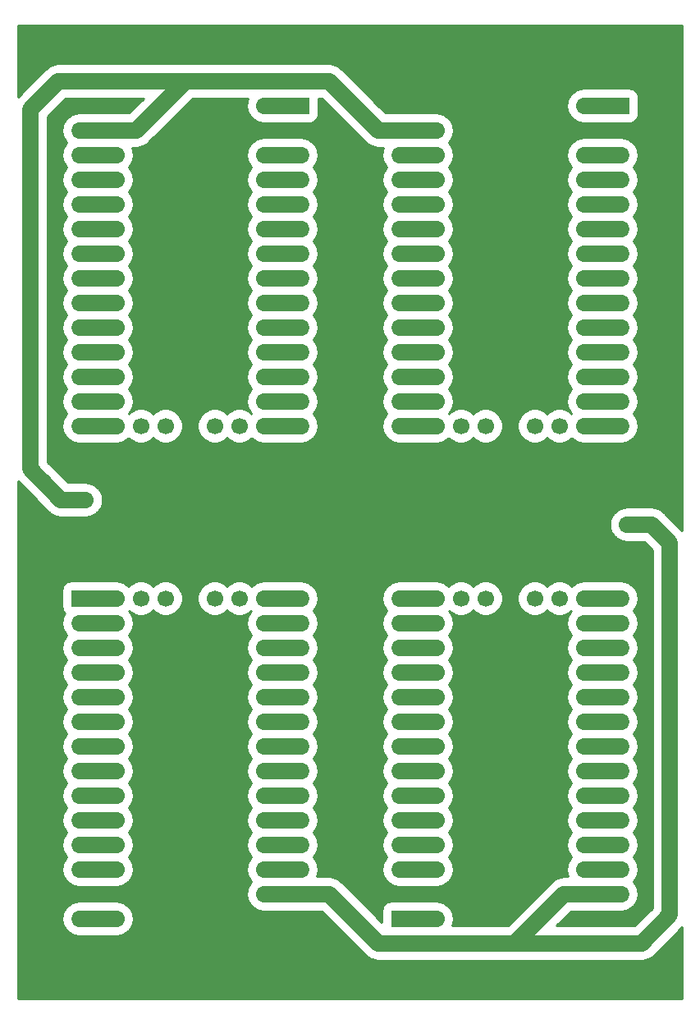
<source format=gbr>
%TF.GenerationSoftware,KiCad,Pcbnew,(5.1.6-0-10_14)*%
%TF.CreationDate,2020-08-23T12:28:42-07:00*%
%TF.ProjectId,TeensyPCB,5465656e-7379-4504-9342-2e6b69636164,rev?*%
%TF.SameCoordinates,Original*%
%TF.FileFunction,Copper,L2,Bot*%
%TF.FilePolarity,Positive*%
%FSLAX46Y46*%
G04 Gerber Fmt 4.6, Leading zero omitted, Abs format (unit mm)*
G04 Created by KiCad (PCBNEW (5.1.6-0-10_14)) date 2020-08-23 12:28:42*
%MOMM*%
%LPD*%
G01*
G04 APERTURE LIST*
%TA.AperFunction,ComponentPad*%
%ADD10O,1.700000X1.700000*%
%TD*%
%TA.AperFunction,ComponentPad*%
%ADD11R,1.700000X1.700000*%
%TD*%
%TA.AperFunction,ComponentPad*%
%ADD12C,1.700000*%
%TD*%
%TA.AperFunction,ComponentPad*%
%ADD13R,1.600000X1.600000*%
%TD*%
%TA.AperFunction,ViaPad*%
%ADD14C,1.700000*%
%TD*%
%TA.AperFunction,ViaPad*%
%ADD15C,3.048000*%
%TD*%
%TA.AperFunction,Conductor*%
%ADD16C,1.700000*%
%TD*%
%TA.AperFunction,Conductor*%
%ADD17C,0.254000*%
%TD*%
G04 APERTURE END LIST*
D10*
%TO.P,J7,4*%
%TO.N,GND*%
X167005000Y-128270000D03*
%TO.P,J7,3*%
X167005000Y-130810000D03*
%TO.P,J7,2*%
X167005000Y-133350000D03*
D11*
%TO.P,J7,1*%
X167005000Y-135890000D03*
%TD*%
D10*
%TO.P,J12,14*%
%TO.N,Net-(J12-Pad14)*%
X164465000Y-110490000D03*
%TO.P,J12,13*%
%TO.N,Net-(J12-Pad13)*%
X164465000Y-113030000D03*
%TO.P,J12,12*%
%TO.N,Net-(J12-Pad12)*%
X164465000Y-115570000D03*
%TO.P,J12,11*%
%TO.N,Net-(J12-Pad11)*%
X164465000Y-118110000D03*
%TO.P,J12,10*%
%TO.N,Net-(J12-Pad10)*%
X164465000Y-120650000D03*
%TO.P,J12,9*%
%TO.N,Net-(J12-Pad9)*%
X164465000Y-123190000D03*
%TO.P,J12,8*%
%TO.N,Net-(J12-Pad8)*%
X164465000Y-125730000D03*
%TO.P,J12,7*%
%TO.N,Net-(J12-Pad7)*%
X164465000Y-128270000D03*
%TO.P,J12,6*%
%TO.N,Net-(J12-Pad6)*%
X164465000Y-130810000D03*
%TO.P,J12,5*%
%TO.N,Net-(J12-Pad5)*%
X164465000Y-133350000D03*
%TO.P,J12,4*%
%TO.N,Net-(J12-Pad4)*%
X164465000Y-135890000D03*
%TO.P,J12,3*%
%TO.N,Net-(J12-Pad3)*%
X164465000Y-138430000D03*
%TO.P,J12,2*%
%TO.N,RX*%
X164465000Y-140970000D03*
D11*
%TO.P,J12,1*%
%TO.N,GND*%
X164465000Y-143510000D03*
%TD*%
D10*
%TO.P,J11,14*%
%TO.N,Net-(J11-Pad14)*%
X108585000Y-92710000D03*
%TO.P,J11,13*%
%TO.N,Net-(J11-Pad13)*%
X108585000Y-90170000D03*
%TO.P,J11,12*%
%TO.N,Net-(J11-Pad12)*%
X108585000Y-87630000D03*
%TO.P,J11,11*%
%TO.N,Net-(J11-Pad11)*%
X108585000Y-85090000D03*
%TO.P,J11,10*%
%TO.N,Net-(J11-Pad10)*%
X108585000Y-82550000D03*
%TO.P,J11,9*%
%TO.N,Net-(J11-Pad9)*%
X108585000Y-80010000D03*
%TO.P,J11,8*%
%TO.N,Net-(J11-Pad8)*%
X108585000Y-77470000D03*
%TO.P,J11,7*%
%TO.N,Net-(J11-Pad7)*%
X108585000Y-74930000D03*
%TO.P,J11,6*%
%TO.N,Net-(J11-Pad6)*%
X108585000Y-72390000D03*
%TO.P,J11,5*%
%TO.N,Net-(J11-Pad5)*%
X108585000Y-69850000D03*
%TO.P,J11,4*%
%TO.N,Net-(J11-Pad4)*%
X108585000Y-67310000D03*
%TO.P,J11,3*%
%TO.N,Net-(J11-Pad3)*%
X108585000Y-64770000D03*
%TO.P,J11,2*%
%TO.N,RX*%
X108585000Y-62230000D03*
D11*
%TO.P,J11,1*%
%TO.N,GND*%
X108585000Y-59690000D03*
%TD*%
D10*
%TO.P,J9,14*%
%TO.N,Net-(J9-Pad14)*%
X141605000Y-110490000D03*
%TO.P,J9,13*%
%TO.N,Net-(J9-Pad13)*%
X141605000Y-113030000D03*
%TO.P,J9,12*%
%TO.N,Net-(J9-Pad12)*%
X141605000Y-115570000D03*
%TO.P,J9,11*%
%TO.N,Net-(J9-Pad11)*%
X141605000Y-118110000D03*
%TO.P,J9,10*%
%TO.N,Net-(J9-Pad10)*%
X141605000Y-120650000D03*
%TO.P,J9,9*%
%TO.N,Net-(J9-Pad9)*%
X141605000Y-123190000D03*
%TO.P,J9,8*%
%TO.N,Net-(J9-Pad8)*%
X141605000Y-125730000D03*
%TO.P,J9,7*%
%TO.N,Net-(J9-Pad7)*%
X141605000Y-128270000D03*
%TO.P,J9,6*%
%TO.N,Net-(J9-Pad6)*%
X141605000Y-130810000D03*
%TO.P,J9,5*%
%TO.N,Net-(J9-Pad5)*%
X141605000Y-133350000D03*
%TO.P,J9,4*%
%TO.N,Net-(J9-Pad4)*%
X141605000Y-135890000D03*
%TO.P,J9,3*%
%TO.N,Net-(J9-Pad3)*%
X141605000Y-138430000D03*
%TO.P,J9,2*%
%TO.N,GND*%
X141605000Y-140970000D03*
D11*
%TO.P,J9,1*%
%TO.N,Net-(J9-Pad1)*%
X141605000Y-143510000D03*
%TD*%
D10*
%TO.P,J8,14*%
%TO.N,Net-(J8-Pad14)*%
X131445000Y-92710000D03*
%TO.P,J8,13*%
%TO.N,Net-(J8-Pad13)*%
X131445000Y-90170000D03*
%TO.P,J8,12*%
%TO.N,Net-(J8-Pad12)*%
X131445000Y-87630000D03*
%TO.P,J8,11*%
%TO.N,Net-(J8-Pad11)*%
X131445000Y-85090000D03*
%TO.P,J8,10*%
%TO.N,Net-(J8-Pad10)*%
X131445000Y-82550000D03*
%TO.P,J8,9*%
%TO.N,Net-(J8-Pad9)*%
X131445000Y-80010000D03*
%TO.P,J8,8*%
%TO.N,Net-(J8-Pad8)*%
X131445000Y-77470000D03*
%TO.P,J8,7*%
%TO.N,Net-(J8-Pad7)*%
X131445000Y-74930000D03*
%TO.P,J8,6*%
%TO.N,Net-(J8-Pad6)*%
X131445000Y-72390000D03*
%TO.P,J8,5*%
%TO.N,Net-(J8-Pad5)*%
X131445000Y-69850000D03*
%TO.P,J8,4*%
%TO.N,Net-(J8-Pad4)*%
X131445000Y-67310000D03*
%TO.P,J8,3*%
%TO.N,Net-(J8-Pad3)*%
X131445000Y-64770000D03*
%TO.P,J8,2*%
%TO.N,GND*%
X131445000Y-62230000D03*
D11*
%TO.P,J8,1*%
%TO.N,Net-(J8-Pad1)*%
X131445000Y-59690000D03*
%TD*%
D10*
%TO.P,J5,14*%
%TO.N,Net-(J5-Pad14)*%
X131445000Y-110490000D03*
%TO.P,J5,13*%
%TO.N,Net-(J5-Pad13)*%
X131445000Y-113030000D03*
%TO.P,J5,12*%
%TO.N,Net-(J5-Pad12)*%
X131445000Y-115570000D03*
%TO.P,J5,11*%
%TO.N,Net-(J5-Pad11)*%
X131445000Y-118110000D03*
%TO.P,J5,10*%
%TO.N,Net-(J5-Pad10)*%
X131445000Y-120650000D03*
%TO.P,J5,9*%
%TO.N,Net-(J5-Pad9)*%
X131445000Y-123190000D03*
%TO.P,J5,8*%
%TO.N,Net-(J5-Pad8)*%
X131445000Y-125730000D03*
%TO.P,J5,7*%
%TO.N,Net-(J5-Pad7)*%
X131445000Y-128270000D03*
%TO.P,J5,6*%
%TO.N,Net-(J5-Pad6)*%
X131445000Y-130810000D03*
%TO.P,J5,5*%
%TO.N,Net-(J5-Pad5)*%
X131445000Y-133350000D03*
%TO.P,J5,4*%
%TO.N,Net-(J5-Pad4)*%
X131445000Y-135890000D03*
%TO.P,J5,3*%
%TO.N,Net-(J5-Pad3)*%
X131445000Y-138430000D03*
%TO.P,J5,2*%
%TO.N,RX*%
X131445000Y-140970000D03*
D11*
%TO.P,J5,1*%
%TO.N,GND*%
X131445000Y-143510000D03*
%TD*%
D10*
%TO.P,J4,14*%
%TO.N,Net-(J4-Pad14)*%
X141605000Y-92710000D03*
%TO.P,J4,13*%
%TO.N,Net-(J4-Pad13)*%
X141605000Y-90170000D03*
%TO.P,J4,12*%
%TO.N,Net-(J4-Pad12)*%
X141605000Y-87630000D03*
%TO.P,J4,11*%
%TO.N,Net-(J4-Pad11)*%
X141605000Y-85090000D03*
%TO.P,J4,10*%
%TO.N,Net-(J4-Pad10)*%
X141605000Y-82550000D03*
%TO.P,J4,9*%
%TO.N,Net-(J4-Pad9)*%
X141605000Y-80010000D03*
%TO.P,J4,8*%
%TO.N,Net-(J4-Pad8)*%
X141605000Y-77470000D03*
%TO.P,J4,7*%
%TO.N,Net-(J4-Pad7)*%
X141605000Y-74930000D03*
%TO.P,J4,6*%
%TO.N,Net-(J4-Pad6)*%
X141605000Y-72390000D03*
%TO.P,J4,5*%
%TO.N,Net-(J4-Pad5)*%
X141605000Y-69850000D03*
%TO.P,J4,4*%
%TO.N,Net-(J4-Pad4)*%
X141605000Y-67310000D03*
%TO.P,J4,3*%
%TO.N,Net-(J4-Pad3)*%
X141605000Y-64770000D03*
%TO.P,J4,2*%
%TO.N,RX*%
X141605000Y-62230000D03*
D11*
%TO.P,J4,1*%
%TO.N,GND*%
X141605000Y-59690000D03*
%TD*%
D10*
%TO.P,J3,14*%
%TO.N,Net-(J3-Pad14)*%
X108585000Y-143510000D03*
%TO.P,J3,13*%
%TO.N,GND*%
X108585000Y-140970000D03*
%TO.P,J3,12*%
%TO.N,Net-(J3-Pad12)*%
X108585000Y-138430000D03*
%TO.P,J3,11*%
%TO.N,Net-(J3-Pad11)*%
X108585000Y-135890000D03*
%TO.P,J3,10*%
%TO.N,Net-(J3-Pad10)*%
X108585000Y-133350000D03*
%TO.P,J3,9*%
%TO.N,Net-(J3-Pad9)*%
X108585000Y-130810000D03*
%TO.P,J3,8*%
%TO.N,Net-(J3-Pad8)*%
X108585000Y-128270000D03*
%TO.P,J3,7*%
%TO.N,Net-(J3-Pad7)*%
X108585000Y-125730000D03*
%TO.P,J3,6*%
%TO.N,Net-(J3-Pad6)*%
X108585000Y-123190000D03*
%TO.P,J3,5*%
%TO.N,Net-(J3-Pad5)*%
X108585000Y-120650000D03*
%TO.P,J3,4*%
%TO.N,Net-(J3-Pad4)*%
X108585000Y-118110000D03*
%TO.P,J3,3*%
%TO.N,Net-(J3-Pad3)*%
X108585000Y-115570000D03*
%TO.P,J3,2*%
%TO.N,Net-(J3-Pad2)*%
X108585000Y-113030000D03*
D11*
%TO.P,J3,1*%
%TO.N,Net-(J3-Pad1)*%
X108585000Y-110490000D03*
%TD*%
D10*
%TO.P,J2,14*%
%TO.N,Net-(J2-Pad14)*%
X164465000Y-92710000D03*
%TO.P,J2,13*%
%TO.N,Net-(J2-Pad13)*%
X164465000Y-90170000D03*
%TO.P,J2,12*%
%TO.N,Net-(J2-Pad12)*%
X164465000Y-87630000D03*
%TO.P,J2,11*%
%TO.N,Net-(J2-Pad11)*%
X164465000Y-85090000D03*
%TO.P,J2,10*%
%TO.N,Net-(J2-Pad10)*%
X164465000Y-82550000D03*
%TO.P,J2,9*%
%TO.N,Net-(J2-Pad9)*%
X164465000Y-80010000D03*
%TO.P,J2,8*%
%TO.N,Net-(J2-Pad8)*%
X164465000Y-77470000D03*
%TO.P,J2,7*%
%TO.N,Net-(J2-Pad7)*%
X164465000Y-74930000D03*
%TO.P,J2,6*%
%TO.N,Net-(J2-Pad6)*%
X164465000Y-72390000D03*
%TO.P,J2,5*%
%TO.N,Net-(J2-Pad5)*%
X164465000Y-69850000D03*
%TO.P,J2,4*%
%TO.N,Net-(J2-Pad4)*%
X164465000Y-67310000D03*
%TO.P,J2,3*%
%TO.N,Net-(J2-Pad3)*%
X164465000Y-64770000D03*
%TO.P,J2,2*%
%TO.N,GND*%
X164465000Y-62230000D03*
D11*
%TO.P,J2,1*%
%TO.N,Net-(J2-Pad1)*%
X164465000Y-59690000D03*
%TD*%
D12*
%TO.P,U4,17*%
%TO.N,GND*%
X153035000Y-110490000D03*
%TO.P,U4,18*%
%TO.N,Net-(U4-Pad18)*%
X150495000Y-110490000D03*
%TO.P,U4,19*%
%TO.N,Net-(U4-Pad19)*%
X147955000Y-110490000D03*
%TO.P,U4,20*%
%TO.N,Net-(J9-Pad14)*%
X145415000Y-110490000D03*
%TO.P,U4,16*%
%TO.N,Net-(U4-Pad16)*%
X155575000Y-110490000D03*
%TO.P,U4,15*%
%TO.N,Net-(U4-Pad15)*%
X158115000Y-110490000D03*
%TO.P,U4,14*%
%TO.N,Net-(J12-Pad14)*%
X160655000Y-110490000D03*
%TO.P,U4,21*%
%TO.N,Net-(J9-Pad13)*%
X145415000Y-113030000D03*
%TO.P,U4,22*%
%TO.N,Net-(J9-Pad12)*%
X145415000Y-115570000D03*
%TO.P,U4,23*%
%TO.N,Net-(J9-Pad11)*%
X145415000Y-118110000D03*
%TO.P,U4,24*%
%TO.N,Net-(J9-Pad10)*%
X145415000Y-120650000D03*
%TO.P,U4,25*%
%TO.N,Net-(J9-Pad9)*%
X145415000Y-123190000D03*
%TO.P,U4,26*%
%TO.N,Net-(J9-Pad8)*%
X145415000Y-125730000D03*
%TO.P,U4,27*%
%TO.N,Net-(J9-Pad7)*%
X145415000Y-128270000D03*
%TO.P,U4,28*%
%TO.N,Net-(J9-Pad6)*%
X145415000Y-130810000D03*
%TO.P,U4,29*%
%TO.N,Net-(J9-Pad5)*%
X145415000Y-133350000D03*
%TO.P,U4,30*%
%TO.N,Net-(J9-Pad4)*%
X145415000Y-135890000D03*
%TO.P,U4,31*%
%TO.N,Net-(J9-Pad3)*%
X145415000Y-138430000D03*
%TO.P,U4,32*%
%TO.N,GND*%
X145415000Y-140970000D03*
%TO.P,U4,33*%
%TO.N,Net-(J9-Pad1)*%
X145415000Y-143510000D03*
%TO.P,U4,13*%
%TO.N,Net-(J12-Pad13)*%
X160655000Y-113030000D03*
%TO.P,U4,12*%
%TO.N,Net-(J12-Pad12)*%
X160655000Y-115570000D03*
%TO.P,U4,11*%
%TO.N,Net-(J12-Pad11)*%
X160655000Y-118110000D03*
%TO.P,U4,10*%
%TO.N,Net-(J12-Pad10)*%
X160655000Y-120650000D03*
%TO.P,U4,9*%
%TO.N,Net-(J12-Pad9)*%
X160655000Y-123190000D03*
%TO.P,U4,8*%
%TO.N,Net-(J12-Pad8)*%
X160655000Y-125730000D03*
%TO.P,U4,7*%
%TO.N,Net-(J12-Pad7)*%
X160655000Y-128270000D03*
%TO.P,U4,6*%
%TO.N,Net-(J12-Pad6)*%
X160655000Y-130810000D03*
%TO.P,U4,5*%
%TO.N,Net-(J12-Pad5)*%
X160655000Y-133350000D03*
%TO.P,U4,4*%
%TO.N,Net-(J12-Pad4)*%
X160655000Y-135890000D03*
%TO.P,U4,3*%
%TO.N,Net-(J12-Pad3)*%
X160655000Y-138430000D03*
%TO.P,U4,2*%
%TO.N,RX*%
X160655000Y-140970000D03*
D13*
%TO.P,U4,1*%
%TO.N,GND*%
X160655000Y-143510000D03*
%TD*%
D12*
%TO.P,U3,17*%
%TO.N,GND*%
X120015000Y-92710000D03*
%TO.P,U3,18*%
%TO.N,Net-(U3-Pad18)*%
X122555000Y-92710000D03*
%TO.P,U3,19*%
%TO.N,Net-(U3-Pad19)*%
X125095000Y-92710000D03*
%TO.P,U3,20*%
%TO.N,Net-(J8-Pad14)*%
X127635000Y-92710000D03*
%TO.P,U3,16*%
%TO.N,Net-(U3-Pad16)*%
X117475000Y-92710000D03*
%TO.P,U3,15*%
%TO.N,Net-(U3-Pad15)*%
X114935000Y-92710000D03*
%TO.P,U3,14*%
%TO.N,Net-(J11-Pad14)*%
X112395000Y-92710000D03*
%TO.P,U3,21*%
%TO.N,Net-(J8-Pad13)*%
X127635000Y-90170000D03*
%TO.P,U3,22*%
%TO.N,Net-(J8-Pad12)*%
X127635000Y-87630000D03*
%TO.P,U3,23*%
%TO.N,Net-(J8-Pad11)*%
X127635000Y-85090000D03*
%TO.P,U3,24*%
%TO.N,Net-(J8-Pad10)*%
X127635000Y-82550000D03*
%TO.P,U3,25*%
%TO.N,Net-(J8-Pad9)*%
X127635000Y-80010000D03*
%TO.P,U3,26*%
%TO.N,Net-(J8-Pad8)*%
X127635000Y-77470000D03*
%TO.P,U3,27*%
%TO.N,Net-(J8-Pad7)*%
X127635000Y-74930000D03*
%TO.P,U3,28*%
%TO.N,Net-(J8-Pad6)*%
X127635000Y-72390000D03*
%TO.P,U3,29*%
%TO.N,Net-(J8-Pad5)*%
X127635000Y-69850000D03*
%TO.P,U3,30*%
%TO.N,Net-(J8-Pad4)*%
X127635000Y-67310000D03*
%TO.P,U3,31*%
%TO.N,Net-(J8-Pad3)*%
X127635000Y-64770000D03*
%TO.P,U3,32*%
%TO.N,GND*%
X127635000Y-62230000D03*
%TO.P,U3,33*%
%TO.N,Net-(J8-Pad1)*%
X127635000Y-59690000D03*
%TO.P,U3,13*%
%TO.N,Net-(J11-Pad13)*%
X112395000Y-90170000D03*
%TO.P,U3,12*%
%TO.N,Net-(J11-Pad12)*%
X112395000Y-87630000D03*
%TO.P,U3,11*%
%TO.N,Net-(J11-Pad11)*%
X112395000Y-85090000D03*
%TO.P,U3,10*%
%TO.N,Net-(J11-Pad10)*%
X112395000Y-82550000D03*
%TO.P,U3,9*%
%TO.N,Net-(J11-Pad9)*%
X112395000Y-80010000D03*
%TO.P,U3,8*%
%TO.N,Net-(J11-Pad8)*%
X112395000Y-77470000D03*
%TO.P,U3,7*%
%TO.N,Net-(J11-Pad7)*%
X112395000Y-74930000D03*
%TO.P,U3,6*%
%TO.N,Net-(J11-Pad6)*%
X112395000Y-72390000D03*
%TO.P,U3,5*%
%TO.N,Net-(J11-Pad5)*%
X112395000Y-69850000D03*
%TO.P,U3,4*%
%TO.N,Net-(J11-Pad4)*%
X112395000Y-67310000D03*
%TO.P,U3,3*%
%TO.N,Net-(J11-Pad3)*%
X112395000Y-64770000D03*
%TO.P,U3,2*%
%TO.N,RX*%
X112395000Y-62230000D03*
D13*
%TO.P,U3,1*%
%TO.N,GND*%
X112395000Y-59690000D03*
%TD*%
D12*
%TO.P,U2,17*%
%TO.N,GND*%
X153035000Y-92710000D03*
%TO.P,U2,18*%
%TO.N,Net-(U2-Pad18)*%
X155575000Y-92710000D03*
%TO.P,U2,19*%
%TO.N,Net-(U2-Pad19)*%
X158115000Y-92710000D03*
%TO.P,U2,20*%
%TO.N,Net-(J2-Pad14)*%
X160655000Y-92710000D03*
%TO.P,U2,16*%
%TO.N,Net-(U2-Pad16)*%
X150495000Y-92710000D03*
%TO.P,U2,15*%
%TO.N,Net-(U2-Pad15)*%
X147955000Y-92710000D03*
%TO.P,U2,14*%
%TO.N,Net-(J4-Pad14)*%
X145415000Y-92710000D03*
%TO.P,U2,21*%
%TO.N,Net-(J2-Pad13)*%
X160655000Y-90170000D03*
%TO.P,U2,22*%
%TO.N,Net-(J2-Pad12)*%
X160655000Y-87630000D03*
%TO.P,U2,23*%
%TO.N,Net-(J2-Pad11)*%
X160655000Y-85090000D03*
%TO.P,U2,24*%
%TO.N,Net-(J2-Pad10)*%
X160655000Y-82550000D03*
%TO.P,U2,25*%
%TO.N,Net-(J2-Pad9)*%
X160655000Y-80010000D03*
%TO.P,U2,26*%
%TO.N,Net-(J2-Pad8)*%
X160655000Y-77470000D03*
%TO.P,U2,27*%
%TO.N,Net-(J2-Pad7)*%
X160655000Y-74930000D03*
%TO.P,U2,28*%
%TO.N,Net-(J2-Pad6)*%
X160655000Y-72390000D03*
%TO.P,U2,29*%
%TO.N,Net-(J2-Pad5)*%
X160655000Y-69850000D03*
%TO.P,U2,30*%
%TO.N,Net-(J2-Pad4)*%
X160655000Y-67310000D03*
%TO.P,U2,31*%
%TO.N,Net-(J2-Pad3)*%
X160655000Y-64770000D03*
%TO.P,U2,32*%
%TO.N,GND*%
X160655000Y-62230000D03*
%TO.P,U2,33*%
%TO.N,Net-(J2-Pad1)*%
X160655000Y-59690000D03*
%TO.P,U2,13*%
%TO.N,Net-(J4-Pad13)*%
X145415000Y-90170000D03*
%TO.P,U2,12*%
%TO.N,Net-(J4-Pad12)*%
X145415000Y-87630000D03*
%TO.P,U2,11*%
%TO.N,Net-(J4-Pad11)*%
X145415000Y-85090000D03*
%TO.P,U2,10*%
%TO.N,Net-(J4-Pad10)*%
X145415000Y-82550000D03*
%TO.P,U2,9*%
%TO.N,Net-(J4-Pad9)*%
X145415000Y-80010000D03*
%TO.P,U2,8*%
%TO.N,Net-(J4-Pad8)*%
X145415000Y-77470000D03*
%TO.P,U2,7*%
%TO.N,Net-(J4-Pad7)*%
X145415000Y-74930000D03*
%TO.P,U2,6*%
%TO.N,Net-(J4-Pad6)*%
X145415000Y-72390000D03*
%TO.P,U2,5*%
%TO.N,Net-(J4-Pad5)*%
X145415000Y-69850000D03*
%TO.P,U2,4*%
%TO.N,Net-(J4-Pad4)*%
X145415000Y-67310000D03*
%TO.P,U2,3*%
%TO.N,Net-(J4-Pad3)*%
X145415000Y-64770000D03*
%TO.P,U2,2*%
%TO.N,RX*%
X145415000Y-62230000D03*
D13*
%TO.P,U2,1*%
%TO.N,GND*%
X145415000Y-59690000D03*
%TD*%
D12*
%TO.P,U1,17*%
%TO.N,GND*%
X120015000Y-110490000D03*
%TO.P,U1,18*%
%TO.N,Net-(U1-Pad18)*%
X117475000Y-110490000D03*
%TO.P,U1,19*%
%TO.N,Net-(U1-Pad19)*%
X114935000Y-110490000D03*
%TO.P,U1,20*%
%TO.N,Net-(J3-Pad1)*%
X112395000Y-110490000D03*
%TO.P,U1,16*%
%TO.N,Net-(U1-Pad16)*%
X122555000Y-110490000D03*
%TO.P,U1,15*%
%TO.N,Net-(U1-Pad15)*%
X125095000Y-110490000D03*
%TO.P,U1,14*%
%TO.N,Net-(J5-Pad14)*%
X127635000Y-110490000D03*
%TO.P,U1,21*%
%TO.N,Net-(J3-Pad2)*%
X112395000Y-113030000D03*
%TO.P,U1,22*%
%TO.N,Net-(J3-Pad3)*%
X112395000Y-115570000D03*
%TO.P,U1,23*%
%TO.N,Net-(J3-Pad4)*%
X112395000Y-118110000D03*
%TO.P,U1,24*%
%TO.N,Net-(J3-Pad5)*%
X112395000Y-120650000D03*
%TO.P,U1,25*%
%TO.N,Net-(J3-Pad6)*%
X112395000Y-123190000D03*
%TO.P,U1,26*%
%TO.N,Net-(J3-Pad7)*%
X112395000Y-125730000D03*
%TO.P,U1,27*%
%TO.N,Net-(J3-Pad8)*%
X112395000Y-128270000D03*
%TO.P,U1,28*%
%TO.N,Net-(J3-Pad9)*%
X112395000Y-130810000D03*
%TO.P,U1,29*%
%TO.N,Net-(J3-Pad10)*%
X112395000Y-133350000D03*
%TO.P,U1,30*%
%TO.N,Net-(J3-Pad11)*%
X112395000Y-135890000D03*
%TO.P,U1,31*%
%TO.N,Net-(J3-Pad12)*%
X112395000Y-138430000D03*
%TO.P,U1,32*%
%TO.N,GND*%
X112395000Y-140970000D03*
%TO.P,U1,33*%
%TO.N,Net-(J3-Pad14)*%
X112395000Y-143510000D03*
%TO.P,U1,13*%
%TO.N,Net-(J5-Pad13)*%
X127635000Y-113030000D03*
%TO.P,U1,12*%
%TO.N,Net-(J5-Pad12)*%
X127635000Y-115570000D03*
%TO.P,U1,11*%
%TO.N,Net-(J5-Pad11)*%
X127635000Y-118110000D03*
%TO.P,U1,10*%
%TO.N,Net-(J5-Pad10)*%
X127635000Y-120650000D03*
%TO.P,U1,9*%
%TO.N,Net-(J5-Pad9)*%
X127635000Y-123190000D03*
%TO.P,U1,8*%
%TO.N,Net-(J5-Pad8)*%
X127635000Y-125730000D03*
%TO.P,U1,7*%
%TO.N,Net-(J5-Pad7)*%
X127635000Y-128270000D03*
%TO.P,U1,6*%
%TO.N,Net-(J5-Pad6)*%
X127635000Y-130810000D03*
%TO.P,U1,5*%
%TO.N,Net-(J5-Pad5)*%
X127635000Y-133350000D03*
%TO.P,U1,4*%
%TO.N,Net-(J5-Pad4)*%
X127635000Y-135890000D03*
%TO.P,U1,3*%
%TO.N,Net-(J5-Pad3)*%
X127635000Y-138430000D03*
%TO.P,U1,2*%
%TO.N,RX*%
X127635000Y-140970000D03*
D13*
%TO.P,U1,1*%
%TO.N,GND*%
X127635000Y-143510000D03*
%TD*%
D10*
%TO.P,J1,2*%
%TO.N,RX*%
X106680000Y-100330000D03*
D11*
%TO.P,J1,1*%
%TO.N,GND*%
X106680000Y-102870000D03*
%TD*%
D10*
%TO.P,J10,2*%
%TO.N,RX*%
X167640000Y-102870000D03*
D11*
%TO.P,J10,1*%
%TO.N,GND*%
X167640000Y-100330000D03*
%TD*%
D10*
%TO.P,J13,4*%
%TO.N,GND*%
X139065000Y-74930000D03*
%TO.P,J13,3*%
X139065000Y-72390000D03*
%TO.P,J13,2*%
X139065000Y-69850000D03*
D11*
%TO.P,J13,1*%
X139065000Y-67310000D03*
%TD*%
D10*
%TO.P,J14,4*%
%TO.N,GND*%
X133985000Y-128270000D03*
%TO.P,J14,3*%
X133985000Y-130810000D03*
%TO.P,J14,2*%
X133985000Y-133350000D03*
D11*
%TO.P,J14,1*%
X133985000Y-135890000D03*
%TD*%
D10*
%TO.P,J6,4*%
%TO.N,GND*%
X106045000Y-74930000D03*
%TO.P,J6,3*%
X106045000Y-72390000D03*
%TO.P,J6,2*%
X106045000Y-69850000D03*
D11*
%TO.P,J6,1*%
X106045000Y-67310000D03*
%TD*%
D14*
%TO.N,RX*%
X165100000Y-102870000D03*
X109220000Y-100330000D03*
D15*
%TO.N,GND*%
X104140000Y-149860000D03*
X168910000Y-149860000D03*
X168910000Y-53340000D03*
X104140000Y-53340000D03*
%TD*%
D16*
%TO.N,RX*%
X112395000Y-62230000D02*
X108585000Y-62230000D01*
X160655000Y-140970000D02*
X164465000Y-140970000D01*
X167640000Y-102870000D02*
X168489999Y-103719999D01*
X167640000Y-102870000D02*
X165100000Y-102870000D01*
X106680000Y-100330000D02*
X109220000Y-100330000D01*
X106680000Y-100330000D02*
X104802199Y-98452199D01*
X141605000Y-62230000D02*
X145415000Y-62230000D01*
X127635000Y-140970000D02*
X131445000Y-140970000D01*
X134371958Y-57150000D02*
X139451958Y-62230000D01*
X139451958Y-62230000D02*
X141605000Y-62230000D01*
X119528042Y-57150000D02*
X134371958Y-57150000D01*
X114448042Y-62230000D02*
X119528042Y-57150000D01*
X112395000Y-62230000D02*
X114448042Y-62230000D01*
X139451958Y-146050000D02*
X134371958Y-140970000D01*
X169517801Y-104747801D02*
X169517801Y-143150241D01*
X169517801Y-143150241D02*
X166618042Y-146050000D01*
X134371958Y-140970000D02*
X131445000Y-140970000D01*
X167640000Y-102870000D02*
X169517801Y-104747801D01*
X166618042Y-146050000D02*
X153670000Y-146050000D01*
X103532199Y-97182199D02*
X103532199Y-60049759D01*
X106431958Y-57150000D02*
X119528042Y-57150000D01*
X103532199Y-60049759D02*
X106431958Y-57150000D01*
X106680000Y-100330000D02*
X103532199Y-97182199D01*
X153670000Y-146050000D02*
X139451958Y-146050000D01*
X153670000Y-145901958D02*
X153670000Y-146050000D01*
X158601958Y-140970000D02*
X153670000Y-145901958D01*
X160655000Y-140970000D02*
X158601958Y-140970000D01*
%TO.N,Net-(J3-Pad1)*%
X108585000Y-110490000D02*
X112395000Y-110490000D01*
%TO.N,Net-(J3-Pad3)*%
X108585000Y-115570000D02*
X112395000Y-115570000D01*
%TO.N,Net-(J3-Pad4)*%
X108585000Y-118110000D02*
X112395000Y-118110000D01*
%TO.N,Net-(J3-Pad5)*%
X108585000Y-120650000D02*
X112395000Y-120650000D01*
%TO.N,Net-(J3-Pad6)*%
X108585000Y-123190000D02*
X112395000Y-123190000D01*
%TO.N,Net-(J3-Pad7)*%
X108585000Y-125730000D02*
X112395000Y-125730000D01*
%TO.N,Net-(J3-Pad8)*%
X108585000Y-128270000D02*
X112395000Y-128270000D01*
%TO.N,Net-(J4-Pad3)*%
X141605000Y-64770000D02*
X145415000Y-64770000D01*
%TO.N,Net-(J4-Pad4)*%
X145415000Y-67310000D02*
X141605000Y-67310000D01*
%TO.N,Net-(J4-Pad5)*%
X145415000Y-69850000D02*
X141605000Y-69850000D01*
%TO.N,Net-(J4-Pad6)*%
X141605000Y-72390000D02*
X145415000Y-72390000D01*
%TO.N,Net-(J4-Pad7)*%
X145415000Y-74930000D02*
X141605000Y-74930000D01*
%TO.N,Net-(J4-Pad8)*%
X141605000Y-77470000D02*
X145415000Y-77470000D01*
%TO.N,Net-(J8-Pad1)*%
X127635000Y-59690000D02*
X131445000Y-59690000D01*
%TO.N,Net-(J8-Pad3)*%
X127635000Y-64770000D02*
X131445000Y-64770000D01*
%TO.N,Net-(J8-Pad4)*%
X131445000Y-67310000D02*
X127635000Y-67310000D01*
%TO.N,Net-(J8-Pad5)*%
X127635000Y-69850000D02*
X131445000Y-69850000D01*
%TO.N,Net-(J8-Pad6)*%
X131445000Y-72390000D02*
X127635000Y-72390000D01*
%TO.N,Net-(J8-Pad7)*%
X131445000Y-74930000D02*
X127635000Y-74930000D01*
%TO.N,Net-(J8-Pad8)*%
X127635000Y-77470000D02*
X131445000Y-77470000D01*
%TO.N,Net-(J9-Pad5)*%
X141605000Y-133350000D02*
X145415000Y-133350000D01*
%TO.N,Net-(J2-Pad8)*%
X160655000Y-77470000D02*
X164465000Y-77470000D01*
%TO.N,Net-(J2-Pad7)*%
X164465000Y-74930000D02*
X160655000Y-74930000D01*
%TO.N,Net-(J2-Pad6)*%
X160655000Y-72390000D02*
X164465000Y-72390000D01*
%TO.N,Net-(J2-Pad5)*%
X164465000Y-69850000D02*
X160655000Y-69850000D01*
%TO.N,Net-(J2-Pad4)*%
X160655000Y-67310000D02*
X164465000Y-67310000D01*
%TO.N,Net-(J2-Pad3)*%
X164465000Y-64770000D02*
X160655000Y-64770000D01*
%TO.N,Net-(J2-Pad1)*%
X160655000Y-59690000D02*
X164465000Y-59690000D01*
%TO.N,Net-(J5-Pad8)*%
X127635000Y-125730000D02*
X131445000Y-125730000D01*
%TO.N,Net-(J5-Pad7)*%
X127635000Y-128270000D02*
X131445000Y-128270000D01*
%TO.N,Net-(J5-Pad6)*%
X127635000Y-130810000D02*
X131445000Y-130810000D01*
%TO.N,Net-(J5-Pad5)*%
X127635000Y-133350000D02*
X131445000Y-133350000D01*
%TO.N,Net-(J5-Pad4)*%
X127635000Y-135890000D02*
X131445000Y-135890000D01*
%TO.N,Net-(J5-Pad3)*%
X131445000Y-138430000D02*
X127635000Y-138430000D01*
%TO.N,Net-(J9-Pad8)*%
X141605000Y-125730000D02*
X145415000Y-125730000D01*
%TO.N,Net-(J9-Pad7)*%
X141605000Y-128270000D02*
X145415000Y-128270000D01*
%TO.N,Net-(J9-Pad6)*%
X141605000Y-130810000D02*
X145415000Y-130810000D01*
%TO.N,Net-(J9-Pad4)*%
X141605000Y-135890000D02*
X145415000Y-135890000D01*
%TO.N,Net-(J9-Pad3)*%
X141605000Y-138430000D02*
X145415000Y-138430000D01*
%TO.N,Net-(J9-Pad1)*%
X141605000Y-143510000D02*
X145415000Y-143510000D01*
%TO.N,Net-(J11-Pad3)*%
X108585000Y-64770000D02*
X112395000Y-64770000D01*
%TO.N,Net-(J11-Pad4)*%
X108585000Y-67310000D02*
X112395000Y-67310000D01*
%TO.N,Net-(J11-Pad5)*%
X108585000Y-69850000D02*
X112395000Y-69850000D01*
%TO.N,Net-(J11-Pad6)*%
X112395000Y-72390000D02*
X108585000Y-72390000D01*
%TO.N,Net-(J11-Pad7)*%
X108585000Y-74930000D02*
X112395000Y-74930000D01*
%TO.N,Net-(J11-Pad8)*%
X112395000Y-77470000D02*
X108585000Y-77470000D01*
%TO.N,Net-(J12-Pad8)*%
X160655000Y-125730000D02*
X164465000Y-125730000D01*
%TO.N,Net-(J12-Pad7)*%
X160655000Y-128270000D02*
X164465000Y-128270000D01*
%TO.N,Net-(J12-Pad6)*%
X164465000Y-130810000D02*
X160655000Y-130810000D01*
%TO.N,Net-(J12-Pad5)*%
X160655000Y-133350000D02*
X164465000Y-133350000D01*
%TO.N,Net-(J12-Pad4)*%
X164465000Y-135890000D02*
X160655000Y-135890000D01*
%TO.N,Net-(J12-Pad3)*%
X160655000Y-138430000D02*
X164465000Y-138430000D01*
%TO.N,Net-(J3-Pad14)*%
X108585000Y-143510000D02*
X112395000Y-143510000D01*
%TO.N,Net-(J5-Pad14)*%
X127635000Y-110490000D02*
X131445000Y-110490000D01*
%TO.N,Net-(J3-Pad12)*%
X108585000Y-138430000D02*
X112395000Y-138430000D01*
%TO.N,Net-(J3-Pad11)*%
X108585000Y-135890000D02*
X112395000Y-135890000D01*
%TO.N,Net-(J3-Pad10)*%
X108585000Y-133350000D02*
X112395000Y-133350000D01*
%TO.N,Net-(J3-Pad9)*%
X108585000Y-130810000D02*
X112395000Y-130810000D01*
%TO.N,Net-(J5-Pad13)*%
X131445000Y-113030000D02*
X127635000Y-113030000D01*
%TO.N,Net-(J5-Pad12)*%
X127635000Y-115570000D02*
X131445000Y-115570000D01*
%TO.N,Net-(J5-Pad11)*%
X131445000Y-118110000D02*
X127635000Y-118110000D01*
%TO.N,Net-(J5-Pad10)*%
X127635000Y-120650000D02*
X131445000Y-120650000D01*
%TO.N,Net-(J5-Pad9)*%
X127635000Y-123190000D02*
X131445000Y-123190000D01*
%TO.N,Net-(J4-Pad9)*%
X141605000Y-80010000D02*
X145415000Y-80010000D01*
%TO.N,Net-(J4-Pad10)*%
X141605000Y-82550000D02*
X145415000Y-82550000D01*
%TO.N,Net-(J4-Pad11)*%
X141605000Y-85090000D02*
X145415000Y-85090000D01*
%TO.N,Net-(J4-Pad12)*%
X141605000Y-87630000D02*
X145415000Y-87630000D01*
%TO.N,Net-(J4-Pad13)*%
X141605000Y-90170000D02*
X145415000Y-90170000D01*
%TO.N,Net-(J2-Pad9)*%
X164465000Y-80010000D02*
X160655000Y-80010000D01*
%TO.N,Net-(J2-Pad10)*%
X160655000Y-82550000D02*
X164465000Y-82550000D01*
%TO.N,Net-(J2-Pad11)*%
X164465000Y-85090000D02*
X160655000Y-85090000D01*
%TO.N,Net-(J2-Pad12)*%
X160655000Y-87630000D02*
X164465000Y-87630000D01*
%TO.N,Net-(J2-Pad13)*%
X164465000Y-90170000D02*
X160655000Y-90170000D01*
%TO.N,Net-(J4-Pad14)*%
X145415000Y-92710000D02*
X141605000Y-92710000D01*
%TO.N,Net-(J2-Pad14)*%
X160655000Y-92710000D02*
X164465000Y-92710000D01*
%TO.N,Net-(J8-Pad14)*%
X127635000Y-92710000D02*
X131445000Y-92710000D01*
%TO.N,Net-(J11-Pad14)*%
X108585000Y-92710000D02*
X112395000Y-92710000D01*
%TO.N,Net-(J8-Pad13)*%
X131445000Y-90170000D02*
X127635000Y-90170000D01*
%TO.N,Net-(J8-Pad12)*%
X127635000Y-87630000D02*
X131445000Y-87630000D01*
%TO.N,Net-(J8-Pad11)*%
X131445000Y-85090000D02*
X127635000Y-85090000D01*
%TO.N,Net-(J8-Pad10)*%
X127635000Y-82550000D02*
X131445000Y-82550000D01*
%TO.N,Net-(J8-Pad9)*%
X131445000Y-80010000D02*
X127635000Y-80010000D01*
%TO.N,Net-(J11-Pad13)*%
X108585000Y-90170000D02*
X112395000Y-90170000D01*
%TO.N,Net-(J11-Pad12)*%
X108585000Y-87630000D02*
X112395000Y-87630000D01*
%TO.N,Net-(J11-Pad11)*%
X108585000Y-85090000D02*
X112395000Y-85090000D01*
%TO.N,Net-(J11-Pad10)*%
X108585000Y-82550000D02*
X112395000Y-82550000D01*
%TO.N,Net-(J11-Pad9)*%
X108585000Y-80010000D02*
X112395000Y-80010000D01*
%TO.N,Net-(J12-Pad9)*%
X160655000Y-123190000D02*
X164465000Y-123190000D01*
%TO.N,Net-(J12-Pad10)*%
X160655000Y-120650000D02*
X164465000Y-120650000D01*
%TO.N,Net-(J12-Pad11)*%
X160655000Y-118110000D02*
X164465000Y-118110000D01*
%TO.N,Net-(J12-Pad12)*%
X160655000Y-115570000D02*
X164465000Y-115570000D01*
%TO.N,Net-(J12-Pad13)*%
X160655000Y-113030000D02*
X164465000Y-113030000D01*
%TO.N,Net-(J9-Pad9)*%
X141605000Y-123190000D02*
X145415000Y-123190000D01*
%TO.N,Net-(J9-Pad10)*%
X141605000Y-120650000D02*
X145415000Y-120650000D01*
%TO.N,Net-(J9-Pad11)*%
X141605000Y-118110000D02*
X145415000Y-118110000D01*
%TO.N,Net-(J9-Pad12)*%
X141605000Y-115570000D02*
X145415000Y-115570000D01*
%TO.N,Net-(J9-Pad13)*%
X141605000Y-113030000D02*
X145415000Y-113030000D01*
%TO.N,Net-(J12-Pad14)*%
X164465000Y-110490000D02*
X160655000Y-110490000D01*
%TO.N,Net-(J9-Pad14)*%
X141605000Y-110490000D02*
X145415000Y-110490000D01*
%TO.N,Net-(J3-Pad2)*%
X108585000Y-113030000D02*
X112395000Y-113030000D01*
%TD*%
D17*
%TO.N,GND*%
G36*
X170790000Y-103476703D02*
G01*
X170789504Y-103476098D01*
X170721213Y-103420053D01*
X169030230Y-101729071D01*
X168967754Y-101666595D01*
X168911703Y-101598297D01*
X168843405Y-101542246D01*
X168780931Y-101479772D01*
X168707471Y-101430688D01*
X168639171Y-101374635D01*
X168561248Y-101332984D01*
X168487788Y-101283900D01*
X168406161Y-101250089D01*
X168328241Y-101208440D01*
X168243694Y-101182793D01*
X168162065Y-101148981D01*
X168075408Y-101131744D01*
X167990862Y-101106097D01*
X167902937Y-101097437D01*
X167816280Y-101080200D01*
X167727919Y-101080200D01*
X167640000Y-101071541D01*
X167552081Y-101080200D01*
X164923720Y-101080200D01*
X164837063Y-101097437D01*
X164749138Y-101106097D01*
X164664592Y-101131744D01*
X164577935Y-101148981D01*
X164496306Y-101182793D01*
X164411759Y-101208440D01*
X164333839Y-101250089D01*
X164252212Y-101283900D01*
X164178752Y-101332984D01*
X164100829Y-101374635D01*
X164032529Y-101430688D01*
X163959069Y-101479772D01*
X163896595Y-101542246D01*
X163828297Y-101598297D01*
X163772246Y-101666595D01*
X163709772Y-101729069D01*
X163660688Y-101802529D01*
X163604635Y-101870829D01*
X163562984Y-101948752D01*
X163513900Y-102022212D01*
X163480089Y-102103839D01*
X163438440Y-102181759D01*
X163412793Y-102266306D01*
X163378981Y-102347935D01*
X163361744Y-102434592D01*
X163336097Y-102519138D01*
X163327437Y-102607064D01*
X163310200Y-102693720D01*
X163310200Y-102782074D01*
X163301540Y-102870000D01*
X163310200Y-102957926D01*
X163310200Y-103046280D01*
X163327437Y-103132936D01*
X163336097Y-103220862D01*
X163361744Y-103305408D01*
X163378981Y-103392065D01*
X163412793Y-103473694D01*
X163438440Y-103558241D01*
X163480089Y-103636161D01*
X163513900Y-103717788D01*
X163562984Y-103791248D01*
X163604635Y-103869171D01*
X163660688Y-103937471D01*
X163709772Y-104010931D01*
X163772246Y-104073405D01*
X163828297Y-104141703D01*
X163896595Y-104197754D01*
X163959069Y-104260228D01*
X164032529Y-104309312D01*
X164100829Y-104365365D01*
X164178752Y-104407016D01*
X164252212Y-104456100D01*
X164333839Y-104489911D01*
X164411759Y-104531560D01*
X164496306Y-104557207D01*
X164577935Y-104591019D01*
X164664592Y-104608256D01*
X164749138Y-104633903D01*
X164837063Y-104642563D01*
X164923720Y-104659800D01*
X166898641Y-104659800D01*
X167728001Y-105489160D01*
X167728002Y-142408880D01*
X165876684Y-144260200D01*
X157842917Y-144260200D01*
X159343317Y-142759800D01*
X164641280Y-142759800D01*
X164727937Y-142742563D01*
X164815862Y-142733903D01*
X164900408Y-142708256D01*
X164987065Y-142691019D01*
X165068694Y-142657207D01*
X165153241Y-142631560D01*
X165231161Y-142589911D01*
X165312788Y-142556100D01*
X165386248Y-142507016D01*
X165464171Y-142465365D01*
X165532471Y-142409312D01*
X165605931Y-142360228D01*
X165668405Y-142297754D01*
X165736703Y-142241703D01*
X165792754Y-142173405D01*
X165855228Y-142110931D01*
X165904312Y-142037471D01*
X165960365Y-141969171D01*
X166002016Y-141891248D01*
X166051100Y-141817788D01*
X166084911Y-141736161D01*
X166126560Y-141658241D01*
X166152207Y-141573694D01*
X166186019Y-141492065D01*
X166203256Y-141405408D01*
X166228903Y-141320862D01*
X166237563Y-141232936D01*
X166254800Y-141146280D01*
X166254800Y-141057926D01*
X166263460Y-140970000D01*
X166254800Y-140882074D01*
X166254800Y-140793720D01*
X166237563Y-140707064D01*
X166228903Y-140619138D01*
X166203256Y-140534592D01*
X166186019Y-140447935D01*
X166152207Y-140366306D01*
X166126560Y-140281759D01*
X166084911Y-140203839D01*
X166051100Y-140122212D01*
X166002016Y-140048752D01*
X165960365Y-139970829D01*
X165904312Y-139902529D01*
X165855228Y-139829069D01*
X165792754Y-139766595D01*
X165738101Y-139700000D01*
X165792754Y-139633405D01*
X165855228Y-139570931D01*
X165904312Y-139497471D01*
X165960365Y-139429171D01*
X166002016Y-139351248D01*
X166051100Y-139277788D01*
X166084911Y-139196161D01*
X166126560Y-139118241D01*
X166152207Y-139033694D01*
X166186019Y-138952065D01*
X166203256Y-138865408D01*
X166228903Y-138780862D01*
X166237563Y-138692936D01*
X166254800Y-138606280D01*
X166254800Y-138517926D01*
X166263460Y-138430000D01*
X166254800Y-138342074D01*
X166254800Y-138253720D01*
X166237563Y-138167064D01*
X166228903Y-138079138D01*
X166203256Y-137994592D01*
X166186019Y-137907935D01*
X166152207Y-137826306D01*
X166126560Y-137741759D01*
X166084911Y-137663839D01*
X166051100Y-137582212D01*
X166002016Y-137508752D01*
X165960365Y-137430829D01*
X165904312Y-137362529D01*
X165855228Y-137289069D01*
X165792754Y-137226595D01*
X165738101Y-137160000D01*
X165792754Y-137093405D01*
X165855228Y-137030931D01*
X165904312Y-136957471D01*
X165960365Y-136889171D01*
X166002016Y-136811248D01*
X166051100Y-136737788D01*
X166084911Y-136656161D01*
X166126560Y-136578241D01*
X166152207Y-136493694D01*
X166186019Y-136412065D01*
X166203256Y-136325408D01*
X166228903Y-136240862D01*
X166237563Y-136152936D01*
X166254800Y-136066280D01*
X166254800Y-135977926D01*
X166263460Y-135890000D01*
X166254800Y-135802074D01*
X166254800Y-135713720D01*
X166237563Y-135627064D01*
X166228903Y-135539138D01*
X166203256Y-135454592D01*
X166186019Y-135367935D01*
X166152207Y-135286306D01*
X166126560Y-135201759D01*
X166084911Y-135123839D01*
X166051100Y-135042212D01*
X166002016Y-134968752D01*
X165960365Y-134890829D01*
X165904312Y-134822529D01*
X165855228Y-134749069D01*
X165792754Y-134686595D01*
X165738101Y-134620000D01*
X165792754Y-134553405D01*
X165855228Y-134490931D01*
X165904312Y-134417471D01*
X165960365Y-134349171D01*
X166002016Y-134271248D01*
X166051100Y-134197788D01*
X166084911Y-134116161D01*
X166126560Y-134038241D01*
X166152207Y-133953694D01*
X166186019Y-133872065D01*
X166203256Y-133785408D01*
X166228903Y-133700862D01*
X166237563Y-133612936D01*
X166254800Y-133526280D01*
X166254800Y-133437926D01*
X166263460Y-133350000D01*
X166254800Y-133262074D01*
X166254800Y-133173720D01*
X166237563Y-133087064D01*
X166228903Y-132999138D01*
X166203256Y-132914592D01*
X166186019Y-132827935D01*
X166152207Y-132746306D01*
X166126560Y-132661759D01*
X166084911Y-132583839D01*
X166051100Y-132502212D01*
X166002016Y-132428752D01*
X165960365Y-132350829D01*
X165904312Y-132282529D01*
X165855228Y-132209069D01*
X165792754Y-132146595D01*
X165738101Y-132080000D01*
X165792754Y-132013405D01*
X165855228Y-131950931D01*
X165904312Y-131877471D01*
X165960365Y-131809171D01*
X166002016Y-131731248D01*
X166051100Y-131657788D01*
X166084911Y-131576161D01*
X166126560Y-131498241D01*
X166152207Y-131413694D01*
X166186019Y-131332065D01*
X166203256Y-131245408D01*
X166228903Y-131160862D01*
X166237563Y-131072936D01*
X166254800Y-130986280D01*
X166254800Y-130897926D01*
X166263460Y-130810000D01*
X166254800Y-130722074D01*
X166254800Y-130633720D01*
X166237563Y-130547064D01*
X166228903Y-130459138D01*
X166203256Y-130374592D01*
X166186019Y-130287935D01*
X166152207Y-130206306D01*
X166126560Y-130121759D01*
X166084911Y-130043839D01*
X166051100Y-129962212D01*
X166002016Y-129888752D01*
X165960365Y-129810829D01*
X165904312Y-129742529D01*
X165855228Y-129669069D01*
X165792754Y-129606595D01*
X165738101Y-129540000D01*
X165792754Y-129473405D01*
X165855228Y-129410931D01*
X165904312Y-129337471D01*
X165960365Y-129269171D01*
X166002016Y-129191248D01*
X166051100Y-129117788D01*
X166084911Y-129036161D01*
X166126560Y-128958241D01*
X166152207Y-128873694D01*
X166186019Y-128792065D01*
X166203256Y-128705408D01*
X166228903Y-128620862D01*
X166237563Y-128532936D01*
X166254800Y-128446280D01*
X166254800Y-128357926D01*
X166263460Y-128270000D01*
X166254800Y-128182074D01*
X166254800Y-128093720D01*
X166237563Y-128007064D01*
X166228903Y-127919138D01*
X166203256Y-127834592D01*
X166186019Y-127747935D01*
X166152207Y-127666306D01*
X166126560Y-127581759D01*
X166084911Y-127503839D01*
X166051100Y-127422212D01*
X166002016Y-127348752D01*
X165960365Y-127270829D01*
X165904312Y-127202529D01*
X165855228Y-127129069D01*
X165792754Y-127066595D01*
X165738101Y-127000000D01*
X165792754Y-126933405D01*
X165855228Y-126870931D01*
X165904312Y-126797471D01*
X165960365Y-126729171D01*
X166002016Y-126651248D01*
X166051100Y-126577788D01*
X166084911Y-126496161D01*
X166126560Y-126418241D01*
X166152207Y-126333694D01*
X166186019Y-126252065D01*
X166203256Y-126165408D01*
X166228903Y-126080862D01*
X166237563Y-125992936D01*
X166254800Y-125906280D01*
X166254800Y-125817926D01*
X166263460Y-125730000D01*
X166254800Y-125642074D01*
X166254800Y-125553720D01*
X166237563Y-125467064D01*
X166228903Y-125379138D01*
X166203256Y-125294592D01*
X166186019Y-125207935D01*
X166152207Y-125126306D01*
X166126560Y-125041759D01*
X166084911Y-124963839D01*
X166051100Y-124882212D01*
X166002016Y-124808752D01*
X165960365Y-124730829D01*
X165904312Y-124662529D01*
X165855228Y-124589069D01*
X165792754Y-124526595D01*
X165738101Y-124460000D01*
X165792754Y-124393405D01*
X165855228Y-124330931D01*
X165904312Y-124257471D01*
X165960365Y-124189171D01*
X166002016Y-124111248D01*
X166051100Y-124037788D01*
X166084911Y-123956161D01*
X166126560Y-123878241D01*
X166152207Y-123793694D01*
X166186019Y-123712065D01*
X166203256Y-123625408D01*
X166228903Y-123540862D01*
X166237563Y-123452936D01*
X166254800Y-123366280D01*
X166254800Y-123277926D01*
X166263460Y-123190000D01*
X166254800Y-123102074D01*
X166254800Y-123013720D01*
X166237563Y-122927064D01*
X166228903Y-122839138D01*
X166203256Y-122754592D01*
X166186019Y-122667935D01*
X166152207Y-122586306D01*
X166126560Y-122501759D01*
X166084911Y-122423839D01*
X166051100Y-122342212D01*
X166002016Y-122268752D01*
X165960365Y-122190829D01*
X165904312Y-122122529D01*
X165855228Y-122049069D01*
X165792754Y-121986595D01*
X165738101Y-121920000D01*
X165792754Y-121853405D01*
X165855228Y-121790931D01*
X165904312Y-121717471D01*
X165960365Y-121649171D01*
X166002016Y-121571248D01*
X166051100Y-121497788D01*
X166084911Y-121416161D01*
X166126560Y-121338241D01*
X166152207Y-121253694D01*
X166186019Y-121172065D01*
X166203256Y-121085408D01*
X166228903Y-121000862D01*
X166237563Y-120912936D01*
X166254800Y-120826280D01*
X166254800Y-120737926D01*
X166263460Y-120650000D01*
X166254800Y-120562074D01*
X166254800Y-120473720D01*
X166237563Y-120387064D01*
X166228903Y-120299138D01*
X166203256Y-120214592D01*
X166186019Y-120127935D01*
X166152207Y-120046306D01*
X166126560Y-119961759D01*
X166084911Y-119883839D01*
X166051100Y-119802212D01*
X166002016Y-119728752D01*
X165960365Y-119650829D01*
X165904312Y-119582529D01*
X165855228Y-119509069D01*
X165792754Y-119446595D01*
X165738101Y-119380000D01*
X165792754Y-119313405D01*
X165855228Y-119250931D01*
X165904312Y-119177471D01*
X165960365Y-119109171D01*
X166002016Y-119031248D01*
X166051100Y-118957788D01*
X166084911Y-118876161D01*
X166126560Y-118798241D01*
X166152207Y-118713694D01*
X166186019Y-118632065D01*
X166203256Y-118545408D01*
X166228903Y-118460862D01*
X166237563Y-118372936D01*
X166254800Y-118286280D01*
X166254800Y-118197926D01*
X166263460Y-118110000D01*
X166254800Y-118022074D01*
X166254800Y-117933720D01*
X166237563Y-117847064D01*
X166228903Y-117759138D01*
X166203256Y-117674592D01*
X166186019Y-117587935D01*
X166152207Y-117506306D01*
X166126560Y-117421759D01*
X166084911Y-117343839D01*
X166051100Y-117262212D01*
X166002016Y-117188752D01*
X165960365Y-117110829D01*
X165904312Y-117042529D01*
X165855228Y-116969069D01*
X165792754Y-116906595D01*
X165738101Y-116840000D01*
X165792754Y-116773405D01*
X165855228Y-116710931D01*
X165904312Y-116637471D01*
X165960365Y-116569171D01*
X166002016Y-116491248D01*
X166051100Y-116417788D01*
X166084911Y-116336161D01*
X166126560Y-116258241D01*
X166152207Y-116173694D01*
X166186019Y-116092065D01*
X166203256Y-116005408D01*
X166228903Y-115920862D01*
X166237563Y-115832936D01*
X166254800Y-115746280D01*
X166254800Y-115657926D01*
X166263460Y-115570000D01*
X166254800Y-115482074D01*
X166254800Y-115393720D01*
X166237563Y-115307064D01*
X166228903Y-115219138D01*
X166203256Y-115134592D01*
X166186019Y-115047935D01*
X166152207Y-114966306D01*
X166126560Y-114881759D01*
X166084911Y-114803839D01*
X166051100Y-114722212D01*
X166002016Y-114648752D01*
X165960365Y-114570829D01*
X165904312Y-114502529D01*
X165855228Y-114429069D01*
X165792754Y-114366595D01*
X165738101Y-114300000D01*
X165792754Y-114233405D01*
X165855228Y-114170931D01*
X165904312Y-114097471D01*
X165960365Y-114029171D01*
X166002016Y-113951248D01*
X166051100Y-113877788D01*
X166084911Y-113796161D01*
X166126560Y-113718241D01*
X166152207Y-113633694D01*
X166186019Y-113552065D01*
X166203256Y-113465408D01*
X166228903Y-113380862D01*
X166237563Y-113292936D01*
X166254800Y-113206280D01*
X166254800Y-113117926D01*
X166263460Y-113030000D01*
X166254800Y-112942074D01*
X166254800Y-112853720D01*
X166237563Y-112767064D01*
X166228903Y-112679138D01*
X166203256Y-112594592D01*
X166186019Y-112507935D01*
X166152207Y-112426306D01*
X166126560Y-112341759D01*
X166084911Y-112263839D01*
X166051100Y-112182212D01*
X166002016Y-112108752D01*
X165960365Y-112030829D01*
X165904312Y-111962529D01*
X165855228Y-111889069D01*
X165792754Y-111826595D01*
X165738101Y-111760000D01*
X165792754Y-111693405D01*
X165855228Y-111630931D01*
X165904312Y-111557471D01*
X165960365Y-111489171D01*
X166002016Y-111411248D01*
X166051100Y-111337788D01*
X166084911Y-111256161D01*
X166126560Y-111178241D01*
X166152207Y-111093694D01*
X166186019Y-111012065D01*
X166203256Y-110925408D01*
X166228903Y-110840862D01*
X166237563Y-110752936D01*
X166254800Y-110666280D01*
X166254800Y-110577926D01*
X166263460Y-110490000D01*
X166254800Y-110402074D01*
X166254800Y-110313720D01*
X166237563Y-110227064D01*
X166228903Y-110139138D01*
X166203256Y-110054592D01*
X166186019Y-109967935D01*
X166152207Y-109886306D01*
X166126560Y-109801759D01*
X166084911Y-109723839D01*
X166051100Y-109642212D01*
X166002016Y-109568752D01*
X165960365Y-109490829D01*
X165904312Y-109422529D01*
X165855228Y-109349069D01*
X165792754Y-109286595D01*
X165736703Y-109218297D01*
X165668405Y-109162246D01*
X165605931Y-109099772D01*
X165532471Y-109050688D01*
X165464171Y-108994635D01*
X165386248Y-108952984D01*
X165312788Y-108903900D01*
X165231161Y-108870089D01*
X165153241Y-108828440D01*
X165068694Y-108802793D01*
X164987065Y-108768981D01*
X164900408Y-108751744D01*
X164815862Y-108726097D01*
X164727937Y-108717437D01*
X164641280Y-108700200D01*
X160478720Y-108700200D01*
X160392063Y-108717437D01*
X160304138Y-108726097D01*
X160219592Y-108751744D01*
X160132935Y-108768981D01*
X160051306Y-108802793D01*
X159966759Y-108828440D01*
X159888839Y-108870089D01*
X159807212Y-108903900D01*
X159733752Y-108952984D01*
X159655829Y-108994635D01*
X159587529Y-109050688D01*
X159514069Y-109099772D01*
X159451595Y-109162246D01*
X159383297Y-109218297D01*
X159379312Y-109223153D01*
X159255931Y-109099772D01*
X158962788Y-108903900D01*
X158637065Y-108768981D01*
X158291280Y-108700200D01*
X157938720Y-108700200D01*
X157592935Y-108768981D01*
X157267212Y-108903900D01*
X156974069Y-109099772D01*
X156845000Y-109228841D01*
X156715931Y-109099772D01*
X156422788Y-108903900D01*
X156097065Y-108768981D01*
X155751280Y-108700200D01*
X155398720Y-108700200D01*
X155052935Y-108768981D01*
X154727212Y-108903900D01*
X154434069Y-109099772D01*
X154184772Y-109349069D01*
X153988900Y-109642212D01*
X153853981Y-109967935D01*
X153785200Y-110313720D01*
X153785200Y-110666280D01*
X153853981Y-111012065D01*
X153988900Y-111337788D01*
X154184772Y-111630931D01*
X154434069Y-111880228D01*
X154727212Y-112076100D01*
X155052935Y-112211019D01*
X155398720Y-112279800D01*
X155751280Y-112279800D01*
X156097065Y-112211019D01*
X156422788Y-112076100D01*
X156715931Y-111880228D01*
X156845000Y-111751159D01*
X156974069Y-111880228D01*
X157267212Y-112076100D01*
X157592935Y-112211019D01*
X157938720Y-112279800D01*
X158291280Y-112279800D01*
X158637065Y-112211019D01*
X158962788Y-112076100D01*
X159255931Y-111880228D01*
X159379312Y-111756847D01*
X159381899Y-111760000D01*
X159327246Y-111826595D01*
X159264772Y-111889069D01*
X159215688Y-111962529D01*
X159159635Y-112030829D01*
X159117984Y-112108752D01*
X159068900Y-112182212D01*
X159035089Y-112263839D01*
X158993440Y-112341759D01*
X158967793Y-112426306D01*
X158933981Y-112507935D01*
X158916744Y-112594592D01*
X158891097Y-112679138D01*
X158882437Y-112767064D01*
X158865200Y-112853720D01*
X158865200Y-112942074D01*
X158856540Y-113030000D01*
X158865200Y-113117926D01*
X158865200Y-113206280D01*
X158882437Y-113292936D01*
X158891097Y-113380862D01*
X158916744Y-113465408D01*
X158933981Y-113552065D01*
X158967793Y-113633694D01*
X158993440Y-113718241D01*
X159035089Y-113796161D01*
X159068900Y-113877788D01*
X159117984Y-113951248D01*
X159159635Y-114029171D01*
X159215688Y-114097471D01*
X159264772Y-114170931D01*
X159327246Y-114233405D01*
X159381899Y-114300000D01*
X159327246Y-114366595D01*
X159264772Y-114429069D01*
X159215688Y-114502529D01*
X159159635Y-114570829D01*
X159117984Y-114648752D01*
X159068900Y-114722212D01*
X159035089Y-114803839D01*
X158993440Y-114881759D01*
X158967793Y-114966306D01*
X158933981Y-115047935D01*
X158916744Y-115134592D01*
X158891097Y-115219138D01*
X158882437Y-115307064D01*
X158865200Y-115393720D01*
X158865200Y-115482074D01*
X158856540Y-115570000D01*
X158865200Y-115657926D01*
X158865200Y-115746280D01*
X158882437Y-115832936D01*
X158891097Y-115920862D01*
X158916744Y-116005408D01*
X158933981Y-116092065D01*
X158967793Y-116173694D01*
X158993440Y-116258241D01*
X159035089Y-116336161D01*
X159068900Y-116417788D01*
X159117984Y-116491248D01*
X159159635Y-116569171D01*
X159215688Y-116637471D01*
X159264772Y-116710931D01*
X159327246Y-116773405D01*
X159381899Y-116840000D01*
X159327246Y-116906595D01*
X159264772Y-116969069D01*
X159215688Y-117042529D01*
X159159635Y-117110829D01*
X159117984Y-117188752D01*
X159068900Y-117262212D01*
X159035089Y-117343839D01*
X158993440Y-117421759D01*
X158967793Y-117506306D01*
X158933981Y-117587935D01*
X158916744Y-117674592D01*
X158891097Y-117759138D01*
X158882437Y-117847064D01*
X158865200Y-117933720D01*
X158865200Y-118022074D01*
X158856540Y-118110000D01*
X158865200Y-118197926D01*
X158865200Y-118286280D01*
X158882437Y-118372936D01*
X158891097Y-118460862D01*
X158916744Y-118545408D01*
X158933981Y-118632065D01*
X158967793Y-118713694D01*
X158993440Y-118798241D01*
X159035089Y-118876161D01*
X159068900Y-118957788D01*
X159117984Y-119031248D01*
X159159635Y-119109171D01*
X159215688Y-119177471D01*
X159264772Y-119250931D01*
X159327246Y-119313405D01*
X159381899Y-119380000D01*
X159327246Y-119446595D01*
X159264772Y-119509069D01*
X159215688Y-119582529D01*
X159159635Y-119650829D01*
X159117984Y-119728752D01*
X159068900Y-119802212D01*
X159035089Y-119883839D01*
X158993440Y-119961759D01*
X158967793Y-120046306D01*
X158933981Y-120127935D01*
X158916744Y-120214592D01*
X158891097Y-120299138D01*
X158882437Y-120387064D01*
X158865200Y-120473720D01*
X158865200Y-120562074D01*
X158856540Y-120650000D01*
X158865200Y-120737926D01*
X158865200Y-120826280D01*
X158882437Y-120912936D01*
X158891097Y-121000862D01*
X158916744Y-121085408D01*
X158933981Y-121172065D01*
X158967793Y-121253694D01*
X158993440Y-121338241D01*
X159035089Y-121416161D01*
X159068900Y-121497788D01*
X159117984Y-121571248D01*
X159159635Y-121649171D01*
X159215688Y-121717471D01*
X159264772Y-121790931D01*
X159327246Y-121853405D01*
X159381899Y-121920000D01*
X159327246Y-121986595D01*
X159264772Y-122049069D01*
X159215688Y-122122529D01*
X159159635Y-122190829D01*
X159117984Y-122268752D01*
X159068900Y-122342212D01*
X159035089Y-122423839D01*
X158993440Y-122501759D01*
X158967793Y-122586306D01*
X158933981Y-122667935D01*
X158916744Y-122754592D01*
X158891097Y-122839138D01*
X158882437Y-122927064D01*
X158865200Y-123013720D01*
X158865200Y-123102074D01*
X158856540Y-123190000D01*
X158865200Y-123277926D01*
X158865200Y-123366280D01*
X158882437Y-123452936D01*
X158891097Y-123540862D01*
X158916744Y-123625408D01*
X158933981Y-123712065D01*
X158967793Y-123793694D01*
X158993440Y-123878241D01*
X159035089Y-123956161D01*
X159068900Y-124037788D01*
X159117984Y-124111248D01*
X159159635Y-124189171D01*
X159215688Y-124257471D01*
X159264772Y-124330931D01*
X159327246Y-124393405D01*
X159381899Y-124460000D01*
X159327246Y-124526595D01*
X159264772Y-124589069D01*
X159215688Y-124662529D01*
X159159635Y-124730829D01*
X159117984Y-124808752D01*
X159068900Y-124882212D01*
X159035089Y-124963839D01*
X158993440Y-125041759D01*
X158967793Y-125126306D01*
X158933981Y-125207935D01*
X158916744Y-125294592D01*
X158891097Y-125379138D01*
X158882437Y-125467064D01*
X158865200Y-125553720D01*
X158865200Y-125642074D01*
X158856540Y-125730000D01*
X158865200Y-125817926D01*
X158865200Y-125906280D01*
X158882437Y-125992936D01*
X158891097Y-126080862D01*
X158916744Y-126165408D01*
X158933981Y-126252065D01*
X158967793Y-126333694D01*
X158993440Y-126418241D01*
X159035089Y-126496161D01*
X159068900Y-126577788D01*
X159117984Y-126651248D01*
X159159635Y-126729171D01*
X159215688Y-126797471D01*
X159264772Y-126870931D01*
X159327246Y-126933405D01*
X159381899Y-127000000D01*
X159327246Y-127066595D01*
X159264772Y-127129069D01*
X159215688Y-127202529D01*
X159159635Y-127270829D01*
X159117984Y-127348752D01*
X159068900Y-127422212D01*
X159035089Y-127503839D01*
X158993440Y-127581759D01*
X158967793Y-127666306D01*
X158933981Y-127747935D01*
X158916744Y-127834592D01*
X158891097Y-127919138D01*
X158882437Y-128007064D01*
X158865200Y-128093720D01*
X158865200Y-128182074D01*
X158856540Y-128270000D01*
X158865200Y-128357926D01*
X158865200Y-128446280D01*
X158882437Y-128532936D01*
X158891097Y-128620862D01*
X158916744Y-128705408D01*
X158933981Y-128792065D01*
X158967793Y-128873694D01*
X158993440Y-128958241D01*
X159035089Y-129036161D01*
X159068900Y-129117788D01*
X159117984Y-129191248D01*
X159159635Y-129269171D01*
X159215688Y-129337471D01*
X159264772Y-129410931D01*
X159327246Y-129473405D01*
X159381899Y-129540000D01*
X159327246Y-129606595D01*
X159264772Y-129669069D01*
X159215688Y-129742529D01*
X159159635Y-129810829D01*
X159117984Y-129888752D01*
X159068900Y-129962212D01*
X159035089Y-130043839D01*
X158993440Y-130121759D01*
X158967793Y-130206306D01*
X158933981Y-130287935D01*
X158916744Y-130374592D01*
X158891097Y-130459138D01*
X158882437Y-130547064D01*
X158865200Y-130633720D01*
X158865200Y-130722074D01*
X158856540Y-130810000D01*
X158865200Y-130897926D01*
X158865200Y-130986280D01*
X158882437Y-131072936D01*
X158891097Y-131160862D01*
X158916744Y-131245408D01*
X158933981Y-131332065D01*
X158967793Y-131413694D01*
X158993440Y-131498241D01*
X159035089Y-131576161D01*
X159068900Y-131657788D01*
X159117984Y-131731248D01*
X159159635Y-131809171D01*
X159215688Y-131877471D01*
X159264772Y-131950931D01*
X159327246Y-132013405D01*
X159381899Y-132080000D01*
X159327246Y-132146595D01*
X159264772Y-132209069D01*
X159215688Y-132282529D01*
X159159635Y-132350829D01*
X159117984Y-132428752D01*
X159068900Y-132502212D01*
X159035089Y-132583839D01*
X158993440Y-132661759D01*
X158967793Y-132746306D01*
X158933981Y-132827935D01*
X158916744Y-132914592D01*
X158891097Y-132999138D01*
X158882437Y-133087064D01*
X158865200Y-133173720D01*
X158865200Y-133262074D01*
X158856540Y-133350000D01*
X158865200Y-133437926D01*
X158865200Y-133526280D01*
X158882437Y-133612936D01*
X158891097Y-133700862D01*
X158916744Y-133785408D01*
X158933981Y-133872065D01*
X158967793Y-133953694D01*
X158993440Y-134038241D01*
X159035089Y-134116161D01*
X159068900Y-134197788D01*
X159117984Y-134271248D01*
X159159635Y-134349171D01*
X159215688Y-134417471D01*
X159264772Y-134490931D01*
X159327246Y-134553405D01*
X159381899Y-134620000D01*
X159327246Y-134686595D01*
X159264772Y-134749069D01*
X159215688Y-134822529D01*
X159159635Y-134890829D01*
X159117984Y-134968752D01*
X159068900Y-135042212D01*
X159035089Y-135123839D01*
X158993440Y-135201759D01*
X158967793Y-135286306D01*
X158933981Y-135367935D01*
X158916744Y-135454592D01*
X158891097Y-135539138D01*
X158882437Y-135627064D01*
X158865200Y-135713720D01*
X158865200Y-135802074D01*
X158856540Y-135890000D01*
X158865200Y-135977926D01*
X158865200Y-136066280D01*
X158882437Y-136152936D01*
X158891097Y-136240862D01*
X158916744Y-136325408D01*
X158933981Y-136412065D01*
X158967793Y-136493694D01*
X158993440Y-136578241D01*
X159035089Y-136656161D01*
X159068900Y-136737788D01*
X159117984Y-136811248D01*
X159159635Y-136889171D01*
X159215688Y-136957471D01*
X159264772Y-137030931D01*
X159327246Y-137093405D01*
X159381899Y-137160000D01*
X159327246Y-137226595D01*
X159264772Y-137289069D01*
X159215688Y-137362529D01*
X159159635Y-137430829D01*
X159117984Y-137508752D01*
X159068900Y-137582212D01*
X159035089Y-137663839D01*
X158993440Y-137741759D01*
X158967793Y-137826306D01*
X158933981Y-137907935D01*
X158916744Y-137994592D01*
X158891097Y-138079138D01*
X158882437Y-138167064D01*
X158865200Y-138253720D01*
X158865200Y-138342074D01*
X158856540Y-138430000D01*
X158865200Y-138517926D01*
X158865200Y-138606280D01*
X158882437Y-138692936D01*
X158891097Y-138780862D01*
X158916744Y-138865408D01*
X158933981Y-138952065D01*
X158967793Y-139033694D01*
X158993440Y-139118241D01*
X159026558Y-139180200D01*
X158689877Y-139180200D01*
X158601958Y-139171541D01*
X158514039Y-139180200D01*
X158514032Y-139180200D01*
X158283237Y-139202931D01*
X158251095Y-139206097D01*
X158014763Y-139277788D01*
X157913717Y-139308440D01*
X157602787Y-139474635D01*
X157330255Y-139698297D01*
X157274204Y-139766595D01*
X152780600Y-144260200D01*
X147043442Y-144260200D01*
X147076560Y-144198241D01*
X147102207Y-144113694D01*
X147136019Y-144032065D01*
X147153256Y-143945408D01*
X147178903Y-143860862D01*
X147187563Y-143772936D01*
X147204800Y-143686280D01*
X147204800Y-143597926D01*
X147213460Y-143510000D01*
X147204800Y-143422074D01*
X147204800Y-143333720D01*
X147187563Y-143247064D01*
X147178903Y-143159138D01*
X147153256Y-143074592D01*
X147136019Y-142987935D01*
X147102207Y-142906306D01*
X147076560Y-142821759D01*
X147034911Y-142743839D01*
X147001100Y-142662212D01*
X146952016Y-142588752D01*
X146910365Y-142510829D01*
X146854312Y-142442529D01*
X146805228Y-142369069D01*
X146742754Y-142306595D01*
X146686703Y-142238297D01*
X146618405Y-142182246D01*
X146555931Y-142119772D01*
X146482471Y-142070688D01*
X146414171Y-142014635D01*
X146336248Y-141972984D01*
X146262788Y-141923900D01*
X146181161Y-141890089D01*
X146103241Y-141848440D01*
X146018694Y-141822793D01*
X145937065Y-141788981D01*
X145850408Y-141771744D01*
X145765862Y-141746097D01*
X145677937Y-141737437D01*
X145591280Y-141720200D01*
X142501167Y-141720200D01*
X142455000Y-141715653D01*
X140755000Y-141715653D01*
X140570767Y-141733798D01*
X140393614Y-141787537D01*
X140230349Y-141874804D01*
X140087246Y-141992246D01*
X139969804Y-142135349D01*
X139882537Y-142298614D01*
X139828798Y-142475767D01*
X139810653Y-142660000D01*
X139810653Y-143468240D01*
X139806540Y-143510000D01*
X139810653Y-143551760D01*
X139810653Y-143877536D01*
X135699716Y-139766600D01*
X135643661Y-139698297D01*
X135371129Y-139474635D01*
X135060199Y-139308440D01*
X134722820Y-139206097D01*
X134459884Y-139180200D01*
X134459877Y-139180200D01*
X134371958Y-139171541D01*
X134284039Y-139180200D01*
X133073442Y-139180200D01*
X133106560Y-139118241D01*
X133132207Y-139033694D01*
X133166019Y-138952065D01*
X133183256Y-138865408D01*
X133208903Y-138780862D01*
X133217563Y-138692936D01*
X133234800Y-138606280D01*
X133234800Y-138517926D01*
X133243460Y-138430000D01*
X133234800Y-138342074D01*
X133234800Y-138253720D01*
X133217563Y-138167064D01*
X133208903Y-138079138D01*
X133183256Y-137994592D01*
X133166019Y-137907935D01*
X133132207Y-137826306D01*
X133106560Y-137741759D01*
X133064911Y-137663839D01*
X133031100Y-137582212D01*
X132982016Y-137508752D01*
X132940365Y-137430829D01*
X132884312Y-137362529D01*
X132835228Y-137289069D01*
X132772754Y-137226595D01*
X132718101Y-137160000D01*
X132772754Y-137093405D01*
X132835228Y-137030931D01*
X132884312Y-136957471D01*
X132940365Y-136889171D01*
X132982016Y-136811248D01*
X133031100Y-136737788D01*
X133064911Y-136656161D01*
X133106560Y-136578241D01*
X133132207Y-136493694D01*
X133166019Y-136412065D01*
X133183256Y-136325408D01*
X133208903Y-136240862D01*
X133217563Y-136152936D01*
X133234800Y-136066280D01*
X133234800Y-135977926D01*
X133243460Y-135890000D01*
X133234800Y-135802074D01*
X133234800Y-135713720D01*
X133217563Y-135627064D01*
X133208903Y-135539138D01*
X133183256Y-135454592D01*
X133166019Y-135367935D01*
X133132207Y-135286306D01*
X133106560Y-135201759D01*
X133064911Y-135123839D01*
X133031100Y-135042212D01*
X132982016Y-134968752D01*
X132940365Y-134890829D01*
X132884312Y-134822529D01*
X132835228Y-134749069D01*
X132772754Y-134686595D01*
X132718101Y-134620000D01*
X132772754Y-134553405D01*
X132835228Y-134490931D01*
X132884312Y-134417471D01*
X132940365Y-134349171D01*
X132982016Y-134271248D01*
X133031100Y-134197788D01*
X133064911Y-134116161D01*
X133106560Y-134038241D01*
X133132207Y-133953694D01*
X133166019Y-133872065D01*
X133183256Y-133785408D01*
X133208903Y-133700862D01*
X133217563Y-133612936D01*
X133234800Y-133526280D01*
X133234800Y-133437926D01*
X133243460Y-133350000D01*
X133234800Y-133262074D01*
X133234800Y-133173720D01*
X133217563Y-133087064D01*
X133208903Y-132999138D01*
X133183256Y-132914592D01*
X133166019Y-132827935D01*
X133132207Y-132746306D01*
X133106560Y-132661759D01*
X133064911Y-132583839D01*
X133031100Y-132502212D01*
X132982016Y-132428752D01*
X132940365Y-132350829D01*
X132884312Y-132282529D01*
X132835228Y-132209069D01*
X132772754Y-132146595D01*
X132718101Y-132080000D01*
X132772754Y-132013405D01*
X132835228Y-131950931D01*
X132884312Y-131877471D01*
X132940365Y-131809171D01*
X132982016Y-131731248D01*
X133031100Y-131657788D01*
X133064911Y-131576161D01*
X133106560Y-131498241D01*
X133132207Y-131413694D01*
X133166019Y-131332065D01*
X133183256Y-131245408D01*
X133208903Y-131160862D01*
X133217563Y-131072936D01*
X133234800Y-130986280D01*
X133234800Y-130897926D01*
X133243460Y-130810000D01*
X133234800Y-130722074D01*
X133234800Y-130633720D01*
X133217563Y-130547064D01*
X133208903Y-130459138D01*
X133183256Y-130374592D01*
X133166019Y-130287935D01*
X133132207Y-130206306D01*
X133106560Y-130121759D01*
X133064911Y-130043839D01*
X133031100Y-129962212D01*
X132982016Y-129888752D01*
X132940365Y-129810829D01*
X132884312Y-129742529D01*
X132835228Y-129669069D01*
X132772754Y-129606595D01*
X132718101Y-129540000D01*
X132772754Y-129473405D01*
X132835228Y-129410931D01*
X132884312Y-129337471D01*
X132940365Y-129269171D01*
X132982016Y-129191248D01*
X133031100Y-129117788D01*
X133064911Y-129036161D01*
X133106560Y-128958241D01*
X133132207Y-128873694D01*
X133166019Y-128792065D01*
X133183256Y-128705408D01*
X133208903Y-128620862D01*
X133217563Y-128532936D01*
X133234800Y-128446280D01*
X133234800Y-128357926D01*
X133243460Y-128270000D01*
X133234800Y-128182074D01*
X133234800Y-128093720D01*
X133217563Y-128007064D01*
X133208903Y-127919138D01*
X133183256Y-127834592D01*
X133166019Y-127747935D01*
X133132207Y-127666306D01*
X133106560Y-127581759D01*
X133064911Y-127503839D01*
X133031100Y-127422212D01*
X132982016Y-127348752D01*
X132940365Y-127270829D01*
X132884312Y-127202529D01*
X132835228Y-127129069D01*
X132772754Y-127066595D01*
X132718101Y-127000000D01*
X132772754Y-126933405D01*
X132835228Y-126870931D01*
X132884312Y-126797471D01*
X132940365Y-126729171D01*
X132982016Y-126651248D01*
X133031100Y-126577788D01*
X133064911Y-126496161D01*
X133106560Y-126418241D01*
X133132207Y-126333694D01*
X133166019Y-126252065D01*
X133183256Y-126165408D01*
X133208903Y-126080862D01*
X133217563Y-125992936D01*
X133234800Y-125906280D01*
X133234800Y-125817926D01*
X133243460Y-125730000D01*
X133234800Y-125642074D01*
X133234800Y-125553720D01*
X133217563Y-125467064D01*
X133208903Y-125379138D01*
X133183256Y-125294592D01*
X133166019Y-125207935D01*
X133132207Y-125126306D01*
X133106560Y-125041759D01*
X133064911Y-124963839D01*
X133031100Y-124882212D01*
X132982016Y-124808752D01*
X132940365Y-124730829D01*
X132884312Y-124662529D01*
X132835228Y-124589069D01*
X132772754Y-124526595D01*
X132718101Y-124460000D01*
X132772754Y-124393405D01*
X132835228Y-124330931D01*
X132884312Y-124257471D01*
X132940365Y-124189171D01*
X132982016Y-124111248D01*
X133031100Y-124037788D01*
X133064911Y-123956161D01*
X133106560Y-123878241D01*
X133132207Y-123793694D01*
X133166019Y-123712065D01*
X133183256Y-123625408D01*
X133208903Y-123540862D01*
X133217563Y-123452936D01*
X133234800Y-123366280D01*
X133234800Y-123277926D01*
X133243460Y-123190000D01*
X133234800Y-123102074D01*
X133234800Y-123013720D01*
X133217563Y-122927064D01*
X133208903Y-122839138D01*
X133183256Y-122754592D01*
X133166019Y-122667935D01*
X133132207Y-122586306D01*
X133106560Y-122501759D01*
X133064911Y-122423839D01*
X133031100Y-122342212D01*
X132982016Y-122268752D01*
X132940365Y-122190829D01*
X132884312Y-122122529D01*
X132835228Y-122049069D01*
X132772754Y-121986595D01*
X132718101Y-121920000D01*
X132772754Y-121853405D01*
X132835228Y-121790931D01*
X132884312Y-121717471D01*
X132940365Y-121649171D01*
X132982016Y-121571248D01*
X133031100Y-121497788D01*
X133064911Y-121416161D01*
X133106560Y-121338241D01*
X133132207Y-121253694D01*
X133166019Y-121172065D01*
X133183256Y-121085408D01*
X133208903Y-121000862D01*
X133217563Y-120912936D01*
X133234800Y-120826280D01*
X133234800Y-120737926D01*
X133243460Y-120650000D01*
X133234800Y-120562074D01*
X133234800Y-120473720D01*
X133217563Y-120387064D01*
X133208903Y-120299138D01*
X133183256Y-120214592D01*
X133166019Y-120127935D01*
X133132207Y-120046306D01*
X133106560Y-119961759D01*
X133064911Y-119883839D01*
X133031100Y-119802212D01*
X132982016Y-119728752D01*
X132940365Y-119650829D01*
X132884312Y-119582529D01*
X132835228Y-119509069D01*
X132772754Y-119446595D01*
X132718101Y-119380000D01*
X132772754Y-119313405D01*
X132835228Y-119250931D01*
X132884312Y-119177471D01*
X132940365Y-119109171D01*
X132982016Y-119031248D01*
X133031100Y-118957788D01*
X133064911Y-118876161D01*
X133106560Y-118798241D01*
X133132207Y-118713694D01*
X133166019Y-118632065D01*
X133183256Y-118545408D01*
X133208903Y-118460862D01*
X133217563Y-118372936D01*
X133234800Y-118286280D01*
X133234800Y-118197926D01*
X133243460Y-118110000D01*
X133234800Y-118022074D01*
X133234800Y-117933720D01*
X133217563Y-117847064D01*
X133208903Y-117759138D01*
X133183256Y-117674592D01*
X133166019Y-117587935D01*
X133132207Y-117506306D01*
X133106560Y-117421759D01*
X133064911Y-117343839D01*
X133031100Y-117262212D01*
X132982016Y-117188752D01*
X132940365Y-117110829D01*
X132884312Y-117042529D01*
X132835228Y-116969069D01*
X132772754Y-116906595D01*
X132718101Y-116840000D01*
X132772754Y-116773405D01*
X132835228Y-116710931D01*
X132884312Y-116637471D01*
X132940365Y-116569171D01*
X132982016Y-116491248D01*
X133031100Y-116417788D01*
X133064911Y-116336161D01*
X133106560Y-116258241D01*
X133132207Y-116173694D01*
X133166019Y-116092065D01*
X133183256Y-116005408D01*
X133208903Y-115920862D01*
X133217563Y-115832936D01*
X133234800Y-115746280D01*
X133234800Y-115657926D01*
X133243460Y-115570000D01*
X133234800Y-115482074D01*
X133234800Y-115393720D01*
X133217563Y-115307064D01*
X133208903Y-115219138D01*
X133183256Y-115134592D01*
X133166019Y-115047935D01*
X133132207Y-114966306D01*
X133106560Y-114881759D01*
X133064911Y-114803839D01*
X133031100Y-114722212D01*
X132982016Y-114648752D01*
X132940365Y-114570829D01*
X132884312Y-114502529D01*
X132835228Y-114429069D01*
X132772754Y-114366595D01*
X132718101Y-114300000D01*
X132772754Y-114233405D01*
X132835228Y-114170931D01*
X132884312Y-114097471D01*
X132940365Y-114029171D01*
X132982016Y-113951248D01*
X133031100Y-113877788D01*
X133064911Y-113796161D01*
X133106560Y-113718241D01*
X133132207Y-113633694D01*
X133166019Y-113552065D01*
X133183256Y-113465408D01*
X133208903Y-113380862D01*
X133217563Y-113292936D01*
X133234800Y-113206280D01*
X133234800Y-113117926D01*
X133243460Y-113030000D01*
X133234800Y-112942074D01*
X133234800Y-112853720D01*
X133217563Y-112767064D01*
X133208903Y-112679138D01*
X133183256Y-112594592D01*
X133166019Y-112507935D01*
X133132207Y-112426306D01*
X133106560Y-112341759D01*
X133064911Y-112263839D01*
X133031100Y-112182212D01*
X132982016Y-112108752D01*
X132940365Y-112030829D01*
X132884312Y-111962529D01*
X132835228Y-111889069D01*
X132772754Y-111826595D01*
X132718101Y-111760000D01*
X132772754Y-111693405D01*
X132835228Y-111630931D01*
X132884312Y-111557471D01*
X132940365Y-111489171D01*
X132982016Y-111411248D01*
X133031100Y-111337788D01*
X133064911Y-111256161D01*
X133106560Y-111178241D01*
X133132207Y-111093694D01*
X133166019Y-111012065D01*
X133183256Y-110925408D01*
X133208903Y-110840862D01*
X133217563Y-110752936D01*
X133234800Y-110666280D01*
X133234800Y-110577926D01*
X133243460Y-110490000D01*
X139806540Y-110490000D01*
X139815200Y-110577926D01*
X139815200Y-110666280D01*
X139832437Y-110752936D01*
X139841097Y-110840862D01*
X139866744Y-110925408D01*
X139883981Y-111012065D01*
X139917793Y-111093694D01*
X139943440Y-111178241D01*
X139985089Y-111256161D01*
X140018900Y-111337788D01*
X140067984Y-111411248D01*
X140109635Y-111489171D01*
X140165688Y-111557471D01*
X140214772Y-111630931D01*
X140277246Y-111693405D01*
X140331899Y-111760000D01*
X140277246Y-111826595D01*
X140214772Y-111889069D01*
X140165688Y-111962529D01*
X140109635Y-112030829D01*
X140067984Y-112108752D01*
X140018900Y-112182212D01*
X139985089Y-112263839D01*
X139943440Y-112341759D01*
X139917793Y-112426306D01*
X139883981Y-112507935D01*
X139866744Y-112594592D01*
X139841097Y-112679138D01*
X139832437Y-112767064D01*
X139815200Y-112853720D01*
X139815200Y-112942074D01*
X139806540Y-113030000D01*
X139815200Y-113117926D01*
X139815200Y-113206280D01*
X139832437Y-113292936D01*
X139841097Y-113380862D01*
X139866744Y-113465408D01*
X139883981Y-113552065D01*
X139917793Y-113633694D01*
X139943440Y-113718241D01*
X139985089Y-113796161D01*
X140018900Y-113877788D01*
X140067984Y-113951248D01*
X140109635Y-114029171D01*
X140165688Y-114097471D01*
X140214772Y-114170931D01*
X140277246Y-114233405D01*
X140331899Y-114300000D01*
X140277246Y-114366595D01*
X140214772Y-114429069D01*
X140165688Y-114502529D01*
X140109635Y-114570829D01*
X140067984Y-114648752D01*
X140018900Y-114722212D01*
X139985089Y-114803839D01*
X139943440Y-114881759D01*
X139917793Y-114966306D01*
X139883981Y-115047935D01*
X139866744Y-115134592D01*
X139841097Y-115219138D01*
X139832437Y-115307064D01*
X139815200Y-115393720D01*
X139815200Y-115482074D01*
X139806540Y-115570000D01*
X139815200Y-115657926D01*
X139815200Y-115746280D01*
X139832437Y-115832936D01*
X139841097Y-115920862D01*
X139866744Y-116005408D01*
X139883981Y-116092065D01*
X139917793Y-116173694D01*
X139943440Y-116258241D01*
X139985089Y-116336161D01*
X140018900Y-116417788D01*
X140067984Y-116491248D01*
X140109635Y-116569171D01*
X140165688Y-116637471D01*
X140214772Y-116710931D01*
X140277246Y-116773405D01*
X140331899Y-116840000D01*
X140277246Y-116906595D01*
X140214772Y-116969069D01*
X140165688Y-117042529D01*
X140109635Y-117110829D01*
X140067984Y-117188752D01*
X140018900Y-117262212D01*
X139985089Y-117343839D01*
X139943440Y-117421759D01*
X139917793Y-117506306D01*
X139883981Y-117587935D01*
X139866744Y-117674592D01*
X139841097Y-117759138D01*
X139832437Y-117847064D01*
X139815200Y-117933720D01*
X139815200Y-118022074D01*
X139806540Y-118110000D01*
X139815200Y-118197926D01*
X139815200Y-118286280D01*
X139832437Y-118372936D01*
X139841097Y-118460862D01*
X139866744Y-118545408D01*
X139883981Y-118632065D01*
X139917793Y-118713694D01*
X139943440Y-118798241D01*
X139985089Y-118876161D01*
X140018900Y-118957788D01*
X140067984Y-119031248D01*
X140109635Y-119109171D01*
X140165688Y-119177471D01*
X140214772Y-119250931D01*
X140277246Y-119313405D01*
X140331899Y-119380000D01*
X140277246Y-119446595D01*
X140214772Y-119509069D01*
X140165688Y-119582529D01*
X140109635Y-119650829D01*
X140067984Y-119728752D01*
X140018900Y-119802212D01*
X139985089Y-119883839D01*
X139943440Y-119961759D01*
X139917793Y-120046306D01*
X139883981Y-120127935D01*
X139866744Y-120214592D01*
X139841097Y-120299138D01*
X139832437Y-120387064D01*
X139815200Y-120473720D01*
X139815200Y-120562074D01*
X139806540Y-120650000D01*
X139815200Y-120737926D01*
X139815200Y-120826280D01*
X139832437Y-120912936D01*
X139841097Y-121000862D01*
X139866744Y-121085408D01*
X139883981Y-121172065D01*
X139917793Y-121253694D01*
X139943440Y-121338241D01*
X139985089Y-121416161D01*
X140018900Y-121497788D01*
X140067984Y-121571248D01*
X140109635Y-121649171D01*
X140165688Y-121717471D01*
X140214772Y-121790931D01*
X140277246Y-121853405D01*
X140331899Y-121920000D01*
X140277246Y-121986595D01*
X140214772Y-122049069D01*
X140165688Y-122122529D01*
X140109635Y-122190829D01*
X140067984Y-122268752D01*
X140018900Y-122342212D01*
X139985089Y-122423839D01*
X139943440Y-122501759D01*
X139917793Y-122586306D01*
X139883981Y-122667935D01*
X139866744Y-122754592D01*
X139841097Y-122839138D01*
X139832437Y-122927064D01*
X139815200Y-123013720D01*
X139815200Y-123102074D01*
X139806540Y-123190000D01*
X139815200Y-123277926D01*
X139815200Y-123366280D01*
X139832437Y-123452936D01*
X139841097Y-123540862D01*
X139866744Y-123625408D01*
X139883981Y-123712065D01*
X139917793Y-123793694D01*
X139943440Y-123878241D01*
X139985089Y-123956161D01*
X140018900Y-124037788D01*
X140067984Y-124111248D01*
X140109635Y-124189171D01*
X140165688Y-124257471D01*
X140214772Y-124330931D01*
X140277246Y-124393405D01*
X140331899Y-124460000D01*
X140277246Y-124526595D01*
X140214772Y-124589069D01*
X140165688Y-124662529D01*
X140109635Y-124730829D01*
X140067984Y-124808752D01*
X140018900Y-124882212D01*
X139985089Y-124963839D01*
X139943440Y-125041759D01*
X139917793Y-125126306D01*
X139883981Y-125207935D01*
X139866744Y-125294592D01*
X139841097Y-125379138D01*
X139832437Y-125467064D01*
X139815200Y-125553720D01*
X139815200Y-125642074D01*
X139806540Y-125730000D01*
X139815200Y-125817926D01*
X139815200Y-125906280D01*
X139832437Y-125992936D01*
X139841097Y-126080862D01*
X139866744Y-126165408D01*
X139883981Y-126252065D01*
X139917793Y-126333694D01*
X139943440Y-126418241D01*
X139985089Y-126496161D01*
X140018900Y-126577788D01*
X140067984Y-126651248D01*
X140109635Y-126729171D01*
X140165688Y-126797471D01*
X140214772Y-126870931D01*
X140277246Y-126933405D01*
X140331899Y-127000000D01*
X140277246Y-127066595D01*
X140214772Y-127129069D01*
X140165688Y-127202529D01*
X140109635Y-127270829D01*
X140067984Y-127348752D01*
X140018900Y-127422212D01*
X139985089Y-127503839D01*
X139943440Y-127581759D01*
X139917793Y-127666306D01*
X139883981Y-127747935D01*
X139866744Y-127834592D01*
X139841097Y-127919138D01*
X139832437Y-128007064D01*
X139815200Y-128093720D01*
X139815200Y-128182074D01*
X139806540Y-128270000D01*
X139815200Y-128357926D01*
X139815200Y-128446280D01*
X139832437Y-128532936D01*
X139841097Y-128620862D01*
X139866744Y-128705408D01*
X139883981Y-128792065D01*
X139917793Y-128873694D01*
X139943440Y-128958241D01*
X139985089Y-129036161D01*
X140018900Y-129117788D01*
X140067984Y-129191248D01*
X140109635Y-129269171D01*
X140165688Y-129337471D01*
X140214772Y-129410931D01*
X140277246Y-129473405D01*
X140331899Y-129540000D01*
X140277246Y-129606595D01*
X140214772Y-129669069D01*
X140165688Y-129742529D01*
X140109635Y-129810829D01*
X140067984Y-129888752D01*
X140018900Y-129962212D01*
X139985089Y-130043839D01*
X139943440Y-130121759D01*
X139917793Y-130206306D01*
X139883981Y-130287935D01*
X139866744Y-130374592D01*
X139841097Y-130459138D01*
X139832437Y-130547064D01*
X139815200Y-130633720D01*
X139815200Y-130722074D01*
X139806540Y-130810000D01*
X139815200Y-130897926D01*
X139815200Y-130986280D01*
X139832437Y-131072936D01*
X139841097Y-131160862D01*
X139866744Y-131245408D01*
X139883981Y-131332065D01*
X139917793Y-131413694D01*
X139943440Y-131498241D01*
X139985089Y-131576161D01*
X140018900Y-131657788D01*
X140067984Y-131731248D01*
X140109635Y-131809171D01*
X140165688Y-131877471D01*
X140214772Y-131950931D01*
X140277246Y-132013405D01*
X140331899Y-132080000D01*
X140277246Y-132146595D01*
X140214772Y-132209069D01*
X140165688Y-132282529D01*
X140109635Y-132350829D01*
X140067984Y-132428752D01*
X140018900Y-132502212D01*
X139985089Y-132583839D01*
X139943440Y-132661759D01*
X139917793Y-132746306D01*
X139883981Y-132827935D01*
X139866744Y-132914592D01*
X139841097Y-132999138D01*
X139832437Y-133087064D01*
X139815200Y-133173720D01*
X139815200Y-133262074D01*
X139806540Y-133350000D01*
X139815200Y-133437926D01*
X139815200Y-133526280D01*
X139832437Y-133612936D01*
X139841097Y-133700862D01*
X139866744Y-133785408D01*
X139883981Y-133872065D01*
X139917793Y-133953694D01*
X139943440Y-134038241D01*
X139985089Y-134116161D01*
X140018900Y-134197788D01*
X140067984Y-134271248D01*
X140109635Y-134349171D01*
X140165688Y-134417471D01*
X140214772Y-134490931D01*
X140277246Y-134553405D01*
X140331899Y-134620000D01*
X140277246Y-134686595D01*
X140214772Y-134749069D01*
X140165688Y-134822529D01*
X140109635Y-134890829D01*
X140067984Y-134968752D01*
X140018900Y-135042212D01*
X139985089Y-135123839D01*
X139943440Y-135201759D01*
X139917793Y-135286306D01*
X139883981Y-135367935D01*
X139866744Y-135454592D01*
X139841097Y-135539138D01*
X139832437Y-135627064D01*
X139815200Y-135713720D01*
X139815200Y-135802074D01*
X139806540Y-135890000D01*
X139815200Y-135977926D01*
X139815200Y-136066280D01*
X139832437Y-136152936D01*
X139841097Y-136240862D01*
X139866744Y-136325408D01*
X139883981Y-136412065D01*
X139917793Y-136493694D01*
X139943440Y-136578241D01*
X139985089Y-136656161D01*
X140018900Y-136737788D01*
X140067984Y-136811248D01*
X140109635Y-136889171D01*
X140165688Y-136957471D01*
X140214772Y-137030931D01*
X140277246Y-137093405D01*
X140331899Y-137160000D01*
X140277246Y-137226595D01*
X140214772Y-137289069D01*
X140165688Y-137362529D01*
X140109635Y-137430829D01*
X140067984Y-137508752D01*
X140018900Y-137582212D01*
X139985089Y-137663839D01*
X139943440Y-137741759D01*
X139917793Y-137826306D01*
X139883981Y-137907935D01*
X139866744Y-137994592D01*
X139841097Y-138079138D01*
X139832437Y-138167064D01*
X139815200Y-138253720D01*
X139815200Y-138342074D01*
X139806540Y-138430000D01*
X139815200Y-138517926D01*
X139815200Y-138606280D01*
X139832437Y-138692936D01*
X139841097Y-138780862D01*
X139866744Y-138865408D01*
X139883981Y-138952065D01*
X139917793Y-139033694D01*
X139943440Y-139118241D01*
X139985089Y-139196161D01*
X140018900Y-139277788D01*
X140067984Y-139351248D01*
X140109635Y-139429171D01*
X140165688Y-139497471D01*
X140214772Y-139570931D01*
X140277246Y-139633405D01*
X140333297Y-139701703D01*
X140401595Y-139757754D01*
X140464069Y-139820228D01*
X140537529Y-139869312D01*
X140605829Y-139925365D01*
X140683752Y-139967016D01*
X140757212Y-140016100D01*
X140838839Y-140049911D01*
X140916759Y-140091560D01*
X141001306Y-140117207D01*
X141082935Y-140151019D01*
X141169592Y-140168256D01*
X141254138Y-140193903D01*
X141342063Y-140202563D01*
X141428720Y-140219800D01*
X145591280Y-140219800D01*
X145677937Y-140202563D01*
X145765862Y-140193903D01*
X145850408Y-140168256D01*
X145937065Y-140151019D01*
X146018694Y-140117207D01*
X146103241Y-140091560D01*
X146181161Y-140049911D01*
X146262788Y-140016100D01*
X146336248Y-139967016D01*
X146414171Y-139925365D01*
X146482471Y-139869312D01*
X146555931Y-139820228D01*
X146618405Y-139757754D01*
X146686703Y-139701703D01*
X146742754Y-139633405D01*
X146805228Y-139570931D01*
X146854312Y-139497471D01*
X146910365Y-139429171D01*
X146952016Y-139351248D01*
X147001100Y-139277788D01*
X147034911Y-139196161D01*
X147076560Y-139118241D01*
X147102207Y-139033694D01*
X147136019Y-138952065D01*
X147153256Y-138865408D01*
X147178903Y-138780862D01*
X147187563Y-138692936D01*
X147204800Y-138606280D01*
X147204800Y-138517926D01*
X147213460Y-138430000D01*
X147204800Y-138342074D01*
X147204800Y-138253720D01*
X147187563Y-138167064D01*
X147178903Y-138079138D01*
X147153256Y-137994592D01*
X147136019Y-137907935D01*
X147102207Y-137826306D01*
X147076560Y-137741759D01*
X147034911Y-137663839D01*
X147001100Y-137582212D01*
X146952016Y-137508752D01*
X146910365Y-137430829D01*
X146854312Y-137362529D01*
X146805228Y-137289069D01*
X146742754Y-137226595D01*
X146688101Y-137160000D01*
X146742754Y-137093405D01*
X146805228Y-137030931D01*
X146854312Y-136957471D01*
X146910365Y-136889171D01*
X146952016Y-136811248D01*
X147001100Y-136737788D01*
X147034911Y-136656161D01*
X147076560Y-136578241D01*
X147102207Y-136493694D01*
X147136019Y-136412065D01*
X147153256Y-136325408D01*
X147178903Y-136240862D01*
X147187563Y-136152936D01*
X147204800Y-136066280D01*
X147204800Y-135977926D01*
X147213460Y-135890000D01*
X147204800Y-135802074D01*
X147204800Y-135713720D01*
X147187563Y-135627064D01*
X147178903Y-135539138D01*
X147153256Y-135454592D01*
X147136019Y-135367935D01*
X147102207Y-135286306D01*
X147076560Y-135201759D01*
X147034911Y-135123839D01*
X147001100Y-135042212D01*
X146952016Y-134968752D01*
X146910365Y-134890829D01*
X146854312Y-134822529D01*
X146805228Y-134749069D01*
X146742754Y-134686595D01*
X146688101Y-134620000D01*
X146742754Y-134553405D01*
X146805228Y-134490931D01*
X146854312Y-134417471D01*
X146910365Y-134349171D01*
X146952016Y-134271248D01*
X147001100Y-134197788D01*
X147034911Y-134116161D01*
X147076560Y-134038241D01*
X147102207Y-133953694D01*
X147136019Y-133872065D01*
X147153256Y-133785408D01*
X147178903Y-133700862D01*
X147187563Y-133612936D01*
X147204800Y-133526280D01*
X147204800Y-133437926D01*
X147213460Y-133350000D01*
X147204800Y-133262074D01*
X147204800Y-133173720D01*
X147187563Y-133087064D01*
X147178903Y-132999138D01*
X147153256Y-132914592D01*
X147136019Y-132827935D01*
X147102207Y-132746306D01*
X147076560Y-132661759D01*
X147034911Y-132583839D01*
X147001100Y-132502212D01*
X146952016Y-132428752D01*
X146910365Y-132350829D01*
X146854312Y-132282529D01*
X146805228Y-132209069D01*
X146742754Y-132146595D01*
X146688101Y-132080000D01*
X146742754Y-132013405D01*
X146805228Y-131950931D01*
X146854312Y-131877471D01*
X146910365Y-131809171D01*
X146952016Y-131731248D01*
X147001100Y-131657788D01*
X147034911Y-131576161D01*
X147076560Y-131498241D01*
X147102207Y-131413694D01*
X147136019Y-131332065D01*
X147153256Y-131245408D01*
X147178903Y-131160862D01*
X147187563Y-131072936D01*
X147204800Y-130986280D01*
X147204800Y-130897926D01*
X147213460Y-130810000D01*
X147204800Y-130722074D01*
X147204800Y-130633720D01*
X147187563Y-130547064D01*
X147178903Y-130459138D01*
X147153256Y-130374592D01*
X147136019Y-130287935D01*
X147102207Y-130206306D01*
X147076560Y-130121759D01*
X147034911Y-130043839D01*
X147001100Y-129962212D01*
X146952016Y-129888752D01*
X146910365Y-129810829D01*
X146854312Y-129742529D01*
X146805228Y-129669069D01*
X146742754Y-129606595D01*
X146688101Y-129540000D01*
X146742754Y-129473405D01*
X146805228Y-129410931D01*
X146854312Y-129337471D01*
X146910365Y-129269171D01*
X146952016Y-129191248D01*
X147001100Y-129117788D01*
X147034911Y-129036161D01*
X147076560Y-128958241D01*
X147102207Y-128873694D01*
X147136019Y-128792065D01*
X147153256Y-128705408D01*
X147178903Y-128620862D01*
X147187563Y-128532936D01*
X147204800Y-128446280D01*
X147204800Y-128357926D01*
X147213460Y-128270000D01*
X147204800Y-128182074D01*
X147204800Y-128093720D01*
X147187563Y-128007064D01*
X147178903Y-127919138D01*
X147153256Y-127834592D01*
X147136019Y-127747935D01*
X147102207Y-127666306D01*
X147076560Y-127581759D01*
X147034911Y-127503839D01*
X147001100Y-127422212D01*
X146952016Y-127348752D01*
X146910365Y-127270829D01*
X146854312Y-127202529D01*
X146805228Y-127129069D01*
X146742754Y-127066595D01*
X146688101Y-127000000D01*
X146742754Y-126933405D01*
X146805228Y-126870931D01*
X146854312Y-126797471D01*
X146910365Y-126729171D01*
X146952016Y-126651248D01*
X147001100Y-126577788D01*
X147034911Y-126496161D01*
X147076560Y-126418241D01*
X147102207Y-126333694D01*
X147136019Y-126252065D01*
X147153256Y-126165408D01*
X147178903Y-126080862D01*
X147187563Y-125992936D01*
X147204800Y-125906280D01*
X147204800Y-125817926D01*
X147213460Y-125730000D01*
X147204800Y-125642074D01*
X147204800Y-125553720D01*
X147187563Y-125467064D01*
X147178903Y-125379138D01*
X147153256Y-125294592D01*
X147136019Y-125207935D01*
X147102207Y-125126306D01*
X147076560Y-125041759D01*
X147034911Y-124963839D01*
X147001100Y-124882212D01*
X146952016Y-124808752D01*
X146910365Y-124730829D01*
X146854312Y-124662529D01*
X146805228Y-124589069D01*
X146742754Y-124526595D01*
X146688101Y-124460000D01*
X146742754Y-124393405D01*
X146805228Y-124330931D01*
X146854312Y-124257471D01*
X146910365Y-124189171D01*
X146952016Y-124111248D01*
X147001100Y-124037788D01*
X147034911Y-123956161D01*
X147076560Y-123878241D01*
X147102207Y-123793694D01*
X147136019Y-123712065D01*
X147153256Y-123625408D01*
X147178903Y-123540862D01*
X147187563Y-123452936D01*
X147204800Y-123366280D01*
X147204800Y-123277926D01*
X147213460Y-123190000D01*
X147204800Y-123102074D01*
X147204800Y-123013720D01*
X147187563Y-122927064D01*
X147178903Y-122839138D01*
X147153256Y-122754592D01*
X147136019Y-122667935D01*
X147102207Y-122586306D01*
X147076560Y-122501759D01*
X147034911Y-122423839D01*
X147001100Y-122342212D01*
X146952016Y-122268752D01*
X146910365Y-122190829D01*
X146854312Y-122122529D01*
X146805228Y-122049069D01*
X146742754Y-121986595D01*
X146688101Y-121920000D01*
X146742754Y-121853405D01*
X146805228Y-121790931D01*
X146854312Y-121717471D01*
X146910365Y-121649171D01*
X146952016Y-121571248D01*
X147001100Y-121497788D01*
X147034911Y-121416161D01*
X147076560Y-121338241D01*
X147102207Y-121253694D01*
X147136019Y-121172065D01*
X147153256Y-121085408D01*
X147178903Y-121000862D01*
X147187563Y-120912936D01*
X147204800Y-120826280D01*
X147204800Y-120737926D01*
X147213460Y-120650000D01*
X147204800Y-120562074D01*
X147204800Y-120473720D01*
X147187563Y-120387064D01*
X147178903Y-120299138D01*
X147153256Y-120214592D01*
X147136019Y-120127935D01*
X147102207Y-120046306D01*
X147076560Y-119961759D01*
X147034911Y-119883839D01*
X147001100Y-119802212D01*
X146952016Y-119728752D01*
X146910365Y-119650829D01*
X146854312Y-119582529D01*
X146805228Y-119509069D01*
X146742754Y-119446595D01*
X146688101Y-119380000D01*
X146742754Y-119313405D01*
X146805228Y-119250931D01*
X146854312Y-119177471D01*
X146910365Y-119109171D01*
X146952016Y-119031248D01*
X147001100Y-118957788D01*
X147034911Y-118876161D01*
X147076560Y-118798241D01*
X147102207Y-118713694D01*
X147136019Y-118632065D01*
X147153256Y-118545408D01*
X147178903Y-118460862D01*
X147187563Y-118372936D01*
X147204800Y-118286280D01*
X147204800Y-118197926D01*
X147213460Y-118110000D01*
X147204800Y-118022074D01*
X147204800Y-117933720D01*
X147187563Y-117847064D01*
X147178903Y-117759138D01*
X147153256Y-117674592D01*
X147136019Y-117587935D01*
X147102207Y-117506306D01*
X147076560Y-117421759D01*
X147034911Y-117343839D01*
X147001100Y-117262212D01*
X146952016Y-117188752D01*
X146910365Y-117110829D01*
X146854312Y-117042529D01*
X146805228Y-116969069D01*
X146742754Y-116906595D01*
X146688101Y-116840000D01*
X146742754Y-116773405D01*
X146805228Y-116710931D01*
X146854312Y-116637471D01*
X146910365Y-116569171D01*
X146952016Y-116491248D01*
X147001100Y-116417788D01*
X147034911Y-116336161D01*
X147076560Y-116258241D01*
X147102207Y-116173694D01*
X147136019Y-116092065D01*
X147153256Y-116005408D01*
X147178903Y-115920862D01*
X147187563Y-115832936D01*
X147204800Y-115746280D01*
X147204800Y-115657926D01*
X147213460Y-115570000D01*
X147204800Y-115482074D01*
X147204800Y-115393720D01*
X147187563Y-115307064D01*
X147178903Y-115219138D01*
X147153256Y-115134592D01*
X147136019Y-115047935D01*
X147102207Y-114966306D01*
X147076560Y-114881759D01*
X147034911Y-114803839D01*
X147001100Y-114722212D01*
X146952016Y-114648752D01*
X146910365Y-114570829D01*
X146854312Y-114502529D01*
X146805228Y-114429069D01*
X146742754Y-114366595D01*
X146688101Y-114300000D01*
X146742754Y-114233405D01*
X146805228Y-114170931D01*
X146854312Y-114097471D01*
X146910365Y-114029171D01*
X146952016Y-113951248D01*
X147001100Y-113877788D01*
X147034911Y-113796161D01*
X147076560Y-113718241D01*
X147102207Y-113633694D01*
X147136019Y-113552065D01*
X147153256Y-113465408D01*
X147178903Y-113380862D01*
X147187563Y-113292936D01*
X147204800Y-113206280D01*
X147204800Y-113117926D01*
X147213460Y-113030000D01*
X147204800Y-112942074D01*
X147204800Y-112853720D01*
X147187563Y-112767064D01*
X147178903Y-112679138D01*
X147153256Y-112594592D01*
X147136019Y-112507935D01*
X147102207Y-112426306D01*
X147076560Y-112341759D01*
X147034911Y-112263839D01*
X147001100Y-112182212D01*
X146952016Y-112108752D01*
X146910365Y-112030829D01*
X146854312Y-111962529D01*
X146805228Y-111889069D01*
X146742754Y-111826595D01*
X146688101Y-111760000D01*
X146690688Y-111756847D01*
X146814069Y-111880228D01*
X147107212Y-112076100D01*
X147432935Y-112211019D01*
X147778720Y-112279800D01*
X148131280Y-112279800D01*
X148477065Y-112211019D01*
X148802788Y-112076100D01*
X149095931Y-111880228D01*
X149225000Y-111751159D01*
X149354069Y-111880228D01*
X149647212Y-112076100D01*
X149972935Y-112211019D01*
X150318720Y-112279800D01*
X150671280Y-112279800D01*
X151017065Y-112211019D01*
X151342788Y-112076100D01*
X151635931Y-111880228D01*
X151885228Y-111630931D01*
X152081100Y-111337788D01*
X152216019Y-111012065D01*
X152284800Y-110666280D01*
X152284800Y-110313720D01*
X152216019Y-109967935D01*
X152081100Y-109642212D01*
X151885228Y-109349069D01*
X151635931Y-109099772D01*
X151342788Y-108903900D01*
X151017065Y-108768981D01*
X150671280Y-108700200D01*
X150318720Y-108700200D01*
X149972935Y-108768981D01*
X149647212Y-108903900D01*
X149354069Y-109099772D01*
X149225000Y-109228841D01*
X149095931Y-109099772D01*
X148802788Y-108903900D01*
X148477065Y-108768981D01*
X148131280Y-108700200D01*
X147778720Y-108700200D01*
X147432935Y-108768981D01*
X147107212Y-108903900D01*
X146814069Y-109099772D01*
X146690688Y-109223153D01*
X146686703Y-109218297D01*
X146618405Y-109162246D01*
X146555931Y-109099772D01*
X146482471Y-109050688D01*
X146414171Y-108994635D01*
X146336248Y-108952984D01*
X146262788Y-108903900D01*
X146181161Y-108870089D01*
X146103241Y-108828440D01*
X146018694Y-108802793D01*
X145937065Y-108768981D01*
X145850408Y-108751744D01*
X145765862Y-108726097D01*
X145677937Y-108717437D01*
X145591280Y-108700200D01*
X141428720Y-108700200D01*
X141342063Y-108717437D01*
X141254138Y-108726097D01*
X141169592Y-108751744D01*
X141082935Y-108768981D01*
X141001306Y-108802793D01*
X140916759Y-108828440D01*
X140838839Y-108870089D01*
X140757212Y-108903900D01*
X140683752Y-108952984D01*
X140605829Y-108994635D01*
X140537529Y-109050688D01*
X140464069Y-109099772D01*
X140401595Y-109162246D01*
X140333297Y-109218297D01*
X140277246Y-109286595D01*
X140214772Y-109349069D01*
X140165688Y-109422529D01*
X140109635Y-109490829D01*
X140067984Y-109568752D01*
X140018900Y-109642212D01*
X139985089Y-109723839D01*
X139943440Y-109801759D01*
X139917793Y-109886306D01*
X139883981Y-109967935D01*
X139866744Y-110054592D01*
X139841097Y-110139138D01*
X139832437Y-110227064D01*
X139815200Y-110313720D01*
X139815200Y-110402074D01*
X139806540Y-110490000D01*
X133243460Y-110490000D01*
X133234800Y-110402074D01*
X133234800Y-110313720D01*
X133217563Y-110227064D01*
X133208903Y-110139138D01*
X133183256Y-110054592D01*
X133166019Y-109967935D01*
X133132207Y-109886306D01*
X133106560Y-109801759D01*
X133064911Y-109723839D01*
X133031100Y-109642212D01*
X132982016Y-109568752D01*
X132940365Y-109490829D01*
X132884312Y-109422529D01*
X132835228Y-109349069D01*
X132772754Y-109286595D01*
X132716703Y-109218297D01*
X132648405Y-109162246D01*
X132585931Y-109099772D01*
X132512471Y-109050688D01*
X132444171Y-108994635D01*
X132366248Y-108952984D01*
X132292788Y-108903900D01*
X132211161Y-108870089D01*
X132133241Y-108828440D01*
X132048694Y-108802793D01*
X131967065Y-108768981D01*
X131880408Y-108751744D01*
X131795862Y-108726097D01*
X131707937Y-108717437D01*
X131621280Y-108700200D01*
X127458720Y-108700200D01*
X127372063Y-108717437D01*
X127284138Y-108726097D01*
X127199592Y-108751744D01*
X127112935Y-108768981D01*
X127031306Y-108802793D01*
X126946759Y-108828440D01*
X126868839Y-108870089D01*
X126787212Y-108903900D01*
X126713752Y-108952984D01*
X126635829Y-108994635D01*
X126567529Y-109050688D01*
X126494069Y-109099772D01*
X126431595Y-109162246D01*
X126363297Y-109218297D01*
X126359312Y-109223153D01*
X126235931Y-109099772D01*
X125942788Y-108903900D01*
X125617065Y-108768981D01*
X125271280Y-108700200D01*
X124918720Y-108700200D01*
X124572935Y-108768981D01*
X124247212Y-108903900D01*
X123954069Y-109099772D01*
X123825000Y-109228841D01*
X123695931Y-109099772D01*
X123402788Y-108903900D01*
X123077065Y-108768981D01*
X122731280Y-108700200D01*
X122378720Y-108700200D01*
X122032935Y-108768981D01*
X121707212Y-108903900D01*
X121414069Y-109099772D01*
X121164772Y-109349069D01*
X120968900Y-109642212D01*
X120833981Y-109967935D01*
X120765200Y-110313720D01*
X120765200Y-110666280D01*
X120833981Y-111012065D01*
X120968900Y-111337788D01*
X121164772Y-111630931D01*
X121414069Y-111880228D01*
X121707212Y-112076100D01*
X122032935Y-112211019D01*
X122378720Y-112279800D01*
X122731280Y-112279800D01*
X123077065Y-112211019D01*
X123402788Y-112076100D01*
X123695931Y-111880228D01*
X123825000Y-111751159D01*
X123954069Y-111880228D01*
X124247212Y-112076100D01*
X124572935Y-112211019D01*
X124918720Y-112279800D01*
X125271280Y-112279800D01*
X125617065Y-112211019D01*
X125942788Y-112076100D01*
X126235931Y-111880228D01*
X126359312Y-111756847D01*
X126361899Y-111760000D01*
X126307246Y-111826595D01*
X126244772Y-111889069D01*
X126195688Y-111962529D01*
X126139635Y-112030829D01*
X126097984Y-112108752D01*
X126048900Y-112182212D01*
X126015089Y-112263839D01*
X125973440Y-112341759D01*
X125947793Y-112426306D01*
X125913981Y-112507935D01*
X125896744Y-112594592D01*
X125871097Y-112679138D01*
X125862437Y-112767064D01*
X125845200Y-112853720D01*
X125845200Y-112942074D01*
X125836540Y-113030000D01*
X125845200Y-113117926D01*
X125845200Y-113206280D01*
X125862437Y-113292936D01*
X125871097Y-113380862D01*
X125896744Y-113465408D01*
X125913981Y-113552065D01*
X125947793Y-113633694D01*
X125973440Y-113718241D01*
X126015089Y-113796161D01*
X126048900Y-113877788D01*
X126097984Y-113951248D01*
X126139635Y-114029171D01*
X126195688Y-114097471D01*
X126244772Y-114170931D01*
X126307246Y-114233405D01*
X126361899Y-114300000D01*
X126307246Y-114366595D01*
X126244772Y-114429069D01*
X126195688Y-114502529D01*
X126139635Y-114570829D01*
X126097984Y-114648752D01*
X126048900Y-114722212D01*
X126015089Y-114803839D01*
X125973440Y-114881759D01*
X125947793Y-114966306D01*
X125913981Y-115047935D01*
X125896744Y-115134592D01*
X125871097Y-115219138D01*
X125862437Y-115307064D01*
X125845200Y-115393720D01*
X125845200Y-115482074D01*
X125836540Y-115570000D01*
X125845200Y-115657926D01*
X125845200Y-115746280D01*
X125862437Y-115832936D01*
X125871097Y-115920862D01*
X125896744Y-116005408D01*
X125913981Y-116092065D01*
X125947793Y-116173694D01*
X125973440Y-116258241D01*
X126015089Y-116336161D01*
X126048900Y-116417788D01*
X126097984Y-116491248D01*
X126139635Y-116569171D01*
X126195688Y-116637471D01*
X126244772Y-116710931D01*
X126307246Y-116773405D01*
X126361899Y-116840000D01*
X126307246Y-116906595D01*
X126244772Y-116969069D01*
X126195688Y-117042529D01*
X126139635Y-117110829D01*
X126097984Y-117188752D01*
X126048900Y-117262212D01*
X126015089Y-117343839D01*
X125973440Y-117421759D01*
X125947793Y-117506306D01*
X125913981Y-117587935D01*
X125896744Y-117674592D01*
X125871097Y-117759138D01*
X125862437Y-117847064D01*
X125845200Y-117933720D01*
X125845200Y-118022074D01*
X125836540Y-118110000D01*
X125845200Y-118197926D01*
X125845200Y-118286280D01*
X125862437Y-118372936D01*
X125871097Y-118460862D01*
X125896744Y-118545408D01*
X125913981Y-118632065D01*
X125947793Y-118713694D01*
X125973440Y-118798241D01*
X126015089Y-118876161D01*
X126048900Y-118957788D01*
X126097984Y-119031248D01*
X126139635Y-119109171D01*
X126195688Y-119177471D01*
X126244772Y-119250931D01*
X126307246Y-119313405D01*
X126361899Y-119380000D01*
X126307246Y-119446595D01*
X126244772Y-119509069D01*
X126195688Y-119582529D01*
X126139635Y-119650829D01*
X126097984Y-119728752D01*
X126048900Y-119802212D01*
X126015089Y-119883839D01*
X125973440Y-119961759D01*
X125947793Y-120046306D01*
X125913981Y-120127935D01*
X125896744Y-120214592D01*
X125871097Y-120299138D01*
X125862437Y-120387064D01*
X125845200Y-120473720D01*
X125845200Y-120562074D01*
X125836540Y-120650000D01*
X125845200Y-120737926D01*
X125845200Y-120826280D01*
X125862437Y-120912936D01*
X125871097Y-121000862D01*
X125896744Y-121085408D01*
X125913981Y-121172065D01*
X125947793Y-121253694D01*
X125973440Y-121338241D01*
X126015089Y-121416161D01*
X126048900Y-121497788D01*
X126097984Y-121571248D01*
X126139635Y-121649171D01*
X126195688Y-121717471D01*
X126244772Y-121790931D01*
X126307246Y-121853405D01*
X126361899Y-121920000D01*
X126307246Y-121986595D01*
X126244772Y-122049069D01*
X126195688Y-122122529D01*
X126139635Y-122190829D01*
X126097984Y-122268752D01*
X126048900Y-122342212D01*
X126015089Y-122423839D01*
X125973440Y-122501759D01*
X125947793Y-122586306D01*
X125913981Y-122667935D01*
X125896744Y-122754592D01*
X125871097Y-122839138D01*
X125862437Y-122927064D01*
X125845200Y-123013720D01*
X125845200Y-123102074D01*
X125836540Y-123190000D01*
X125845200Y-123277926D01*
X125845200Y-123366280D01*
X125862437Y-123452936D01*
X125871097Y-123540862D01*
X125896744Y-123625408D01*
X125913981Y-123712065D01*
X125947793Y-123793694D01*
X125973440Y-123878241D01*
X126015089Y-123956161D01*
X126048900Y-124037788D01*
X126097984Y-124111248D01*
X126139635Y-124189171D01*
X126195688Y-124257471D01*
X126244772Y-124330931D01*
X126307246Y-124393405D01*
X126361899Y-124460000D01*
X126307246Y-124526595D01*
X126244772Y-124589069D01*
X126195688Y-124662529D01*
X126139635Y-124730829D01*
X126097984Y-124808752D01*
X126048900Y-124882212D01*
X126015089Y-124963839D01*
X125973440Y-125041759D01*
X125947793Y-125126306D01*
X125913981Y-125207935D01*
X125896744Y-125294592D01*
X125871097Y-125379138D01*
X125862437Y-125467064D01*
X125845200Y-125553720D01*
X125845200Y-125642074D01*
X125836540Y-125730000D01*
X125845200Y-125817926D01*
X125845200Y-125906280D01*
X125862437Y-125992936D01*
X125871097Y-126080862D01*
X125896744Y-126165408D01*
X125913981Y-126252065D01*
X125947793Y-126333694D01*
X125973440Y-126418241D01*
X126015089Y-126496161D01*
X126048900Y-126577788D01*
X126097984Y-126651248D01*
X126139635Y-126729171D01*
X126195688Y-126797471D01*
X126244772Y-126870931D01*
X126307246Y-126933405D01*
X126361899Y-127000000D01*
X126307246Y-127066595D01*
X126244772Y-127129069D01*
X126195688Y-127202529D01*
X126139635Y-127270829D01*
X126097984Y-127348752D01*
X126048900Y-127422212D01*
X126015089Y-127503839D01*
X125973440Y-127581759D01*
X125947793Y-127666306D01*
X125913981Y-127747935D01*
X125896744Y-127834592D01*
X125871097Y-127919138D01*
X125862437Y-128007064D01*
X125845200Y-128093720D01*
X125845200Y-128182074D01*
X125836540Y-128270000D01*
X125845200Y-128357926D01*
X125845200Y-128446280D01*
X125862437Y-128532936D01*
X125871097Y-128620862D01*
X125896744Y-128705408D01*
X125913981Y-128792065D01*
X125947793Y-128873694D01*
X125973440Y-128958241D01*
X126015089Y-129036161D01*
X126048900Y-129117788D01*
X126097984Y-129191248D01*
X126139635Y-129269171D01*
X126195688Y-129337471D01*
X126244772Y-129410931D01*
X126307246Y-129473405D01*
X126361899Y-129540000D01*
X126307246Y-129606595D01*
X126244772Y-129669069D01*
X126195688Y-129742529D01*
X126139635Y-129810829D01*
X126097984Y-129888752D01*
X126048900Y-129962212D01*
X126015089Y-130043839D01*
X125973440Y-130121759D01*
X125947793Y-130206306D01*
X125913981Y-130287935D01*
X125896744Y-130374592D01*
X125871097Y-130459138D01*
X125862437Y-130547064D01*
X125845200Y-130633720D01*
X125845200Y-130722074D01*
X125836540Y-130810000D01*
X125845200Y-130897926D01*
X125845200Y-130986280D01*
X125862437Y-131072936D01*
X125871097Y-131160862D01*
X125896744Y-131245408D01*
X125913981Y-131332065D01*
X125947793Y-131413694D01*
X125973440Y-131498241D01*
X126015089Y-131576161D01*
X126048900Y-131657788D01*
X126097984Y-131731248D01*
X126139635Y-131809171D01*
X126195688Y-131877471D01*
X126244772Y-131950931D01*
X126307246Y-132013405D01*
X126361899Y-132080000D01*
X126307246Y-132146595D01*
X126244772Y-132209069D01*
X126195688Y-132282529D01*
X126139635Y-132350829D01*
X126097984Y-132428752D01*
X126048900Y-132502212D01*
X126015089Y-132583839D01*
X125973440Y-132661759D01*
X125947793Y-132746306D01*
X125913981Y-132827935D01*
X125896744Y-132914592D01*
X125871097Y-132999138D01*
X125862437Y-133087064D01*
X125845200Y-133173720D01*
X125845200Y-133262074D01*
X125836540Y-133350000D01*
X125845200Y-133437926D01*
X125845200Y-133526280D01*
X125862437Y-133612936D01*
X125871097Y-133700862D01*
X125896744Y-133785408D01*
X125913981Y-133872065D01*
X125947793Y-133953694D01*
X125973440Y-134038241D01*
X126015089Y-134116161D01*
X126048900Y-134197788D01*
X126097984Y-134271248D01*
X126139635Y-134349171D01*
X126195688Y-134417471D01*
X126244772Y-134490931D01*
X126307246Y-134553405D01*
X126361899Y-134620000D01*
X126307246Y-134686595D01*
X126244772Y-134749069D01*
X126195688Y-134822529D01*
X126139635Y-134890829D01*
X126097984Y-134968752D01*
X126048900Y-135042212D01*
X126015089Y-135123839D01*
X125973440Y-135201759D01*
X125947793Y-135286306D01*
X125913981Y-135367935D01*
X125896744Y-135454592D01*
X125871097Y-135539138D01*
X125862437Y-135627064D01*
X125845200Y-135713720D01*
X125845200Y-135802074D01*
X125836540Y-135890000D01*
X125845200Y-135977926D01*
X125845200Y-136066280D01*
X125862437Y-136152936D01*
X125871097Y-136240862D01*
X125896744Y-136325408D01*
X125913981Y-136412065D01*
X125947793Y-136493694D01*
X125973440Y-136578241D01*
X126015089Y-136656161D01*
X126048900Y-136737788D01*
X126097984Y-136811248D01*
X126139635Y-136889171D01*
X126195688Y-136957471D01*
X126244772Y-137030931D01*
X126307246Y-137093405D01*
X126361899Y-137160000D01*
X126307246Y-137226595D01*
X126244772Y-137289069D01*
X126195688Y-137362529D01*
X126139635Y-137430829D01*
X126097984Y-137508752D01*
X126048900Y-137582212D01*
X126015089Y-137663839D01*
X125973440Y-137741759D01*
X125947793Y-137826306D01*
X125913981Y-137907935D01*
X125896744Y-137994592D01*
X125871097Y-138079138D01*
X125862437Y-138167064D01*
X125845200Y-138253720D01*
X125845200Y-138342074D01*
X125836540Y-138430000D01*
X125845200Y-138517926D01*
X125845200Y-138606280D01*
X125862437Y-138692936D01*
X125871097Y-138780862D01*
X125896744Y-138865408D01*
X125913981Y-138952065D01*
X125947793Y-139033694D01*
X125973440Y-139118241D01*
X126015089Y-139196161D01*
X126048900Y-139277788D01*
X126097984Y-139351248D01*
X126139635Y-139429171D01*
X126195688Y-139497471D01*
X126244772Y-139570931D01*
X126307246Y-139633405D01*
X126361899Y-139700000D01*
X126307246Y-139766595D01*
X126244772Y-139829069D01*
X126195688Y-139902529D01*
X126139635Y-139970829D01*
X126097984Y-140048752D01*
X126048900Y-140122212D01*
X126015089Y-140203839D01*
X125973440Y-140281759D01*
X125947793Y-140366306D01*
X125913981Y-140447935D01*
X125896744Y-140534592D01*
X125871097Y-140619138D01*
X125862437Y-140707064D01*
X125845200Y-140793720D01*
X125845200Y-140882074D01*
X125836540Y-140970000D01*
X125845200Y-141057926D01*
X125845200Y-141146280D01*
X125862437Y-141232936D01*
X125871097Y-141320862D01*
X125896744Y-141405408D01*
X125913981Y-141492065D01*
X125947793Y-141573694D01*
X125973440Y-141658241D01*
X126015089Y-141736161D01*
X126048900Y-141817788D01*
X126097984Y-141891248D01*
X126139635Y-141969171D01*
X126195688Y-142037471D01*
X126244772Y-142110931D01*
X126307246Y-142173405D01*
X126363297Y-142241703D01*
X126431595Y-142297754D01*
X126494069Y-142360228D01*
X126567529Y-142409312D01*
X126635829Y-142465365D01*
X126713752Y-142507016D01*
X126787212Y-142556100D01*
X126868839Y-142589911D01*
X126946759Y-142631560D01*
X127031306Y-142657207D01*
X127112935Y-142691019D01*
X127199592Y-142708256D01*
X127284138Y-142733903D01*
X127372063Y-142742563D01*
X127458720Y-142759800D01*
X133630600Y-142759800D01*
X138124204Y-147253405D01*
X138180255Y-147321703D01*
X138452787Y-147545365D01*
X138678220Y-147665861D01*
X138763717Y-147711560D01*
X139101095Y-147813903D01*
X139133237Y-147817069D01*
X139364032Y-147839800D01*
X139364039Y-147839800D01*
X139451958Y-147848459D01*
X139539877Y-147839800D01*
X153582074Y-147839800D01*
X153670000Y-147848460D01*
X153757926Y-147839800D01*
X166530123Y-147839800D01*
X166618042Y-147848459D01*
X166705961Y-147839800D01*
X166705968Y-147839800D01*
X166968904Y-147813903D01*
X167306283Y-147711560D01*
X167617213Y-147545365D01*
X167889745Y-147321703D01*
X167945800Y-147253400D01*
X170721212Y-144477990D01*
X170789504Y-144421944D01*
X170790000Y-144421340D01*
X170790000Y-151740000D01*
X102260000Y-151740000D01*
X102260000Y-143510000D01*
X106786540Y-143510000D01*
X106795200Y-143597926D01*
X106795200Y-143686280D01*
X106812437Y-143772936D01*
X106821097Y-143860862D01*
X106846744Y-143945408D01*
X106863981Y-144032065D01*
X106897793Y-144113694D01*
X106923440Y-144198241D01*
X106965089Y-144276161D01*
X106998900Y-144357788D01*
X107047984Y-144431248D01*
X107089635Y-144509171D01*
X107145688Y-144577471D01*
X107194772Y-144650931D01*
X107257246Y-144713405D01*
X107313297Y-144781703D01*
X107381595Y-144837754D01*
X107444069Y-144900228D01*
X107517529Y-144949312D01*
X107585829Y-145005365D01*
X107663752Y-145047016D01*
X107737212Y-145096100D01*
X107818839Y-145129911D01*
X107896759Y-145171560D01*
X107981306Y-145197207D01*
X108062935Y-145231019D01*
X108149592Y-145248256D01*
X108234138Y-145273903D01*
X108322063Y-145282563D01*
X108408720Y-145299800D01*
X112571280Y-145299800D01*
X112657937Y-145282563D01*
X112745862Y-145273903D01*
X112830408Y-145248256D01*
X112917065Y-145231019D01*
X112998694Y-145197207D01*
X113083241Y-145171560D01*
X113161161Y-145129911D01*
X113242788Y-145096100D01*
X113316248Y-145047016D01*
X113394171Y-145005365D01*
X113462471Y-144949312D01*
X113535931Y-144900228D01*
X113598405Y-144837754D01*
X113666703Y-144781703D01*
X113722754Y-144713405D01*
X113785228Y-144650931D01*
X113834312Y-144577471D01*
X113890365Y-144509171D01*
X113932016Y-144431248D01*
X113981100Y-144357788D01*
X114014911Y-144276161D01*
X114056560Y-144198241D01*
X114082207Y-144113694D01*
X114116019Y-144032065D01*
X114133256Y-143945408D01*
X114158903Y-143860862D01*
X114167563Y-143772936D01*
X114184800Y-143686280D01*
X114184800Y-143597926D01*
X114193460Y-143510000D01*
X114184800Y-143422074D01*
X114184800Y-143333720D01*
X114167563Y-143247064D01*
X114158903Y-143159138D01*
X114133256Y-143074592D01*
X114116019Y-142987935D01*
X114082207Y-142906306D01*
X114056560Y-142821759D01*
X114014911Y-142743839D01*
X113981100Y-142662212D01*
X113932016Y-142588752D01*
X113890365Y-142510829D01*
X113834312Y-142442529D01*
X113785228Y-142369069D01*
X113722754Y-142306595D01*
X113666703Y-142238297D01*
X113598405Y-142182246D01*
X113535931Y-142119772D01*
X113462471Y-142070688D01*
X113394171Y-142014635D01*
X113316248Y-141972984D01*
X113242788Y-141923900D01*
X113161161Y-141890089D01*
X113083241Y-141848440D01*
X112998694Y-141822793D01*
X112917065Y-141788981D01*
X112830408Y-141771744D01*
X112745862Y-141746097D01*
X112657937Y-141737437D01*
X112571280Y-141720200D01*
X108408720Y-141720200D01*
X108322063Y-141737437D01*
X108234138Y-141746097D01*
X108149592Y-141771744D01*
X108062935Y-141788981D01*
X107981306Y-141822793D01*
X107896759Y-141848440D01*
X107818839Y-141890089D01*
X107737212Y-141923900D01*
X107663752Y-141972984D01*
X107585829Y-142014635D01*
X107517529Y-142070688D01*
X107444069Y-142119772D01*
X107381595Y-142182246D01*
X107313297Y-142238297D01*
X107257246Y-142306595D01*
X107194772Y-142369069D01*
X107145688Y-142442529D01*
X107089635Y-142510829D01*
X107047984Y-142588752D01*
X106998900Y-142662212D01*
X106965089Y-142743839D01*
X106923440Y-142821759D01*
X106897793Y-142906306D01*
X106863981Y-142987935D01*
X106846744Y-143074592D01*
X106821097Y-143159138D01*
X106812437Y-143247064D01*
X106795200Y-143333720D01*
X106795200Y-143422074D01*
X106786540Y-143510000D01*
X102260000Y-143510000D01*
X102260000Y-110490000D01*
X106786540Y-110490000D01*
X106790653Y-110531760D01*
X106790653Y-111340000D01*
X106808798Y-111524233D01*
X106862537Y-111701386D01*
X106949804Y-111864651D01*
X107067246Y-112007754D01*
X107091940Y-112028020D01*
X107089635Y-112030829D01*
X107047984Y-112108752D01*
X106998900Y-112182212D01*
X106965089Y-112263839D01*
X106923440Y-112341759D01*
X106897793Y-112426306D01*
X106863981Y-112507935D01*
X106846744Y-112594592D01*
X106821097Y-112679138D01*
X106812437Y-112767064D01*
X106795200Y-112853720D01*
X106795200Y-112942074D01*
X106786540Y-113030000D01*
X106795200Y-113117926D01*
X106795200Y-113206280D01*
X106812437Y-113292936D01*
X106821097Y-113380862D01*
X106846744Y-113465408D01*
X106863981Y-113552065D01*
X106897793Y-113633694D01*
X106923440Y-113718241D01*
X106965089Y-113796161D01*
X106998900Y-113877788D01*
X107047984Y-113951248D01*
X107089635Y-114029171D01*
X107145688Y-114097471D01*
X107194772Y-114170931D01*
X107257246Y-114233405D01*
X107311899Y-114300000D01*
X107257246Y-114366595D01*
X107194772Y-114429069D01*
X107145688Y-114502529D01*
X107089635Y-114570829D01*
X107047984Y-114648752D01*
X106998900Y-114722212D01*
X106965089Y-114803839D01*
X106923440Y-114881759D01*
X106897793Y-114966306D01*
X106863981Y-115047935D01*
X106846744Y-115134592D01*
X106821097Y-115219138D01*
X106812437Y-115307064D01*
X106795200Y-115393720D01*
X106795200Y-115482074D01*
X106786540Y-115570000D01*
X106795200Y-115657926D01*
X106795200Y-115746280D01*
X106812437Y-115832936D01*
X106821097Y-115920862D01*
X106846744Y-116005408D01*
X106863981Y-116092065D01*
X106897793Y-116173694D01*
X106923440Y-116258241D01*
X106965089Y-116336161D01*
X106998900Y-116417788D01*
X107047984Y-116491248D01*
X107089635Y-116569171D01*
X107145688Y-116637471D01*
X107194772Y-116710931D01*
X107257246Y-116773405D01*
X107311899Y-116840000D01*
X107257246Y-116906595D01*
X107194772Y-116969069D01*
X107145688Y-117042529D01*
X107089635Y-117110829D01*
X107047984Y-117188752D01*
X106998900Y-117262212D01*
X106965089Y-117343839D01*
X106923440Y-117421759D01*
X106897793Y-117506306D01*
X106863981Y-117587935D01*
X106846744Y-117674592D01*
X106821097Y-117759138D01*
X106812437Y-117847064D01*
X106795200Y-117933720D01*
X106795200Y-118022074D01*
X106786540Y-118110000D01*
X106795200Y-118197926D01*
X106795200Y-118286280D01*
X106812437Y-118372936D01*
X106821097Y-118460862D01*
X106846744Y-118545408D01*
X106863981Y-118632065D01*
X106897793Y-118713694D01*
X106923440Y-118798241D01*
X106965089Y-118876161D01*
X106998900Y-118957788D01*
X107047984Y-119031248D01*
X107089635Y-119109171D01*
X107145688Y-119177471D01*
X107194772Y-119250931D01*
X107257246Y-119313405D01*
X107311899Y-119380000D01*
X107257246Y-119446595D01*
X107194772Y-119509069D01*
X107145688Y-119582529D01*
X107089635Y-119650829D01*
X107047984Y-119728752D01*
X106998900Y-119802212D01*
X106965089Y-119883839D01*
X106923440Y-119961759D01*
X106897793Y-120046306D01*
X106863981Y-120127935D01*
X106846744Y-120214592D01*
X106821097Y-120299138D01*
X106812437Y-120387064D01*
X106795200Y-120473720D01*
X106795200Y-120562074D01*
X106786540Y-120650000D01*
X106795200Y-120737926D01*
X106795200Y-120826280D01*
X106812437Y-120912936D01*
X106821097Y-121000862D01*
X106846744Y-121085408D01*
X106863981Y-121172065D01*
X106897793Y-121253694D01*
X106923440Y-121338241D01*
X106965089Y-121416161D01*
X106998900Y-121497788D01*
X107047984Y-121571248D01*
X107089635Y-121649171D01*
X107145688Y-121717471D01*
X107194772Y-121790931D01*
X107257246Y-121853405D01*
X107311899Y-121920000D01*
X107257246Y-121986595D01*
X107194772Y-122049069D01*
X107145688Y-122122529D01*
X107089635Y-122190829D01*
X107047984Y-122268752D01*
X106998900Y-122342212D01*
X106965089Y-122423839D01*
X106923440Y-122501759D01*
X106897793Y-122586306D01*
X106863981Y-122667935D01*
X106846744Y-122754592D01*
X106821097Y-122839138D01*
X106812437Y-122927064D01*
X106795200Y-123013720D01*
X106795200Y-123102074D01*
X106786540Y-123190000D01*
X106795200Y-123277926D01*
X106795200Y-123366280D01*
X106812437Y-123452936D01*
X106821097Y-123540862D01*
X106846744Y-123625408D01*
X106863981Y-123712065D01*
X106897793Y-123793694D01*
X106923440Y-123878241D01*
X106965089Y-123956161D01*
X106998900Y-124037788D01*
X107047984Y-124111248D01*
X107089635Y-124189171D01*
X107145688Y-124257471D01*
X107194772Y-124330931D01*
X107257246Y-124393405D01*
X107311899Y-124460000D01*
X107257246Y-124526595D01*
X107194772Y-124589069D01*
X107145688Y-124662529D01*
X107089635Y-124730829D01*
X107047984Y-124808752D01*
X106998900Y-124882212D01*
X106965089Y-124963839D01*
X106923440Y-125041759D01*
X106897793Y-125126306D01*
X106863981Y-125207935D01*
X106846744Y-125294592D01*
X106821097Y-125379138D01*
X106812437Y-125467064D01*
X106795200Y-125553720D01*
X106795200Y-125642074D01*
X106786540Y-125730000D01*
X106795200Y-125817926D01*
X106795200Y-125906280D01*
X106812437Y-125992936D01*
X106821097Y-126080862D01*
X106846744Y-126165408D01*
X106863981Y-126252065D01*
X106897793Y-126333694D01*
X106923440Y-126418241D01*
X106965089Y-126496161D01*
X106998900Y-126577788D01*
X107047984Y-126651248D01*
X107089635Y-126729171D01*
X107145688Y-126797471D01*
X107194772Y-126870931D01*
X107257246Y-126933405D01*
X107311899Y-127000000D01*
X107257246Y-127066595D01*
X107194772Y-127129069D01*
X107145688Y-127202529D01*
X107089635Y-127270829D01*
X107047984Y-127348752D01*
X106998900Y-127422212D01*
X106965089Y-127503839D01*
X106923440Y-127581759D01*
X106897793Y-127666306D01*
X106863981Y-127747935D01*
X106846744Y-127834592D01*
X106821097Y-127919138D01*
X106812437Y-128007064D01*
X106795200Y-128093720D01*
X106795200Y-128182074D01*
X106786540Y-128270000D01*
X106795200Y-128357926D01*
X106795200Y-128446280D01*
X106812437Y-128532936D01*
X106821097Y-128620862D01*
X106846744Y-128705408D01*
X106863981Y-128792065D01*
X106897793Y-128873694D01*
X106923440Y-128958241D01*
X106965089Y-129036161D01*
X106998900Y-129117788D01*
X107047984Y-129191248D01*
X107089635Y-129269171D01*
X107145688Y-129337471D01*
X107194772Y-129410931D01*
X107257246Y-129473405D01*
X107311899Y-129540000D01*
X107257246Y-129606595D01*
X107194772Y-129669069D01*
X107145688Y-129742529D01*
X107089635Y-129810829D01*
X107047984Y-129888752D01*
X106998900Y-129962212D01*
X106965089Y-130043839D01*
X106923440Y-130121759D01*
X106897793Y-130206306D01*
X106863981Y-130287935D01*
X106846744Y-130374592D01*
X106821097Y-130459138D01*
X106812437Y-130547064D01*
X106795200Y-130633720D01*
X106795200Y-130722074D01*
X106786540Y-130810000D01*
X106795200Y-130897926D01*
X106795200Y-130986280D01*
X106812437Y-131072936D01*
X106821097Y-131160862D01*
X106846744Y-131245408D01*
X106863981Y-131332065D01*
X106897793Y-131413694D01*
X106923440Y-131498241D01*
X106965089Y-131576161D01*
X106998900Y-131657788D01*
X107047984Y-131731248D01*
X107089635Y-131809171D01*
X107145688Y-131877471D01*
X107194772Y-131950931D01*
X107257246Y-132013405D01*
X107311899Y-132080000D01*
X107257246Y-132146595D01*
X107194772Y-132209069D01*
X107145688Y-132282529D01*
X107089635Y-132350829D01*
X107047984Y-132428752D01*
X106998900Y-132502212D01*
X106965089Y-132583839D01*
X106923440Y-132661759D01*
X106897793Y-132746306D01*
X106863981Y-132827935D01*
X106846744Y-132914592D01*
X106821097Y-132999138D01*
X106812437Y-133087064D01*
X106795200Y-133173720D01*
X106795200Y-133262074D01*
X106786540Y-133350000D01*
X106795200Y-133437926D01*
X106795200Y-133526280D01*
X106812437Y-133612936D01*
X106821097Y-133700862D01*
X106846744Y-133785408D01*
X106863981Y-133872065D01*
X106897793Y-133953694D01*
X106923440Y-134038241D01*
X106965089Y-134116161D01*
X106998900Y-134197788D01*
X107047984Y-134271248D01*
X107089635Y-134349171D01*
X107145688Y-134417471D01*
X107194772Y-134490931D01*
X107257246Y-134553405D01*
X107311899Y-134620000D01*
X107257246Y-134686595D01*
X107194772Y-134749069D01*
X107145688Y-134822529D01*
X107089635Y-134890829D01*
X107047984Y-134968752D01*
X106998900Y-135042212D01*
X106965089Y-135123839D01*
X106923440Y-135201759D01*
X106897793Y-135286306D01*
X106863981Y-135367935D01*
X106846744Y-135454592D01*
X106821097Y-135539138D01*
X106812437Y-135627064D01*
X106795200Y-135713720D01*
X106795200Y-135802074D01*
X106786540Y-135890000D01*
X106795200Y-135977926D01*
X106795200Y-136066280D01*
X106812437Y-136152936D01*
X106821097Y-136240862D01*
X106846744Y-136325408D01*
X106863981Y-136412065D01*
X106897793Y-136493694D01*
X106923440Y-136578241D01*
X106965089Y-136656161D01*
X106998900Y-136737788D01*
X107047984Y-136811248D01*
X107089635Y-136889171D01*
X107145688Y-136957471D01*
X107194772Y-137030931D01*
X107257246Y-137093405D01*
X107311899Y-137160000D01*
X107257246Y-137226595D01*
X107194772Y-137289069D01*
X107145688Y-137362529D01*
X107089635Y-137430829D01*
X107047984Y-137508752D01*
X106998900Y-137582212D01*
X106965089Y-137663839D01*
X106923440Y-137741759D01*
X106897793Y-137826306D01*
X106863981Y-137907935D01*
X106846744Y-137994592D01*
X106821097Y-138079138D01*
X106812437Y-138167064D01*
X106795200Y-138253720D01*
X106795200Y-138342074D01*
X106786540Y-138430000D01*
X106795200Y-138517926D01*
X106795200Y-138606280D01*
X106812437Y-138692936D01*
X106821097Y-138780862D01*
X106846744Y-138865408D01*
X106863981Y-138952065D01*
X106897793Y-139033694D01*
X106923440Y-139118241D01*
X106965089Y-139196161D01*
X106998900Y-139277788D01*
X107047984Y-139351248D01*
X107089635Y-139429171D01*
X107145688Y-139497471D01*
X107194772Y-139570931D01*
X107257246Y-139633405D01*
X107313297Y-139701703D01*
X107381595Y-139757754D01*
X107444069Y-139820228D01*
X107517529Y-139869312D01*
X107585829Y-139925365D01*
X107663752Y-139967016D01*
X107737212Y-140016100D01*
X107818839Y-140049911D01*
X107896759Y-140091560D01*
X107981306Y-140117207D01*
X108062935Y-140151019D01*
X108149592Y-140168256D01*
X108234138Y-140193903D01*
X108322063Y-140202563D01*
X108408720Y-140219800D01*
X112571280Y-140219800D01*
X112657937Y-140202563D01*
X112745862Y-140193903D01*
X112830408Y-140168256D01*
X112917065Y-140151019D01*
X112998694Y-140117207D01*
X113083241Y-140091560D01*
X113161161Y-140049911D01*
X113242788Y-140016100D01*
X113316248Y-139967016D01*
X113394171Y-139925365D01*
X113462471Y-139869312D01*
X113535931Y-139820228D01*
X113598405Y-139757754D01*
X113666703Y-139701703D01*
X113722754Y-139633405D01*
X113785228Y-139570931D01*
X113834312Y-139497471D01*
X113890365Y-139429171D01*
X113932016Y-139351248D01*
X113981100Y-139277788D01*
X114014911Y-139196161D01*
X114056560Y-139118241D01*
X114082207Y-139033694D01*
X114116019Y-138952065D01*
X114133256Y-138865408D01*
X114158903Y-138780862D01*
X114167563Y-138692936D01*
X114184800Y-138606280D01*
X114184800Y-138517926D01*
X114193460Y-138430000D01*
X114184800Y-138342074D01*
X114184800Y-138253720D01*
X114167563Y-138167064D01*
X114158903Y-138079138D01*
X114133256Y-137994592D01*
X114116019Y-137907935D01*
X114082207Y-137826306D01*
X114056560Y-137741759D01*
X114014911Y-137663839D01*
X113981100Y-137582212D01*
X113932016Y-137508752D01*
X113890365Y-137430829D01*
X113834312Y-137362529D01*
X113785228Y-137289069D01*
X113722754Y-137226595D01*
X113668101Y-137160000D01*
X113722754Y-137093405D01*
X113785228Y-137030931D01*
X113834312Y-136957471D01*
X113890365Y-136889171D01*
X113932016Y-136811248D01*
X113981100Y-136737788D01*
X114014911Y-136656161D01*
X114056560Y-136578241D01*
X114082207Y-136493694D01*
X114116019Y-136412065D01*
X114133256Y-136325408D01*
X114158903Y-136240862D01*
X114167563Y-136152936D01*
X114184800Y-136066280D01*
X114184800Y-135977926D01*
X114193460Y-135890000D01*
X114184800Y-135802074D01*
X114184800Y-135713720D01*
X114167563Y-135627064D01*
X114158903Y-135539138D01*
X114133256Y-135454592D01*
X114116019Y-135367935D01*
X114082207Y-135286306D01*
X114056560Y-135201759D01*
X114014911Y-135123839D01*
X113981100Y-135042212D01*
X113932016Y-134968752D01*
X113890365Y-134890829D01*
X113834312Y-134822529D01*
X113785228Y-134749069D01*
X113722754Y-134686595D01*
X113668101Y-134620000D01*
X113722754Y-134553405D01*
X113785228Y-134490931D01*
X113834312Y-134417471D01*
X113890365Y-134349171D01*
X113932016Y-134271248D01*
X113981100Y-134197788D01*
X114014911Y-134116161D01*
X114056560Y-134038241D01*
X114082207Y-133953694D01*
X114116019Y-133872065D01*
X114133256Y-133785408D01*
X114158903Y-133700862D01*
X114167563Y-133612936D01*
X114184800Y-133526280D01*
X114184800Y-133437926D01*
X114193460Y-133350000D01*
X114184800Y-133262074D01*
X114184800Y-133173720D01*
X114167563Y-133087064D01*
X114158903Y-132999138D01*
X114133256Y-132914592D01*
X114116019Y-132827935D01*
X114082207Y-132746306D01*
X114056560Y-132661759D01*
X114014911Y-132583839D01*
X113981100Y-132502212D01*
X113932016Y-132428752D01*
X113890365Y-132350829D01*
X113834312Y-132282529D01*
X113785228Y-132209069D01*
X113722754Y-132146595D01*
X113668101Y-132080000D01*
X113722754Y-132013405D01*
X113785228Y-131950931D01*
X113834312Y-131877471D01*
X113890365Y-131809171D01*
X113932016Y-131731248D01*
X113981100Y-131657788D01*
X114014911Y-131576161D01*
X114056560Y-131498241D01*
X114082207Y-131413694D01*
X114116019Y-131332065D01*
X114133256Y-131245408D01*
X114158903Y-131160862D01*
X114167563Y-131072936D01*
X114184800Y-130986280D01*
X114184800Y-130897926D01*
X114193460Y-130810000D01*
X114184800Y-130722074D01*
X114184800Y-130633720D01*
X114167563Y-130547064D01*
X114158903Y-130459138D01*
X114133256Y-130374592D01*
X114116019Y-130287935D01*
X114082207Y-130206306D01*
X114056560Y-130121759D01*
X114014911Y-130043839D01*
X113981100Y-129962212D01*
X113932016Y-129888752D01*
X113890365Y-129810829D01*
X113834312Y-129742529D01*
X113785228Y-129669069D01*
X113722754Y-129606595D01*
X113668101Y-129540000D01*
X113722754Y-129473405D01*
X113785228Y-129410931D01*
X113834312Y-129337471D01*
X113890365Y-129269171D01*
X113932016Y-129191248D01*
X113981100Y-129117788D01*
X114014911Y-129036161D01*
X114056560Y-128958241D01*
X114082207Y-128873694D01*
X114116019Y-128792065D01*
X114133256Y-128705408D01*
X114158903Y-128620862D01*
X114167563Y-128532936D01*
X114184800Y-128446280D01*
X114184800Y-128357926D01*
X114193460Y-128270000D01*
X114184800Y-128182074D01*
X114184800Y-128093720D01*
X114167563Y-128007064D01*
X114158903Y-127919138D01*
X114133256Y-127834592D01*
X114116019Y-127747935D01*
X114082207Y-127666306D01*
X114056560Y-127581759D01*
X114014911Y-127503839D01*
X113981100Y-127422212D01*
X113932016Y-127348752D01*
X113890365Y-127270829D01*
X113834312Y-127202529D01*
X113785228Y-127129069D01*
X113722754Y-127066595D01*
X113668101Y-127000000D01*
X113722754Y-126933405D01*
X113785228Y-126870931D01*
X113834312Y-126797471D01*
X113890365Y-126729171D01*
X113932016Y-126651248D01*
X113981100Y-126577788D01*
X114014911Y-126496161D01*
X114056560Y-126418241D01*
X114082207Y-126333694D01*
X114116019Y-126252065D01*
X114133256Y-126165408D01*
X114158903Y-126080862D01*
X114167563Y-125992936D01*
X114184800Y-125906280D01*
X114184800Y-125817926D01*
X114193460Y-125730000D01*
X114184800Y-125642074D01*
X114184800Y-125553720D01*
X114167563Y-125467064D01*
X114158903Y-125379138D01*
X114133256Y-125294592D01*
X114116019Y-125207935D01*
X114082207Y-125126306D01*
X114056560Y-125041759D01*
X114014911Y-124963839D01*
X113981100Y-124882212D01*
X113932016Y-124808752D01*
X113890365Y-124730829D01*
X113834312Y-124662529D01*
X113785228Y-124589069D01*
X113722754Y-124526595D01*
X113668101Y-124460000D01*
X113722754Y-124393405D01*
X113785228Y-124330931D01*
X113834312Y-124257471D01*
X113890365Y-124189171D01*
X113932016Y-124111248D01*
X113981100Y-124037788D01*
X114014911Y-123956161D01*
X114056560Y-123878241D01*
X114082207Y-123793694D01*
X114116019Y-123712065D01*
X114133256Y-123625408D01*
X114158903Y-123540862D01*
X114167563Y-123452936D01*
X114184800Y-123366280D01*
X114184800Y-123277926D01*
X114193460Y-123190000D01*
X114184800Y-123102074D01*
X114184800Y-123013720D01*
X114167563Y-122927064D01*
X114158903Y-122839138D01*
X114133256Y-122754592D01*
X114116019Y-122667935D01*
X114082207Y-122586306D01*
X114056560Y-122501759D01*
X114014911Y-122423839D01*
X113981100Y-122342212D01*
X113932016Y-122268752D01*
X113890365Y-122190829D01*
X113834312Y-122122529D01*
X113785228Y-122049069D01*
X113722754Y-121986595D01*
X113668101Y-121920000D01*
X113722754Y-121853405D01*
X113785228Y-121790931D01*
X113834312Y-121717471D01*
X113890365Y-121649171D01*
X113932016Y-121571248D01*
X113981100Y-121497788D01*
X114014911Y-121416161D01*
X114056560Y-121338241D01*
X114082207Y-121253694D01*
X114116019Y-121172065D01*
X114133256Y-121085408D01*
X114158903Y-121000862D01*
X114167563Y-120912936D01*
X114184800Y-120826280D01*
X114184800Y-120737926D01*
X114193460Y-120650000D01*
X114184800Y-120562074D01*
X114184800Y-120473720D01*
X114167563Y-120387064D01*
X114158903Y-120299138D01*
X114133256Y-120214592D01*
X114116019Y-120127935D01*
X114082207Y-120046306D01*
X114056560Y-119961759D01*
X114014911Y-119883839D01*
X113981100Y-119802212D01*
X113932016Y-119728752D01*
X113890365Y-119650829D01*
X113834312Y-119582529D01*
X113785228Y-119509069D01*
X113722754Y-119446595D01*
X113668101Y-119380000D01*
X113722754Y-119313405D01*
X113785228Y-119250931D01*
X113834312Y-119177471D01*
X113890365Y-119109171D01*
X113932016Y-119031248D01*
X113981100Y-118957788D01*
X114014911Y-118876161D01*
X114056560Y-118798241D01*
X114082207Y-118713694D01*
X114116019Y-118632065D01*
X114133256Y-118545408D01*
X114158903Y-118460862D01*
X114167563Y-118372936D01*
X114184800Y-118286280D01*
X114184800Y-118197926D01*
X114193460Y-118110000D01*
X114184800Y-118022074D01*
X114184800Y-117933720D01*
X114167563Y-117847064D01*
X114158903Y-117759138D01*
X114133256Y-117674592D01*
X114116019Y-117587935D01*
X114082207Y-117506306D01*
X114056560Y-117421759D01*
X114014911Y-117343839D01*
X113981100Y-117262212D01*
X113932016Y-117188752D01*
X113890365Y-117110829D01*
X113834312Y-117042529D01*
X113785228Y-116969069D01*
X113722754Y-116906595D01*
X113668101Y-116840000D01*
X113722754Y-116773405D01*
X113785228Y-116710931D01*
X113834312Y-116637471D01*
X113890365Y-116569171D01*
X113932016Y-116491248D01*
X113981100Y-116417788D01*
X114014911Y-116336161D01*
X114056560Y-116258241D01*
X114082207Y-116173694D01*
X114116019Y-116092065D01*
X114133256Y-116005408D01*
X114158903Y-115920862D01*
X114167563Y-115832936D01*
X114184800Y-115746280D01*
X114184800Y-115657926D01*
X114193460Y-115570000D01*
X114184800Y-115482074D01*
X114184800Y-115393720D01*
X114167563Y-115307064D01*
X114158903Y-115219138D01*
X114133256Y-115134592D01*
X114116019Y-115047935D01*
X114082207Y-114966306D01*
X114056560Y-114881759D01*
X114014911Y-114803839D01*
X113981100Y-114722212D01*
X113932016Y-114648752D01*
X113890365Y-114570829D01*
X113834312Y-114502529D01*
X113785228Y-114429069D01*
X113722754Y-114366595D01*
X113668101Y-114300000D01*
X113722754Y-114233405D01*
X113785228Y-114170931D01*
X113834312Y-114097471D01*
X113890365Y-114029171D01*
X113932016Y-113951248D01*
X113981100Y-113877788D01*
X114014911Y-113796161D01*
X114056560Y-113718241D01*
X114082207Y-113633694D01*
X114116019Y-113552065D01*
X114133256Y-113465408D01*
X114158903Y-113380862D01*
X114167563Y-113292936D01*
X114184800Y-113206280D01*
X114184800Y-113117926D01*
X114193460Y-113030000D01*
X114184800Y-112942074D01*
X114184800Y-112853720D01*
X114167563Y-112767064D01*
X114158903Y-112679138D01*
X114133256Y-112594592D01*
X114116019Y-112507935D01*
X114082207Y-112426306D01*
X114056560Y-112341759D01*
X114014911Y-112263839D01*
X113981100Y-112182212D01*
X113932016Y-112108752D01*
X113890365Y-112030829D01*
X113834312Y-111962529D01*
X113785228Y-111889069D01*
X113722754Y-111826595D01*
X113668101Y-111760000D01*
X113670688Y-111756847D01*
X113794069Y-111880228D01*
X114087212Y-112076100D01*
X114412935Y-112211019D01*
X114758720Y-112279800D01*
X115111280Y-112279800D01*
X115457065Y-112211019D01*
X115782788Y-112076100D01*
X116075931Y-111880228D01*
X116205000Y-111751159D01*
X116334069Y-111880228D01*
X116627212Y-112076100D01*
X116952935Y-112211019D01*
X117298720Y-112279800D01*
X117651280Y-112279800D01*
X117997065Y-112211019D01*
X118322788Y-112076100D01*
X118615931Y-111880228D01*
X118865228Y-111630931D01*
X119061100Y-111337788D01*
X119196019Y-111012065D01*
X119264800Y-110666280D01*
X119264800Y-110313720D01*
X119196019Y-109967935D01*
X119061100Y-109642212D01*
X118865228Y-109349069D01*
X118615931Y-109099772D01*
X118322788Y-108903900D01*
X117997065Y-108768981D01*
X117651280Y-108700200D01*
X117298720Y-108700200D01*
X116952935Y-108768981D01*
X116627212Y-108903900D01*
X116334069Y-109099772D01*
X116205000Y-109228841D01*
X116075931Y-109099772D01*
X115782788Y-108903900D01*
X115457065Y-108768981D01*
X115111280Y-108700200D01*
X114758720Y-108700200D01*
X114412935Y-108768981D01*
X114087212Y-108903900D01*
X113794069Y-109099772D01*
X113670688Y-109223153D01*
X113666703Y-109218297D01*
X113598405Y-109162246D01*
X113535931Y-109099772D01*
X113462471Y-109050688D01*
X113394171Y-108994635D01*
X113316248Y-108952984D01*
X113242788Y-108903900D01*
X113161161Y-108870089D01*
X113083241Y-108828440D01*
X112998694Y-108802793D01*
X112917065Y-108768981D01*
X112830408Y-108751744D01*
X112745862Y-108726097D01*
X112657937Y-108717437D01*
X112571280Y-108700200D01*
X109481167Y-108700200D01*
X109435000Y-108695653D01*
X107735000Y-108695653D01*
X107550767Y-108713798D01*
X107373614Y-108767537D01*
X107210349Y-108854804D01*
X107067246Y-108972246D01*
X106949804Y-109115349D01*
X106862537Y-109278614D01*
X106808798Y-109455767D01*
X106790653Y-109640000D01*
X106790653Y-110448240D01*
X106786540Y-110490000D01*
X102260000Y-110490000D01*
X102260000Y-98453298D01*
X102260496Y-98453902D01*
X102328799Y-98509957D01*
X104034254Y-100215413D01*
X105352250Y-101533410D01*
X105408297Y-101601703D01*
X105476589Y-101657749D01*
X105476593Y-101657753D01*
X105476599Y-101657758D01*
X105539069Y-101720228D01*
X105612529Y-101769312D01*
X105680829Y-101825365D01*
X105758752Y-101867016D01*
X105832212Y-101916100D01*
X105913839Y-101949911D01*
X105991759Y-101991560D01*
X106076306Y-102017207D01*
X106157935Y-102051019D01*
X106244590Y-102068256D01*
X106329137Y-102093903D01*
X106361279Y-102097069D01*
X106417063Y-102102563D01*
X106503720Y-102119800D01*
X106592081Y-102119800D01*
X106680000Y-102128459D01*
X106767919Y-102119800D01*
X109396280Y-102119800D01*
X109482937Y-102102563D01*
X109570862Y-102093903D01*
X109655408Y-102068256D01*
X109742065Y-102051019D01*
X109823694Y-102017207D01*
X109908241Y-101991560D01*
X109986161Y-101949911D01*
X110067788Y-101916100D01*
X110141248Y-101867016D01*
X110219171Y-101825365D01*
X110287471Y-101769312D01*
X110360931Y-101720228D01*
X110423407Y-101657752D01*
X110491703Y-101601703D01*
X110547754Y-101533405D01*
X110610228Y-101470931D01*
X110659312Y-101397471D01*
X110715365Y-101329171D01*
X110757016Y-101251248D01*
X110806100Y-101177788D01*
X110839911Y-101096161D01*
X110881560Y-101018241D01*
X110907207Y-100933694D01*
X110941019Y-100852065D01*
X110958256Y-100765408D01*
X110983903Y-100680862D01*
X110992563Y-100592936D01*
X111009800Y-100506280D01*
X111009800Y-100417926D01*
X111018460Y-100330000D01*
X111009800Y-100242074D01*
X111009800Y-100153720D01*
X110992563Y-100067064D01*
X110983903Y-99979138D01*
X110958256Y-99894592D01*
X110941019Y-99807935D01*
X110907207Y-99726306D01*
X110881560Y-99641759D01*
X110839911Y-99563839D01*
X110806100Y-99482212D01*
X110757016Y-99408752D01*
X110715365Y-99330829D01*
X110659312Y-99262529D01*
X110610228Y-99189069D01*
X110547752Y-99126593D01*
X110491703Y-99058297D01*
X110423405Y-99002246D01*
X110360931Y-98939772D01*
X110287471Y-98890688D01*
X110219171Y-98834635D01*
X110141248Y-98792984D01*
X110067788Y-98743900D01*
X109986161Y-98710089D01*
X109908241Y-98668440D01*
X109823694Y-98642793D01*
X109742065Y-98608981D01*
X109655408Y-98591744D01*
X109570862Y-98566097D01*
X109482937Y-98557437D01*
X109396280Y-98540200D01*
X107421359Y-98540200D01*
X106565413Y-97684254D01*
X105321999Y-96440841D01*
X105321999Y-60791117D01*
X107173318Y-58939800D01*
X115207084Y-58939800D01*
X113706684Y-60440200D01*
X108408720Y-60440200D01*
X108322063Y-60457437D01*
X108234138Y-60466097D01*
X108149592Y-60491744D01*
X108062935Y-60508981D01*
X107981306Y-60542793D01*
X107896759Y-60568440D01*
X107818839Y-60610089D01*
X107737212Y-60643900D01*
X107663752Y-60692984D01*
X107585829Y-60734635D01*
X107517529Y-60790688D01*
X107444069Y-60839772D01*
X107381595Y-60902246D01*
X107313297Y-60958297D01*
X107257248Y-61026593D01*
X107194772Y-61089069D01*
X107145688Y-61162529D01*
X107089635Y-61230829D01*
X107047984Y-61308752D01*
X106998900Y-61382212D01*
X106965089Y-61463839D01*
X106923440Y-61541759D01*
X106897793Y-61626306D01*
X106863981Y-61707935D01*
X106846744Y-61794592D01*
X106821097Y-61879138D01*
X106812437Y-61967064D01*
X106795200Y-62053720D01*
X106795200Y-62142074D01*
X106786540Y-62230000D01*
X106795200Y-62317926D01*
X106795200Y-62406280D01*
X106812437Y-62492936D01*
X106821097Y-62580862D01*
X106846744Y-62665408D01*
X106863981Y-62752065D01*
X106897793Y-62833694D01*
X106923440Y-62918241D01*
X106965089Y-62996161D01*
X106998900Y-63077788D01*
X107047984Y-63151248D01*
X107089635Y-63229171D01*
X107145688Y-63297471D01*
X107194772Y-63370931D01*
X107257246Y-63433405D01*
X107311899Y-63500000D01*
X107257246Y-63566595D01*
X107194772Y-63629069D01*
X107145688Y-63702529D01*
X107089635Y-63770829D01*
X107047984Y-63848752D01*
X106998900Y-63922212D01*
X106965089Y-64003839D01*
X106923440Y-64081759D01*
X106897793Y-64166306D01*
X106863981Y-64247935D01*
X106846744Y-64334592D01*
X106821097Y-64419138D01*
X106812437Y-64507064D01*
X106795200Y-64593720D01*
X106795200Y-64682074D01*
X106786540Y-64770000D01*
X106795200Y-64857926D01*
X106795200Y-64946280D01*
X106812437Y-65032936D01*
X106821097Y-65120862D01*
X106846744Y-65205408D01*
X106863981Y-65292065D01*
X106897793Y-65373694D01*
X106923440Y-65458241D01*
X106965089Y-65536161D01*
X106998900Y-65617788D01*
X107047984Y-65691248D01*
X107089635Y-65769171D01*
X107145688Y-65837471D01*
X107194772Y-65910931D01*
X107257246Y-65973405D01*
X107311899Y-66040000D01*
X107257246Y-66106595D01*
X107194772Y-66169069D01*
X107145688Y-66242529D01*
X107089635Y-66310829D01*
X107047984Y-66388752D01*
X106998900Y-66462212D01*
X106965089Y-66543839D01*
X106923440Y-66621759D01*
X106897793Y-66706306D01*
X106863981Y-66787935D01*
X106846744Y-66874592D01*
X106821097Y-66959138D01*
X106812437Y-67047064D01*
X106795200Y-67133720D01*
X106795200Y-67222074D01*
X106786540Y-67310000D01*
X106795200Y-67397926D01*
X106795200Y-67486280D01*
X106812437Y-67572936D01*
X106821097Y-67660862D01*
X106846744Y-67745408D01*
X106863981Y-67832065D01*
X106897793Y-67913694D01*
X106923440Y-67998241D01*
X106965089Y-68076161D01*
X106998900Y-68157788D01*
X107047984Y-68231248D01*
X107089635Y-68309171D01*
X107145688Y-68377471D01*
X107194772Y-68450931D01*
X107257246Y-68513405D01*
X107311899Y-68580000D01*
X107257246Y-68646595D01*
X107194772Y-68709069D01*
X107145688Y-68782529D01*
X107089635Y-68850829D01*
X107047984Y-68928752D01*
X106998900Y-69002212D01*
X106965089Y-69083839D01*
X106923440Y-69161759D01*
X106897793Y-69246306D01*
X106863981Y-69327935D01*
X106846744Y-69414592D01*
X106821097Y-69499138D01*
X106812437Y-69587064D01*
X106795200Y-69673720D01*
X106795200Y-69762074D01*
X106786540Y-69850000D01*
X106795200Y-69937926D01*
X106795200Y-70026280D01*
X106812437Y-70112936D01*
X106821097Y-70200862D01*
X106846744Y-70285408D01*
X106863981Y-70372065D01*
X106897793Y-70453694D01*
X106923440Y-70538241D01*
X106965089Y-70616161D01*
X106998900Y-70697788D01*
X107047984Y-70771248D01*
X107089635Y-70849171D01*
X107145688Y-70917471D01*
X107194772Y-70990931D01*
X107257246Y-71053405D01*
X107311899Y-71120000D01*
X107257246Y-71186595D01*
X107194772Y-71249069D01*
X107145688Y-71322529D01*
X107089635Y-71390829D01*
X107047984Y-71468752D01*
X106998900Y-71542212D01*
X106965089Y-71623839D01*
X106923440Y-71701759D01*
X106897793Y-71786306D01*
X106863981Y-71867935D01*
X106846744Y-71954592D01*
X106821097Y-72039138D01*
X106812437Y-72127064D01*
X106795200Y-72213720D01*
X106795200Y-72302074D01*
X106786540Y-72390000D01*
X106795200Y-72477926D01*
X106795200Y-72566280D01*
X106812437Y-72652936D01*
X106821097Y-72740862D01*
X106846744Y-72825408D01*
X106863981Y-72912065D01*
X106897793Y-72993694D01*
X106923440Y-73078241D01*
X106965089Y-73156161D01*
X106998900Y-73237788D01*
X107047984Y-73311248D01*
X107089635Y-73389171D01*
X107145688Y-73457471D01*
X107194772Y-73530931D01*
X107257246Y-73593405D01*
X107311899Y-73660000D01*
X107257246Y-73726595D01*
X107194772Y-73789069D01*
X107145688Y-73862529D01*
X107089635Y-73930829D01*
X107047984Y-74008752D01*
X106998900Y-74082212D01*
X106965089Y-74163839D01*
X106923440Y-74241759D01*
X106897793Y-74326306D01*
X106863981Y-74407935D01*
X106846744Y-74494592D01*
X106821097Y-74579138D01*
X106812437Y-74667064D01*
X106795200Y-74753720D01*
X106795200Y-74842074D01*
X106786540Y-74930000D01*
X106795200Y-75017926D01*
X106795200Y-75106280D01*
X106812437Y-75192936D01*
X106821097Y-75280862D01*
X106846744Y-75365408D01*
X106863981Y-75452065D01*
X106897793Y-75533694D01*
X106923440Y-75618241D01*
X106965089Y-75696161D01*
X106998900Y-75777788D01*
X107047984Y-75851248D01*
X107089635Y-75929171D01*
X107145688Y-75997471D01*
X107194772Y-76070931D01*
X107257246Y-76133405D01*
X107311899Y-76200000D01*
X107257246Y-76266595D01*
X107194772Y-76329069D01*
X107145688Y-76402529D01*
X107089635Y-76470829D01*
X107047984Y-76548752D01*
X106998900Y-76622212D01*
X106965089Y-76703839D01*
X106923440Y-76781759D01*
X106897793Y-76866306D01*
X106863981Y-76947935D01*
X106846744Y-77034592D01*
X106821097Y-77119138D01*
X106812437Y-77207064D01*
X106795200Y-77293720D01*
X106795200Y-77382074D01*
X106786540Y-77470000D01*
X106795200Y-77557926D01*
X106795200Y-77646280D01*
X106812437Y-77732936D01*
X106821097Y-77820862D01*
X106846744Y-77905408D01*
X106863981Y-77992065D01*
X106897793Y-78073694D01*
X106923440Y-78158241D01*
X106965089Y-78236161D01*
X106998900Y-78317788D01*
X107047984Y-78391248D01*
X107089635Y-78469171D01*
X107145688Y-78537471D01*
X107194772Y-78610931D01*
X107257246Y-78673405D01*
X107311899Y-78740000D01*
X107257246Y-78806595D01*
X107194772Y-78869069D01*
X107145688Y-78942529D01*
X107089635Y-79010829D01*
X107047984Y-79088752D01*
X106998900Y-79162212D01*
X106965089Y-79243839D01*
X106923440Y-79321759D01*
X106897793Y-79406306D01*
X106863981Y-79487935D01*
X106846744Y-79574592D01*
X106821097Y-79659138D01*
X106812437Y-79747064D01*
X106795200Y-79833720D01*
X106795200Y-79922074D01*
X106786540Y-80010000D01*
X106795200Y-80097926D01*
X106795200Y-80186280D01*
X106812437Y-80272936D01*
X106821097Y-80360862D01*
X106846744Y-80445408D01*
X106863981Y-80532065D01*
X106897793Y-80613694D01*
X106923440Y-80698241D01*
X106965089Y-80776161D01*
X106998900Y-80857788D01*
X107047984Y-80931248D01*
X107089635Y-81009171D01*
X107145688Y-81077471D01*
X107194772Y-81150931D01*
X107257246Y-81213405D01*
X107311899Y-81280000D01*
X107257246Y-81346595D01*
X107194772Y-81409069D01*
X107145688Y-81482529D01*
X107089635Y-81550829D01*
X107047984Y-81628752D01*
X106998900Y-81702212D01*
X106965089Y-81783839D01*
X106923440Y-81861759D01*
X106897793Y-81946306D01*
X106863981Y-82027935D01*
X106846744Y-82114592D01*
X106821097Y-82199138D01*
X106812437Y-82287064D01*
X106795200Y-82373720D01*
X106795200Y-82462074D01*
X106786540Y-82550000D01*
X106795200Y-82637926D01*
X106795200Y-82726280D01*
X106812437Y-82812936D01*
X106821097Y-82900862D01*
X106846744Y-82985408D01*
X106863981Y-83072065D01*
X106897793Y-83153694D01*
X106923440Y-83238241D01*
X106965089Y-83316161D01*
X106998900Y-83397788D01*
X107047984Y-83471248D01*
X107089635Y-83549171D01*
X107145688Y-83617471D01*
X107194772Y-83690931D01*
X107257246Y-83753405D01*
X107311899Y-83820000D01*
X107257246Y-83886595D01*
X107194772Y-83949069D01*
X107145688Y-84022529D01*
X107089635Y-84090829D01*
X107047984Y-84168752D01*
X106998900Y-84242212D01*
X106965089Y-84323839D01*
X106923440Y-84401759D01*
X106897793Y-84486306D01*
X106863981Y-84567935D01*
X106846744Y-84654592D01*
X106821097Y-84739138D01*
X106812437Y-84827064D01*
X106795200Y-84913720D01*
X106795200Y-85002074D01*
X106786540Y-85090000D01*
X106795200Y-85177926D01*
X106795200Y-85266280D01*
X106812437Y-85352936D01*
X106821097Y-85440862D01*
X106846744Y-85525408D01*
X106863981Y-85612065D01*
X106897793Y-85693694D01*
X106923440Y-85778241D01*
X106965089Y-85856161D01*
X106998900Y-85937788D01*
X107047984Y-86011248D01*
X107089635Y-86089171D01*
X107145688Y-86157471D01*
X107194772Y-86230931D01*
X107257246Y-86293405D01*
X107311899Y-86360000D01*
X107257246Y-86426595D01*
X107194772Y-86489069D01*
X107145688Y-86562529D01*
X107089635Y-86630829D01*
X107047984Y-86708752D01*
X106998900Y-86782212D01*
X106965089Y-86863839D01*
X106923440Y-86941759D01*
X106897793Y-87026306D01*
X106863981Y-87107935D01*
X106846744Y-87194592D01*
X106821097Y-87279138D01*
X106812437Y-87367064D01*
X106795200Y-87453720D01*
X106795200Y-87542074D01*
X106786540Y-87630000D01*
X106795200Y-87717926D01*
X106795200Y-87806280D01*
X106812437Y-87892936D01*
X106821097Y-87980862D01*
X106846744Y-88065408D01*
X106863981Y-88152065D01*
X106897793Y-88233694D01*
X106923440Y-88318241D01*
X106965089Y-88396161D01*
X106998900Y-88477788D01*
X107047984Y-88551248D01*
X107089635Y-88629171D01*
X107145688Y-88697471D01*
X107194772Y-88770931D01*
X107257246Y-88833405D01*
X107311899Y-88900000D01*
X107257246Y-88966595D01*
X107194772Y-89029069D01*
X107145688Y-89102529D01*
X107089635Y-89170829D01*
X107047984Y-89248752D01*
X106998900Y-89322212D01*
X106965089Y-89403839D01*
X106923440Y-89481759D01*
X106897793Y-89566306D01*
X106863981Y-89647935D01*
X106846744Y-89734592D01*
X106821097Y-89819138D01*
X106812437Y-89907064D01*
X106795200Y-89993720D01*
X106795200Y-90082074D01*
X106786540Y-90170000D01*
X106795200Y-90257926D01*
X106795200Y-90346280D01*
X106812437Y-90432936D01*
X106821097Y-90520862D01*
X106846744Y-90605408D01*
X106863981Y-90692065D01*
X106897793Y-90773694D01*
X106923440Y-90858241D01*
X106965089Y-90936161D01*
X106998900Y-91017788D01*
X107047984Y-91091248D01*
X107089635Y-91169171D01*
X107145688Y-91237471D01*
X107194772Y-91310931D01*
X107257246Y-91373405D01*
X107311899Y-91440000D01*
X107257246Y-91506595D01*
X107194772Y-91569069D01*
X107145688Y-91642529D01*
X107089635Y-91710829D01*
X107047984Y-91788752D01*
X106998900Y-91862212D01*
X106965089Y-91943839D01*
X106923440Y-92021759D01*
X106897793Y-92106306D01*
X106863981Y-92187935D01*
X106846744Y-92274592D01*
X106821097Y-92359138D01*
X106812437Y-92447064D01*
X106795200Y-92533720D01*
X106795200Y-92622074D01*
X106786540Y-92710000D01*
X106795200Y-92797926D01*
X106795200Y-92886280D01*
X106812437Y-92972936D01*
X106821097Y-93060862D01*
X106846744Y-93145408D01*
X106863981Y-93232065D01*
X106897793Y-93313694D01*
X106923440Y-93398241D01*
X106965089Y-93476161D01*
X106998900Y-93557788D01*
X107047984Y-93631248D01*
X107089635Y-93709171D01*
X107145688Y-93777471D01*
X107194772Y-93850931D01*
X107257246Y-93913405D01*
X107313297Y-93981703D01*
X107381595Y-94037754D01*
X107444069Y-94100228D01*
X107517529Y-94149312D01*
X107585829Y-94205365D01*
X107663752Y-94247016D01*
X107737212Y-94296100D01*
X107818839Y-94329911D01*
X107896759Y-94371560D01*
X107981306Y-94397207D01*
X108062935Y-94431019D01*
X108149592Y-94448256D01*
X108234138Y-94473903D01*
X108322063Y-94482563D01*
X108408720Y-94499800D01*
X112571280Y-94499800D01*
X112657937Y-94482563D01*
X112745862Y-94473903D01*
X112830408Y-94448256D01*
X112917065Y-94431019D01*
X112998694Y-94397207D01*
X113083241Y-94371560D01*
X113161161Y-94329911D01*
X113242788Y-94296100D01*
X113316248Y-94247016D01*
X113394171Y-94205365D01*
X113462471Y-94149312D01*
X113535931Y-94100228D01*
X113598405Y-94037754D01*
X113666703Y-93981703D01*
X113670688Y-93976847D01*
X113794069Y-94100228D01*
X114087212Y-94296100D01*
X114412935Y-94431019D01*
X114758720Y-94499800D01*
X115111280Y-94499800D01*
X115457065Y-94431019D01*
X115782788Y-94296100D01*
X116075931Y-94100228D01*
X116205000Y-93971159D01*
X116334069Y-94100228D01*
X116627212Y-94296100D01*
X116952935Y-94431019D01*
X117298720Y-94499800D01*
X117651280Y-94499800D01*
X117997065Y-94431019D01*
X118322788Y-94296100D01*
X118615931Y-94100228D01*
X118865228Y-93850931D01*
X119061100Y-93557788D01*
X119196019Y-93232065D01*
X119264800Y-92886280D01*
X119264800Y-92533720D01*
X120765200Y-92533720D01*
X120765200Y-92886280D01*
X120833981Y-93232065D01*
X120968900Y-93557788D01*
X121164772Y-93850931D01*
X121414069Y-94100228D01*
X121707212Y-94296100D01*
X122032935Y-94431019D01*
X122378720Y-94499800D01*
X122731280Y-94499800D01*
X123077065Y-94431019D01*
X123402788Y-94296100D01*
X123695931Y-94100228D01*
X123825000Y-93971159D01*
X123954069Y-94100228D01*
X124247212Y-94296100D01*
X124572935Y-94431019D01*
X124918720Y-94499800D01*
X125271280Y-94499800D01*
X125617065Y-94431019D01*
X125942788Y-94296100D01*
X126235931Y-94100228D01*
X126359312Y-93976847D01*
X126363297Y-93981703D01*
X126431595Y-94037754D01*
X126494069Y-94100228D01*
X126567529Y-94149312D01*
X126635829Y-94205365D01*
X126713752Y-94247016D01*
X126787212Y-94296100D01*
X126868839Y-94329911D01*
X126946759Y-94371560D01*
X127031306Y-94397207D01*
X127112935Y-94431019D01*
X127199592Y-94448256D01*
X127284138Y-94473903D01*
X127372063Y-94482563D01*
X127458720Y-94499800D01*
X131621280Y-94499800D01*
X131707937Y-94482563D01*
X131795862Y-94473903D01*
X131880408Y-94448256D01*
X131967065Y-94431019D01*
X132048694Y-94397207D01*
X132133241Y-94371560D01*
X132211161Y-94329911D01*
X132292788Y-94296100D01*
X132366248Y-94247016D01*
X132444171Y-94205365D01*
X132512471Y-94149312D01*
X132585931Y-94100228D01*
X132648405Y-94037754D01*
X132716703Y-93981703D01*
X132772754Y-93913405D01*
X132835228Y-93850931D01*
X132884312Y-93777471D01*
X132940365Y-93709171D01*
X132982016Y-93631248D01*
X133031100Y-93557788D01*
X133064911Y-93476161D01*
X133106560Y-93398241D01*
X133132207Y-93313694D01*
X133166019Y-93232065D01*
X133183256Y-93145408D01*
X133208903Y-93060862D01*
X133217563Y-92972936D01*
X133234800Y-92886280D01*
X133234800Y-92797926D01*
X133243460Y-92710000D01*
X133234800Y-92622074D01*
X133234800Y-92533720D01*
X133217563Y-92447064D01*
X133208903Y-92359138D01*
X133183256Y-92274592D01*
X133166019Y-92187935D01*
X133132207Y-92106306D01*
X133106560Y-92021759D01*
X133064911Y-91943839D01*
X133031100Y-91862212D01*
X132982016Y-91788752D01*
X132940365Y-91710829D01*
X132884312Y-91642529D01*
X132835228Y-91569069D01*
X132772754Y-91506595D01*
X132718101Y-91440000D01*
X132772754Y-91373405D01*
X132835228Y-91310931D01*
X132884312Y-91237471D01*
X132940365Y-91169171D01*
X132982016Y-91091248D01*
X133031100Y-91017788D01*
X133064911Y-90936161D01*
X133106560Y-90858241D01*
X133132207Y-90773694D01*
X133166019Y-90692065D01*
X133183256Y-90605408D01*
X133208903Y-90520862D01*
X133217563Y-90432936D01*
X133234800Y-90346280D01*
X133234800Y-90257926D01*
X133243460Y-90170000D01*
X133234800Y-90082074D01*
X133234800Y-89993720D01*
X133217563Y-89907064D01*
X133208903Y-89819138D01*
X133183256Y-89734592D01*
X133166019Y-89647935D01*
X133132207Y-89566306D01*
X133106560Y-89481759D01*
X133064911Y-89403839D01*
X133031100Y-89322212D01*
X132982016Y-89248752D01*
X132940365Y-89170829D01*
X132884312Y-89102529D01*
X132835228Y-89029069D01*
X132772754Y-88966595D01*
X132718101Y-88900000D01*
X132772754Y-88833405D01*
X132835228Y-88770931D01*
X132884312Y-88697471D01*
X132940365Y-88629171D01*
X132982016Y-88551248D01*
X133031100Y-88477788D01*
X133064911Y-88396161D01*
X133106560Y-88318241D01*
X133132207Y-88233694D01*
X133166019Y-88152065D01*
X133183256Y-88065408D01*
X133208903Y-87980862D01*
X133217563Y-87892936D01*
X133234800Y-87806280D01*
X133234800Y-87717926D01*
X133243460Y-87630000D01*
X133234800Y-87542074D01*
X133234800Y-87453720D01*
X133217563Y-87367064D01*
X133208903Y-87279138D01*
X133183256Y-87194592D01*
X133166019Y-87107935D01*
X133132207Y-87026306D01*
X133106560Y-86941759D01*
X133064911Y-86863839D01*
X133031100Y-86782212D01*
X132982016Y-86708752D01*
X132940365Y-86630829D01*
X132884312Y-86562529D01*
X132835228Y-86489069D01*
X132772754Y-86426595D01*
X132718101Y-86360000D01*
X132772754Y-86293405D01*
X132835228Y-86230931D01*
X132884312Y-86157471D01*
X132940365Y-86089171D01*
X132982016Y-86011248D01*
X133031100Y-85937788D01*
X133064911Y-85856161D01*
X133106560Y-85778241D01*
X133132207Y-85693694D01*
X133166019Y-85612065D01*
X133183256Y-85525408D01*
X133208903Y-85440862D01*
X133217563Y-85352936D01*
X133234800Y-85266280D01*
X133234800Y-85177926D01*
X133243460Y-85090000D01*
X133234800Y-85002074D01*
X133234800Y-84913720D01*
X133217563Y-84827064D01*
X133208903Y-84739138D01*
X133183256Y-84654592D01*
X133166019Y-84567935D01*
X133132207Y-84486306D01*
X133106560Y-84401759D01*
X133064911Y-84323839D01*
X133031100Y-84242212D01*
X132982016Y-84168752D01*
X132940365Y-84090829D01*
X132884312Y-84022529D01*
X132835228Y-83949069D01*
X132772754Y-83886595D01*
X132718101Y-83820000D01*
X132772754Y-83753405D01*
X132835228Y-83690931D01*
X132884312Y-83617471D01*
X132940365Y-83549171D01*
X132982016Y-83471248D01*
X133031100Y-83397788D01*
X133064911Y-83316161D01*
X133106560Y-83238241D01*
X133132207Y-83153694D01*
X133166019Y-83072065D01*
X133183256Y-82985408D01*
X133208903Y-82900862D01*
X133217563Y-82812936D01*
X133234800Y-82726280D01*
X133234800Y-82637926D01*
X133243460Y-82550000D01*
X133234800Y-82462074D01*
X133234800Y-82373720D01*
X133217563Y-82287064D01*
X133208903Y-82199138D01*
X133183256Y-82114592D01*
X133166019Y-82027935D01*
X133132207Y-81946306D01*
X133106560Y-81861759D01*
X133064911Y-81783839D01*
X133031100Y-81702212D01*
X132982016Y-81628752D01*
X132940365Y-81550829D01*
X132884312Y-81482529D01*
X132835228Y-81409069D01*
X132772754Y-81346595D01*
X132718101Y-81280000D01*
X132772754Y-81213405D01*
X132835228Y-81150931D01*
X132884312Y-81077471D01*
X132940365Y-81009171D01*
X132982016Y-80931248D01*
X133031100Y-80857788D01*
X133064911Y-80776161D01*
X133106560Y-80698241D01*
X133132207Y-80613694D01*
X133166019Y-80532065D01*
X133183256Y-80445408D01*
X133208903Y-80360862D01*
X133217563Y-80272936D01*
X133234800Y-80186280D01*
X133234800Y-80097926D01*
X133243460Y-80010000D01*
X133234800Y-79922074D01*
X133234800Y-79833720D01*
X133217563Y-79747064D01*
X133208903Y-79659138D01*
X133183256Y-79574592D01*
X133166019Y-79487935D01*
X133132207Y-79406306D01*
X133106560Y-79321759D01*
X133064911Y-79243839D01*
X133031100Y-79162212D01*
X132982016Y-79088752D01*
X132940365Y-79010829D01*
X132884312Y-78942529D01*
X132835228Y-78869069D01*
X132772754Y-78806595D01*
X132718101Y-78740000D01*
X132772754Y-78673405D01*
X132835228Y-78610931D01*
X132884312Y-78537471D01*
X132940365Y-78469171D01*
X132982016Y-78391248D01*
X133031100Y-78317788D01*
X133064911Y-78236161D01*
X133106560Y-78158241D01*
X133132207Y-78073694D01*
X133166019Y-77992065D01*
X133183256Y-77905408D01*
X133208903Y-77820862D01*
X133217563Y-77732936D01*
X133234800Y-77646280D01*
X133234800Y-77557926D01*
X133243460Y-77470000D01*
X133234800Y-77382074D01*
X133234800Y-77293720D01*
X133217563Y-77207064D01*
X133208903Y-77119138D01*
X133183256Y-77034592D01*
X133166019Y-76947935D01*
X133132207Y-76866306D01*
X133106560Y-76781759D01*
X133064911Y-76703839D01*
X133031100Y-76622212D01*
X132982016Y-76548752D01*
X132940365Y-76470829D01*
X132884312Y-76402529D01*
X132835228Y-76329069D01*
X132772754Y-76266595D01*
X132718101Y-76200000D01*
X132772754Y-76133405D01*
X132835228Y-76070931D01*
X132884312Y-75997471D01*
X132940365Y-75929171D01*
X132982016Y-75851248D01*
X133031100Y-75777788D01*
X133064911Y-75696161D01*
X133106560Y-75618241D01*
X133132207Y-75533694D01*
X133166019Y-75452065D01*
X133183256Y-75365408D01*
X133208903Y-75280862D01*
X133217563Y-75192936D01*
X133234800Y-75106280D01*
X133234800Y-75017926D01*
X133243460Y-74930000D01*
X133234800Y-74842074D01*
X133234800Y-74753720D01*
X133217563Y-74667064D01*
X133208903Y-74579138D01*
X133183256Y-74494592D01*
X133166019Y-74407935D01*
X133132207Y-74326306D01*
X133106560Y-74241759D01*
X133064911Y-74163839D01*
X133031100Y-74082212D01*
X132982016Y-74008752D01*
X132940365Y-73930829D01*
X132884312Y-73862529D01*
X132835228Y-73789069D01*
X132772754Y-73726595D01*
X132718101Y-73660000D01*
X132772754Y-73593405D01*
X132835228Y-73530931D01*
X132884312Y-73457471D01*
X132940365Y-73389171D01*
X132982016Y-73311248D01*
X133031100Y-73237788D01*
X133064911Y-73156161D01*
X133106560Y-73078241D01*
X133132207Y-72993694D01*
X133166019Y-72912065D01*
X133183256Y-72825408D01*
X133208903Y-72740862D01*
X133217563Y-72652936D01*
X133234800Y-72566280D01*
X133234800Y-72477926D01*
X133243460Y-72390000D01*
X133234800Y-72302074D01*
X133234800Y-72213720D01*
X133217563Y-72127064D01*
X133208903Y-72039138D01*
X133183256Y-71954592D01*
X133166019Y-71867935D01*
X133132207Y-71786306D01*
X133106560Y-71701759D01*
X133064911Y-71623839D01*
X133031100Y-71542212D01*
X132982016Y-71468752D01*
X132940365Y-71390829D01*
X132884312Y-71322529D01*
X132835228Y-71249069D01*
X132772754Y-71186595D01*
X132718101Y-71120000D01*
X132772754Y-71053405D01*
X132835228Y-70990931D01*
X132884312Y-70917471D01*
X132940365Y-70849171D01*
X132982016Y-70771248D01*
X133031100Y-70697788D01*
X133064911Y-70616161D01*
X133106560Y-70538241D01*
X133132207Y-70453694D01*
X133166019Y-70372065D01*
X133183256Y-70285408D01*
X133208903Y-70200862D01*
X133217563Y-70112936D01*
X133234800Y-70026280D01*
X133234800Y-69937926D01*
X133243460Y-69850000D01*
X133234800Y-69762074D01*
X133234800Y-69673720D01*
X133217563Y-69587064D01*
X133208903Y-69499138D01*
X133183256Y-69414592D01*
X133166019Y-69327935D01*
X133132207Y-69246306D01*
X133106560Y-69161759D01*
X133064911Y-69083839D01*
X133031100Y-69002212D01*
X132982016Y-68928752D01*
X132940365Y-68850829D01*
X132884312Y-68782529D01*
X132835228Y-68709069D01*
X132772754Y-68646595D01*
X132718101Y-68580000D01*
X132772754Y-68513405D01*
X132835228Y-68450931D01*
X132884312Y-68377471D01*
X132940365Y-68309171D01*
X132982016Y-68231248D01*
X133031100Y-68157788D01*
X133064911Y-68076161D01*
X133106560Y-67998241D01*
X133132207Y-67913694D01*
X133166019Y-67832065D01*
X133183256Y-67745408D01*
X133208903Y-67660862D01*
X133217563Y-67572936D01*
X133234800Y-67486280D01*
X133234800Y-67397926D01*
X133243460Y-67310000D01*
X133234800Y-67222074D01*
X133234800Y-67133720D01*
X133217563Y-67047064D01*
X133208903Y-66959138D01*
X133183256Y-66874592D01*
X133166019Y-66787935D01*
X133132207Y-66706306D01*
X133106560Y-66621759D01*
X133064911Y-66543839D01*
X133031100Y-66462212D01*
X132982016Y-66388752D01*
X132940365Y-66310829D01*
X132884312Y-66242529D01*
X132835228Y-66169069D01*
X132772754Y-66106595D01*
X132718101Y-66040000D01*
X132772754Y-65973405D01*
X132835228Y-65910931D01*
X132884312Y-65837471D01*
X132940365Y-65769171D01*
X132982016Y-65691248D01*
X133031100Y-65617788D01*
X133064911Y-65536161D01*
X133106560Y-65458241D01*
X133132207Y-65373694D01*
X133166019Y-65292065D01*
X133183256Y-65205408D01*
X133208903Y-65120862D01*
X133217563Y-65032936D01*
X133234800Y-64946280D01*
X133234800Y-64857926D01*
X133243460Y-64770000D01*
X133234800Y-64682074D01*
X133234800Y-64593720D01*
X133217563Y-64507064D01*
X133208903Y-64419138D01*
X133183256Y-64334592D01*
X133166019Y-64247935D01*
X133132207Y-64166306D01*
X133106560Y-64081759D01*
X133064911Y-64003839D01*
X133031100Y-63922212D01*
X132982016Y-63848752D01*
X132940365Y-63770829D01*
X132884312Y-63702529D01*
X132835228Y-63629069D01*
X132772754Y-63566595D01*
X132716703Y-63498297D01*
X132648405Y-63442246D01*
X132585931Y-63379772D01*
X132512471Y-63330688D01*
X132444171Y-63274635D01*
X132366248Y-63232984D01*
X132292788Y-63183900D01*
X132211161Y-63150089D01*
X132133241Y-63108440D01*
X132048694Y-63082793D01*
X131967065Y-63048981D01*
X131880408Y-63031744D01*
X131795862Y-63006097D01*
X131707937Y-62997437D01*
X131621280Y-62980200D01*
X127458720Y-62980200D01*
X127372063Y-62997437D01*
X127284138Y-63006097D01*
X127199592Y-63031744D01*
X127112935Y-63048981D01*
X127031306Y-63082793D01*
X126946759Y-63108440D01*
X126868839Y-63150089D01*
X126787212Y-63183900D01*
X126713752Y-63232984D01*
X126635829Y-63274635D01*
X126567529Y-63330688D01*
X126494069Y-63379772D01*
X126431595Y-63442246D01*
X126363297Y-63498297D01*
X126307246Y-63566595D01*
X126244772Y-63629069D01*
X126195688Y-63702529D01*
X126139635Y-63770829D01*
X126097984Y-63848752D01*
X126048900Y-63922212D01*
X126015089Y-64003839D01*
X125973440Y-64081759D01*
X125947793Y-64166306D01*
X125913981Y-64247935D01*
X125896744Y-64334592D01*
X125871097Y-64419138D01*
X125862437Y-64507064D01*
X125845200Y-64593720D01*
X125845200Y-64682074D01*
X125836540Y-64770000D01*
X125845200Y-64857926D01*
X125845200Y-64946280D01*
X125862437Y-65032936D01*
X125871097Y-65120862D01*
X125896744Y-65205408D01*
X125913981Y-65292065D01*
X125947793Y-65373694D01*
X125973440Y-65458241D01*
X126015089Y-65536161D01*
X126048900Y-65617788D01*
X126097984Y-65691248D01*
X126139635Y-65769171D01*
X126195688Y-65837471D01*
X126244772Y-65910931D01*
X126307246Y-65973405D01*
X126361899Y-66040000D01*
X126307246Y-66106595D01*
X126244772Y-66169069D01*
X126195688Y-66242529D01*
X126139635Y-66310829D01*
X126097984Y-66388752D01*
X126048900Y-66462212D01*
X126015089Y-66543839D01*
X125973440Y-66621759D01*
X125947793Y-66706306D01*
X125913981Y-66787935D01*
X125896744Y-66874592D01*
X125871097Y-66959138D01*
X125862437Y-67047064D01*
X125845200Y-67133720D01*
X125845200Y-67222074D01*
X125836540Y-67310000D01*
X125845200Y-67397926D01*
X125845200Y-67486280D01*
X125862437Y-67572936D01*
X125871097Y-67660862D01*
X125896744Y-67745408D01*
X125913981Y-67832065D01*
X125947793Y-67913694D01*
X125973440Y-67998241D01*
X126015089Y-68076161D01*
X126048900Y-68157788D01*
X126097984Y-68231248D01*
X126139635Y-68309171D01*
X126195688Y-68377471D01*
X126244772Y-68450931D01*
X126307246Y-68513405D01*
X126361899Y-68580000D01*
X126307246Y-68646595D01*
X126244772Y-68709069D01*
X126195688Y-68782529D01*
X126139635Y-68850829D01*
X126097984Y-68928752D01*
X126048900Y-69002212D01*
X126015089Y-69083839D01*
X125973440Y-69161759D01*
X125947793Y-69246306D01*
X125913981Y-69327935D01*
X125896744Y-69414592D01*
X125871097Y-69499138D01*
X125862437Y-69587064D01*
X125845200Y-69673720D01*
X125845200Y-69762074D01*
X125836540Y-69850000D01*
X125845200Y-69937926D01*
X125845200Y-70026280D01*
X125862437Y-70112936D01*
X125871097Y-70200862D01*
X125896744Y-70285408D01*
X125913981Y-70372065D01*
X125947793Y-70453694D01*
X125973440Y-70538241D01*
X126015089Y-70616161D01*
X126048900Y-70697788D01*
X126097984Y-70771248D01*
X126139635Y-70849171D01*
X126195688Y-70917471D01*
X126244772Y-70990931D01*
X126307246Y-71053405D01*
X126361899Y-71120000D01*
X126307246Y-71186595D01*
X126244772Y-71249069D01*
X126195688Y-71322529D01*
X126139635Y-71390829D01*
X126097984Y-71468752D01*
X126048900Y-71542212D01*
X126015089Y-71623839D01*
X125973440Y-71701759D01*
X125947793Y-71786306D01*
X125913981Y-71867935D01*
X125896744Y-71954592D01*
X125871097Y-72039138D01*
X125862437Y-72127064D01*
X125845200Y-72213720D01*
X125845200Y-72302074D01*
X125836540Y-72390000D01*
X125845200Y-72477926D01*
X125845200Y-72566280D01*
X125862437Y-72652936D01*
X125871097Y-72740862D01*
X125896744Y-72825408D01*
X125913981Y-72912065D01*
X125947793Y-72993694D01*
X125973440Y-73078241D01*
X126015089Y-73156161D01*
X126048900Y-73237788D01*
X126097984Y-73311248D01*
X126139635Y-73389171D01*
X126195688Y-73457471D01*
X126244772Y-73530931D01*
X126307246Y-73593405D01*
X126361899Y-73660000D01*
X126307246Y-73726595D01*
X126244772Y-73789069D01*
X126195688Y-73862529D01*
X126139635Y-73930829D01*
X126097984Y-74008752D01*
X126048900Y-74082212D01*
X126015089Y-74163839D01*
X125973440Y-74241759D01*
X125947793Y-74326306D01*
X125913981Y-74407935D01*
X125896744Y-74494592D01*
X125871097Y-74579138D01*
X125862437Y-74667064D01*
X125845200Y-74753720D01*
X125845200Y-74842074D01*
X125836540Y-74930000D01*
X125845200Y-75017926D01*
X125845200Y-75106280D01*
X125862437Y-75192936D01*
X125871097Y-75280862D01*
X125896744Y-75365408D01*
X125913981Y-75452065D01*
X125947793Y-75533694D01*
X125973440Y-75618241D01*
X126015089Y-75696161D01*
X126048900Y-75777788D01*
X126097984Y-75851248D01*
X126139635Y-75929171D01*
X126195688Y-75997471D01*
X126244772Y-76070931D01*
X126307246Y-76133405D01*
X126361899Y-76200000D01*
X126307246Y-76266595D01*
X126244772Y-76329069D01*
X126195688Y-76402529D01*
X126139635Y-76470829D01*
X126097984Y-76548752D01*
X126048900Y-76622212D01*
X126015089Y-76703839D01*
X125973440Y-76781759D01*
X125947793Y-76866306D01*
X125913981Y-76947935D01*
X125896744Y-77034592D01*
X125871097Y-77119138D01*
X125862437Y-77207064D01*
X125845200Y-77293720D01*
X125845200Y-77382074D01*
X125836540Y-77470000D01*
X125845200Y-77557926D01*
X125845200Y-77646280D01*
X125862437Y-77732936D01*
X125871097Y-77820862D01*
X125896744Y-77905408D01*
X125913981Y-77992065D01*
X125947793Y-78073694D01*
X125973440Y-78158241D01*
X126015089Y-78236161D01*
X126048900Y-78317788D01*
X126097984Y-78391248D01*
X126139635Y-78469171D01*
X126195688Y-78537471D01*
X126244772Y-78610931D01*
X126307246Y-78673405D01*
X126361899Y-78740000D01*
X126307246Y-78806595D01*
X126244772Y-78869069D01*
X126195688Y-78942529D01*
X126139635Y-79010829D01*
X126097984Y-79088752D01*
X126048900Y-79162212D01*
X126015089Y-79243839D01*
X125973440Y-79321759D01*
X125947793Y-79406306D01*
X125913981Y-79487935D01*
X125896744Y-79574592D01*
X125871097Y-79659138D01*
X125862437Y-79747064D01*
X125845200Y-79833720D01*
X125845200Y-79922074D01*
X125836540Y-80010000D01*
X125845200Y-80097926D01*
X125845200Y-80186280D01*
X125862437Y-80272936D01*
X125871097Y-80360862D01*
X125896744Y-80445408D01*
X125913981Y-80532065D01*
X125947793Y-80613694D01*
X125973440Y-80698241D01*
X126015089Y-80776161D01*
X126048900Y-80857788D01*
X126097984Y-80931248D01*
X126139635Y-81009171D01*
X126195688Y-81077471D01*
X126244772Y-81150931D01*
X126307246Y-81213405D01*
X126361899Y-81280000D01*
X126307246Y-81346595D01*
X126244772Y-81409069D01*
X126195688Y-81482529D01*
X126139635Y-81550829D01*
X126097984Y-81628752D01*
X126048900Y-81702212D01*
X126015089Y-81783839D01*
X125973440Y-81861759D01*
X125947793Y-81946306D01*
X125913981Y-82027935D01*
X125896744Y-82114592D01*
X125871097Y-82199138D01*
X125862437Y-82287064D01*
X125845200Y-82373720D01*
X125845200Y-82462074D01*
X125836540Y-82550000D01*
X125845200Y-82637926D01*
X125845200Y-82726280D01*
X125862437Y-82812936D01*
X125871097Y-82900862D01*
X125896744Y-82985408D01*
X125913981Y-83072065D01*
X125947793Y-83153694D01*
X125973440Y-83238241D01*
X126015089Y-83316161D01*
X126048900Y-83397788D01*
X126097984Y-83471248D01*
X126139635Y-83549171D01*
X126195688Y-83617471D01*
X126244772Y-83690931D01*
X126307246Y-83753405D01*
X126361899Y-83820000D01*
X126307246Y-83886595D01*
X126244772Y-83949069D01*
X126195688Y-84022529D01*
X126139635Y-84090829D01*
X126097984Y-84168752D01*
X126048900Y-84242212D01*
X126015089Y-84323839D01*
X125973440Y-84401759D01*
X125947793Y-84486306D01*
X125913981Y-84567935D01*
X125896744Y-84654592D01*
X125871097Y-84739138D01*
X125862437Y-84827064D01*
X125845200Y-84913720D01*
X125845200Y-85002074D01*
X125836540Y-85090000D01*
X125845200Y-85177926D01*
X125845200Y-85266280D01*
X125862437Y-85352936D01*
X125871097Y-85440862D01*
X125896744Y-85525408D01*
X125913981Y-85612065D01*
X125947793Y-85693694D01*
X125973440Y-85778241D01*
X126015089Y-85856161D01*
X126048900Y-85937788D01*
X126097984Y-86011248D01*
X126139635Y-86089171D01*
X126195688Y-86157471D01*
X126244772Y-86230931D01*
X126307246Y-86293405D01*
X126361899Y-86360000D01*
X126307246Y-86426595D01*
X126244772Y-86489069D01*
X126195688Y-86562529D01*
X126139635Y-86630829D01*
X126097984Y-86708752D01*
X126048900Y-86782212D01*
X126015089Y-86863839D01*
X125973440Y-86941759D01*
X125947793Y-87026306D01*
X125913981Y-87107935D01*
X125896744Y-87194592D01*
X125871097Y-87279138D01*
X125862437Y-87367064D01*
X125845200Y-87453720D01*
X125845200Y-87542074D01*
X125836540Y-87630000D01*
X125845200Y-87717926D01*
X125845200Y-87806280D01*
X125862437Y-87892936D01*
X125871097Y-87980862D01*
X125896744Y-88065408D01*
X125913981Y-88152065D01*
X125947793Y-88233694D01*
X125973440Y-88318241D01*
X126015089Y-88396161D01*
X126048900Y-88477788D01*
X126097984Y-88551248D01*
X126139635Y-88629171D01*
X126195688Y-88697471D01*
X126244772Y-88770931D01*
X126307246Y-88833405D01*
X126361899Y-88900000D01*
X126307246Y-88966595D01*
X126244772Y-89029069D01*
X126195688Y-89102529D01*
X126139635Y-89170829D01*
X126097984Y-89248752D01*
X126048900Y-89322212D01*
X126015089Y-89403839D01*
X125973440Y-89481759D01*
X125947793Y-89566306D01*
X125913981Y-89647935D01*
X125896744Y-89734592D01*
X125871097Y-89819138D01*
X125862437Y-89907064D01*
X125845200Y-89993720D01*
X125845200Y-90082074D01*
X125836540Y-90170000D01*
X125845200Y-90257926D01*
X125845200Y-90346280D01*
X125862437Y-90432936D01*
X125871097Y-90520862D01*
X125896744Y-90605408D01*
X125913981Y-90692065D01*
X125947793Y-90773694D01*
X125973440Y-90858241D01*
X126015089Y-90936161D01*
X126048900Y-91017788D01*
X126097984Y-91091248D01*
X126139635Y-91169171D01*
X126195688Y-91237471D01*
X126244772Y-91310931D01*
X126307246Y-91373405D01*
X126361899Y-91440000D01*
X126359312Y-91443153D01*
X126235931Y-91319772D01*
X125942788Y-91123900D01*
X125617065Y-90988981D01*
X125271280Y-90920200D01*
X124918720Y-90920200D01*
X124572935Y-90988981D01*
X124247212Y-91123900D01*
X123954069Y-91319772D01*
X123825000Y-91448841D01*
X123695931Y-91319772D01*
X123402788Y-91123900D01*
X123077065Y-90988981D01*
X122731280Y-90920200D01*
X122378720Y-90920200D01*
X122032935Y-90988981D01*
X121707212Y-91123900D01*
X121414069Y-91319772D01*
X121164772Y-91569069D01*
X120968900Y-91862212D01*
X120833981Y-92187935D01*
X120765200Y-92533720D01*
X119264800Y-92533720D01*
X119196019Y-92187935D01*
X119061100Y-91862212D01*
X118865228Y-91569069D01*
X118615931Y-91319772D01*
X118322788Y-91123900D01*
X117997065Y-90988981D01*
X117651280Y-90920200D01*
X117298720Y-90920200D01*
X116952935Y-90988981D01*
X116627212Y-91123900D01*
X116334069Y-91319772D01*
X116205000Y-91448841D01*
X116075931Y-91319772D01*
X115782788Y-91123900D01*
X115457065Y-90988981D01*
X115111280Y-90920200D01*
X114758720Y-90920200D01*
X114412935Y-90988981D01*
X114087212Y-91123900D01*
X113794069Y-91319772D01*
X113670688Y-91443153D01*
X113668101Y-91440000D01*
X113722754Y-91373405D01*
X113785228Y-91310931D01*
X113834312Y-91237471D01*
X113890365Y-91169171D01*
X113932016Y-91091248D01*
X113981100Y-91017788D01*
X114014911Y-90936161D01*
X114056560Y-90858241D01*
X114082207Y-90773694D01*
X114116019Y-90692065D01*
X114133256Y-90605408D01*
X114158903Y-90520862D01*
X114167563Y-90432936D01*
X114184800Y-90346280D01*
X114184800Y-90257926D01*
X114193460Y-90170000D01*
X114184800Y-90082074D01*
X114184800Y-89993720D01*
X114167563Y-89907064D01*
X114158903Y-89819138D01*
X114133256Y-89734592D01*
X114116019Y-89647935D01*
X114082207Y-89566306D01*
X114056560Y-89481759D01*
X114014911Y-89403839D01*
X113981100Y-89322212D01*
X113932016Y-89248752D01*
X113890365Y-89170829D01*
X113834312Y-89102529D01*
X113785228Y-89029069D01*
X113722754Y-88966595D01*
X113668101Y-88900000D01*
X113722754Y-88833405D01*
X113785228Y-88770931D01*
X113834312Y-88697471D01*
X113890365Y-88629171D01*
X113932016Y-88551248D01*
X113981100Y-88477788D01*
X114014911Y-88396161D01*
X114056560Y-88318241D01*
X114082207Y-88233694D01*
X114116019Y-88152065D01*
X114133256Y-88065408D01*
X114158903Y-87980862D01*
X114167563Y-87892936D01*
X114184800Y-87806280D01*
X114184800Y-87717926D01*
X114193460Y-87630000D01*
X114184800Y-87542074D01*
X114184800Y-87453720D01*
X114167563Y-87367064D01*
X114158903Y-87279138D01*
X114133256Y-87194592D01*
X114116019Y-87107935D01*
X114082207Y-87026306D01*
X114056560Y-86941759D01*
X114014911Y-86863839D01*
X113981100Y-86782212D01*
X113932016Y-86708752D01*
X113890365Y-86630829D01*
X113834312Y-86562529D01*
X113785228Y-86489069D01*
X113722754Y-86426595D01*
X113668101Y-86360000D01*
X113722754Y-86293405D01*
X113785228Y-86230931D01*
X113834312Y-86157471D01*
X113890365Y-86089171D01*
X113932016Y-86011248D01*
X113981100Y-85937788D01*
X114014911Y-85856161D01*
X114056560Y-85778241D01*
X114082207Y-85693694D01*
X114116019Y-85612065D01*
X114133256Y-85525408D01*
X114158903Y-85440862D01*
X114167563Y-85352936D01*
X114184800Y-85266280D01*
X114184800Y-85177926D01*
X114193460Y-85090000D01*
X114184800Y-85002074D01*
X114184800Y-84913720D01*
X114167563Y-84827064D01*
X114158903Y-84739138D01*
X114133256Y-84654592D01*
X114116019Y-84567935D01*
X114082207Y-84486306D01*
X114056560Y-84401759D01*
X114014911Y-84323839D01*
X113981100Y-84242212D01*
X113932016Y-84168752D01*
X113890365Y-84090829D01*
X113834312Y-84022529D01*
X113785228Y-83949069D01*
X113722754Y-83886595D01*
X113668101Y-83820000D01*
X113722754Y-83753405D01*
X113785228Y-83690931D01*
X113834312Y-83617471D01*
X113890365Y-83549171D01*
X113932016Y-83471248D01*
X113981100Y-83397788D01*
X114014911Y-83316161D01*
X114056560Y-83238241D01*
X114082207Y-83153694D01*
X114116019Y-83072065D01*
X114133256Y-82985408D01*
X114158903Y-82900862D01*
X114167563Y-82812936D01*
X114184800Y-82726280D01*
X114184800Y-82637926D01*
X114193460Y-82550000D01*
X114184800Y-82462074D01*
X114184800Y-82373720D01*
X114167563Y-82287064D01*
X114158903Y-82199138D01*
X114133256Y-82114592D01*
X114116019Y-82027935D01*
X114082207Y-81946306D01*
X114056560Y-81861759D01*
X114014911Y-81783839D01*
X113981100Y-81702212D01*
X113932016Y-81628752D01*
X113890365Y-81550829D01*
X113834312Y-81482529D01*
X113785228Y-81409069D01*
X113722754Y-81346595D01*
X113668101Y-81280000D01*
X113722754Y-81213405D01*
X113785228Y-81150931D01*
X113834312Y-81077471D01*
X113890365Y-81009171D01*
X113932016Y-80931248D01*
X113981100Y-80857788D01*
X114014911Y-80776161D01*
X114056560Y-80698241D01*
X114082207Y-80613694D01*
X114116019Y-80532065D01*
X114133256Y-80445408D01*
X114158903Y-80360862D01*
X114167563Y-80272936D01*
X114184800Y-80186280D01*
X114184800Y-80097926D01*
X114193460Y-80010000D01*
X114184800Y-79922074D01*
X114184800Y-79833720D01*
X114167563Y-79747064D01*
X114158903Y-79659138D01*
X114133256Y-79574592D01*
X114116019Y-79487935D01*
X114082207Y-79406306D01*
X114056560Y-79321759D01*
X114014911Y-79243839D01*
X113981100Y-79162212D01*
X113932016Y-79088752D01*
X113890365Y-79010829D01*
X113834312Y-78942529D01*
X113785228Y-78869069D01*
X113722754Y-78806595D01*
X113668101Y-78740000D01*
X113722754Y-78673405D01*
X113785228Y-78610931D01*
X113834312Y-78537471D01*
X113890365Y-78469171D01*
X113932016Y-78391248D01*
X113981100Y-78317788D01*
X114014911Y-78236161D01*
X114056560Y-78158241D01*
X114082207Y-78073694D01*
X114116019Y-77992065D01*
X114133256Y-77905408D01*
X114158903Y-77820862D01*
X114167563Y-77732936D01*
X114184800Y-77646280D01*
X114184800Y-77557926D01*
X114193460Y-77470000D01*
X114184800Y-77382074D01*
X114184800Y-77293720D01*
X114167563Y-77207064D01*
X114158903Y-77119138D01*
X114133256Y-77034592D01*
X114116019Y-76947935D01*
X114082207Y-76866306D01*
X114056560Y-76781759D01*
X114014911Y-76703839D01*
X113981100Y-76622212D01*
X113932016Y-76548752D01*
X113890365Y-76470829D01*
X113834312Y-76402529D01*
X113785228Y-76329069D01*
X113722754Y-76266595D01*
X113668101Y-76200000D01*
X113722754Y-76133405D01*
X113785228Y-76070931D01*
X113834312Y-75997471D01*
X113890365Y-75929171D01*
X113932016Y-75851248D01*
X113981100Y-75777788D01*
X114014911Y-75696161D01*
X114056560Y-75618241D01*
X114082207Y-75533694D01*
X114116019Y-75452065D01*
X114133256Y-75365408D01*
X114158903Y-75280862D01*
X114167563Y-75192936D01*
X114184800Y-75106280D01*
X114184800Y-75017926D01*
X114193460Y-74930000D01*
X114184800Y-74842074D01*
X114184800Y-74753720D01*
X114167563Y-74667064D01*
X114158903Y-74579138D01*
X114133256Y-74494592D01*
X114116019Y-74407935D01*
X114082207Y-74326306D01*
X114056560Y-74241759D01*
X114014911Y-74163839D01*
X113981100Y-74082212D01*
X113932016Y-74008752D01*
X113890365Y-73930829D01*
X113834312Y-73862529D01*
X113785228Y-73789069D01*
X113722754Y-73726595D01*
X113668101Y-73660000D01*
X113722754Y-73593405D01*
X113785228Y-73530931D01*
X113834312Y-73457471D01*
X113890365Y-73389171D01*
X113932016Y-73311248D01*
X113981100Y-73237788D01*
X114014911Y-73156161D01*
X114056560Y-73078241D01*
X114082207Y-72993694D01*
X114116019Y-72912065D01*
X114133256Y-72825408D01*
X114158903Y-72740862D01*
X114167563Y-72652936D01*
X114184800Y-72566280D01*
X114184800Y-72477926D01*
X114193460Y-72390000D01*
X114184800Y-72302074D01*
X114184800Y-72213720D01*
X114167563Y-72127064D01*
X114158903Y-72039138D01*
X114133256Y-71954592D01*
X114116019Y-71867935D01*
X114082207Y-71786306D01*
X114056560Y-71701759D01*
X114014911Y-71623839D01*
X113981100Y-71542212D01*
X113932016Y-71468752D01*
X113890365Y-71390829D01*
X113834312Y-71322529D01*
X113785228Y-71249069D01*
X113722754Y-71186595D01*
X113668101Y-71120000D01*
X113722754Y-71053405D01*
X113785228Y-70990931D01*
X113834312Y-70917471D01*
X113890365Y-70849171D01*
X113932016Y-70771248D01*
X113981100Y-70697788D01*
X114014911Y-70616161D01*
X114056560Y-70538241D01*
X114082207Y-70453694D01*
X114116019Y-70372065D01*
X114133256Y-70285408D01*
X114158903Y-70200862D01*
X114167563Y-70112936D01*
X114184800Y-70026280D01*
X114184800Y-69937926D01*
X114193460Y-69850000D01*
X114184800Y-69762074D01*
X114184800Y-69673720D01*
X114167563Y-69587064D01*
X114158903Y-69499138D01*
X114133256Y-69414592D01*
X114116019Y-69327935D01*
X114082207Y-69246306D01*
X114056560Y-69161759D01*
X114014911Y-69083839D01*
X113981100Y-69002212D01*
X113932016Y-68928752D01*
X113890365Y-68850829D01*
X113834312Y-68782529D01*
X113785228Y-68709069D01*
X113722754Y-68646595D01*
X113668101Y-68580000D01*
X113722754Y-68513405D01*
X113785228Y-68450931D01*
X113834312Y-68377471D01*
X113890365Y-68309171D01*
X113932016Y-68231248D01*
X113981100Y-68157788D01*
X114014911Y-68076161D01*
X114056560Y-67998241D01*
X114082207Y-67913694D01*
X114116019Y-67832065D01*
X114133256Y-67745408D01*
X114158903Y-67660862D01*
X114167563Y-67572936D01*
X114184800Y-67486280D01*
X114184800Y-67397926D01*
X114193460Y-67310000D01*
X114184800Y-67222074D01*
X114184800Y-67133720D01*
X114167563Y-67047064D01*
X114158903Y-66959138D01*
X114133256Y-66874592D01*
X114116019Y-66787935D01*
X114082207Y-66706306D01*
X114056560Y-66621759D01*
X114014911Y-66543839D01*
X113981100Y-66462212D01*
X113932016Y-66388752D01*
X113890365Y-66310829D01*
X113834312Y-66242529D01*
X113785228Y-66169069D01*
X113722754Y-66106595D01*
X113668101Y-66040000D01*
X113722754Y-65973405D01*
X113785228Y-65910931D01*
X113834312Y-65837471D01*
X113890365Y-65769171D01*
X113932016Y-65691248D01*
X113981100Y-65617788D01*
X114014911Y-65536161D01*
X114056560Y-65458241D01*
X114082207Y-65373694D01*
X114116019Y-65292065D01*
X114133256Y-65205408D01*
X114158903Y-65120862D01*
X114167563Y-65032936D01*
X114184800Y-64946280D01*
X114184800Y-64857926D01*
X114193460Y-64770000D01*
X114184800Y-64682074D01*
X114184800Y-64593720D01*
X114167563Y-64507064D01*
X114158903Y-64419138D01*
X114133256Y-64334592D01*
X114116019Y-64247935D01*
X114082207Y-64166306D01*
X114056560Y-64081759D01*
X114023442Y-64019800D01*
X114360123Y-64019800D01*
X114448042Y-64028459D01*
X114535961Y-64019800D01*
X114535968Y-64019800D01*
X114798904Y-63993903D01*
X115136283Y-63891560D01*
X115447213Y-63725365D01*
X115719745Y-63501703D01*
X115775800Y-63433400D01*
X120269401Y-58939800D01*
X126006558Y-58939800D01*
X125973440Y-59001759D01*
X125947793Y-59086306D01*
X125913981Y-59167935D01*
X125896744Y-59254592D01*
X125871097Y-59339138D01*
X125862437Y-59427064D01*
X125845200Y-59513720D01*
X125845200Y-59602074D01*
X125836540Y-59690000D01*
X125845200Y-59777926D01*
X125845200Y-59866280D01*
X125862437Y-59952936D01*
X125871097Y-60040862D01*
X125896744Y-60125408D01*
X125913981Y-60212065D01*
X125947793Y-60293694D01*
X125973440Y-60378241D01*
X126015089Y-60456161D01*
X126048900Y-60537788D01*
X126097984Y-60611248D01*
X126139635Y-60689171D01*
X126195688Y-60757471D01*
X126244772Y-60830931D01*
X126307246Y-60893405D01*
X126363297Y-60961703D01*
X126431595Y-61017754D01*
X126494069Y-61080228D01*
X126567529Y-61129312D01*
X126635829Y-61185365D01*
X126713752Y-61227016D01*
X126787212Y-61276100D01*
X126868839Y-61309911D01*
X126946759Y-61351560D01*
X127031306Y-61377207D01*
X127112935Y-61411019D01*
X127199592Y-61428256D01*
X127284138Y-61453903D01*
X127372063Y-61462563D01*
X127458720Y-61479800D01*
X130548833Y-61479800D01*
X130595000Y-61484347D01*
X132295000Y-61484347D01*
X132479233Y-61466202D01*
X132656386Y-61412463D01*
X132819651Y-61325196D01*
X132962754Y-61207754D01*
X133080196Y-61064651D01*
X133167463Y-60901386D01*
X133221202Y-60724233D01*
X133239347Y-60540000D01*
X133239347Y-59731760D01*
X133243460Y-59690000D01*
X133239347Y-59648240D01*
X133239347Y-58939800D01*
X133630600Y-58939800D01*
X138124204Y-63433405D01*
X138180255Y-63501703D01*
X138452787Y-63725365D01*
X138763717Y-63891560D01*
X139101095Y-63993903D01*
X139133237Y-63997069D01*
X139364032Y-64019800D01*
X139364039Y-64019800D01*
X139451958Y-64028459D01*
X139539877Y-64019800D01*
X139976558Y-64019800D01*
X139943440Y-64081759D01*
X139917793Y-64166306D01*
X139883981Y-64247935D01*
X139866744Y-64334592D01*
X139841097Y-64419138D01*
X139832437Y-64507064D01*
X139815200Y-64593720D01*
X139815200Y-64682074D01*
X139806540Y-64770000D01*
X139815200Y-64857926D01*
X139815200Y-64946280D01*
X139832437Y-65032936D01*
X139841097Y-65120862D01*
X139866744Y-65205408D01*
X139883981Y-65292065D01*
X139917793Y-65373694D01*
X139943440Y-65458241D01*
X139985089Y-65536161D01*
X140018900Y-65617788D01*
X140067984Y-65691248D01*
X140109635Y-65769171D01*
X140165688Y-65837471D01*
X140214772Y-65910931D01*
X140277246Y-65973405D01*
X140331899Y-66040000D01*
X140277246Y-66106595D01*
X140214772Y-66169069D01*
X140165688Y-66242529D01*
X140109635Y-66310829D01*
X140067984Y-66388752D01*
X140018900Y-66462212D01*
X139985089Y-66543839D01*
X139943440Y-66621759D01*
X139917793Y-66706306D01*
X139883981Y-66787935D01*
X139866744Y-66874592D01*
X139841097Y-66959138D01*
X139832437Y-67047064D01*
X139815200Y-67133720D01*
X139815200Y-67222074D01*
X139806540Y-67310000D01*
X139815200Y-67397926D01*
X139815200Y-67486280D01*
X139832437Y-67572936D01*
X139841097Y-67660862D01*
X139866744Y-67745408D01*
X139883981Y-67832065D01*
X139917793Y-67913694D01*
X139943440Y-67998241D01*
X139985089Y-68076161D01*
X140018900Y-68157788D01*
X140067984Y-68231248D01*
X140109635Y-68309171D01*
X140165688Y-68377471D01*
X140214772Y-68450931D01*
X140277246Y-68513405D01*
X140331899Y-68580000D01*
X140277246Y-68646595D01*
X140214772Y-68709069D01*
X140165688Y-68782529D01*
X140109635Y-68850829D01*
X140067984Y-68928752D01*
X140018900Y-69002212D01*
X139985089Y-69083839D01*
X139943440Y-69161759D01*
X139917793Y-69246306D01*
X139883981Y-69327935D01*
X139866744Y-69414592D01*
X139841097Y-69499138D01*
X139832437Y-69587064D01*
X139815200Y-69673720D01*
X139815200Y-69762074D01*
X139806540Y-69850000D01*
X139815200Y-69937926D01*
X139815200Y-70026280D01*
X139832437Y-70112936D01*
X139841097Y-70200862D01*
X139866744Y-70285408D01*
X139883981Y-70372065D01*
X139917793Y-70453694D01*
X139943440Y-70538241D01*
X139985089Y-70616161D01*
X140018900Y-70697788D01*
X140067984Y-70771248D01*
X140109635Y-70849171D01*
X140165688Y-70917471D01*
X140214772Y-70990931D01*
X140277246Y-71053405D01*
X140331899Y-71120000D01*
X140277246Y-71186595D01*
X140214772Y-71249069D01*
X140165688Y-71322529D01*
X140109635Y-71390829D01*
X140067984Y-71468752D01*
X140018900Y-71542212D01*
X139985089Y-71623839D01*
X139943440Y-71701759D01*
X139917793Y-71786306D01*
X139883981Y-71867935D01*
X139866744Y-71954592D01*
X139841097Y-72039138D01*
X139832437Y-72127064D01*
X139815200Y-72213720D01*
X139815200Y-72302074D01*
X139806540Y-72390000D01*
X139815200Y-72477926D01*
X139815200Y-72566280D01*
X139832437Y-72652936D01*
X139841097Y-72740862D01*
X139866744Y-72825408D01*
X139883981Y-72912065D01*
X139917793Y-72993694D01*
X139943440Y-73078241D01*
X139985089Y-73156161D01*
X140018900Y-73237788D01*
X140067984Y-73311248D01*
X140109635Y-73389171D01*
X140165688Y-73457471D01*
X140214772Y-73530931D01*
X140277246Y-73593405D01*
X140331899Y-73660000D01*
X140277246Y-73726595D01*
X140214772Y-73789069D01*
X140165688Y-73862529D01*
X140109635Y-73930829D01*
X140067984Y-74008752D01*
X140018900Y-74082212D01*
X139985089Y-74163839D01*
X139943440Y-74241759D01*
X139917793Y-74326306D01*
X139883981Y-74407935D01*
X139866744Y-74494592D01*
X139841097Y-74579138D01*
X139832437Y-74667064D01*
X139815200Y-74753720D01*
X139815200Y-74842074D01*
X139806540Y-74930000D01*
X139815200Y-75017926D01*
X139815200Y-75106280D01*
X139832437Y-75192936D01*
X139841097Y-75280862D01*
X139866744Y-75365408D01*
X139883981Y-75452065D01*
X139917793Y-75533694D01*
X139943440Y-75618241D01*
X139985089Y-75696161D01*
X140018900Y-75777788D01*
X140067984Y-75851248D01*
X140109635Y-75929171D01*
X140165688Y-75997471D01*
X140214772Y-76070931D01*
X140277246Y-76133405D01*
X140331899Y-76200000D01*
X140277246Y-76266595D01*
X140214772Y-76329069D01*
X140165688Y-76402529D01*
X140109635Y-76470829D01*
X140067984Y-76548752D01*
X140018900Y-76622212D01*
X139985089Y-76703839D01*
X139943440Y-76781759D01*
X139917793Y-76866306D01*
X139883981Y-76947935D01*
X139866744Y-77034592D01*
X139841097Y-77119138D01*
X139832437Y-77207064D01*
X139815200Y-77293720D01*
X139815200Y-77382074D01*
X139806540Y-77470000D01*
X139815200Y-77557926D01*
X139815200Y-77646280D01*
X139832437Y-77732936D01*
X139841097Y-77820862D01*
X139866744Y-77905408D01*
X139883981Y-77992065D01*
X139917793Y-78073694D01*
X139943440Y-78158241D01*
X139985089Y-78236161D01*
X140018900Y-78317788D01*
X140067984Y-78391248D01*
X140109635Y-78469171D01*
X140165688Y-78537471D01*
X140214772Y-78610931D01*
X140277246Y-78673405D01*
X140331899Y-78740000D01*
X140277246Y-78806595D01*
X140214772Y-78869069D01*
X140165688Y-78942529D01*
X140109635Y-79010829D01*
X140067984Y-79088752D01*
X140018900Y-79162212D01*
X139985089Y-79243839D01*
X139943440Y-79321759D01*
X139917793Y-79406306D01*
X139883981Y-79487935D01*
X139866744Y-79574592D01*
X139841097Y-79659138D01*
X139832437Y-79747064D01*
X139815200Y-79833720D01*
X139815200Y-79922074D01*
X139806540Y-80010000D01*
X139815200Y-80097926D01*
X139815200Y-80186280D01*
X139832437Y-80272936D01*
X139841097Y-80360862D01*
X139866744Y-80445408D01*
X139883981Y-80532065D01*
X139917793Y-80613694D01*
X139943440Y-80698241D01*
X139985089Y-80776161D01*
X140018900Y-80857788D01*
X140067984Y-80931248D01*
X140109635Y-81009171D01*
X140165688Y-81077471D01*
X140214772Y-81150931D01*
X140277246Y-81213405D01*
X140331899Y-81280000D01*
X140277246Y-81346595D01*
X140214772Y-81409069D01*
X140165688Y-81482529D01*
X140109635Y-81550829D01*
X140067984Y-81628752D01*
X140018900Y-81702212D01*
X139985089Y-81783839D01*
X139943440Y-81861759D01*
X139917793Y-81946306D01*
X139883981Y-82027935D01*
X139866744Y-82114592D01*
X139841097Y-82199138D01*
X139832437Y-82287064D01*
X139815200Y-82373720D01*
X139815200Y-82462074D01*
X139806540Y-82550000D01*
X139815200Y-82637926D01*
X139815200Y-82726280D01*
X139832437Y-82812936D01*
X139841097Y-82900862D01*
X139866744Y-82985408D01*
X139883981Y-83072065D01*
X139917793Y-83153694D01*
X139943440Y-83238241D01*
X139985089Y-83316161D01*
X140018900Y-83397788D01*
X140067984Y-83471248D01*
X140109635Y-83549171D01*
X140165688Y-83617471D01*
X140214772Y-83690931D01*
X140277246Y-83753405D01*
X140331899Y-83820000D01*
X140277246Y-83886595D01*
X140214772Y-83949069D01*
X140165688Y-84022529D01*
X140109635Y-84090829D01*
X140067984Y-84168752D01*
X140018900Y-84242212D01*
X139985089Y-84323839D01*
X139943440Y-84401759D01*
X139917793Y-84486306D01*
X139883981Y-84567935D01*
X139866744Y-84654592D01*
X139841097Y-84739138D01*
X139832437Y-84827064D01*
X139815200Y-84913720D01*
X139815200Y-85002074D01*
X139806540Y-85090000D01*
X139815200Y-85177926D01*
X139815200Y-85266280D01*
X139832437Y-85352936D01*
X139841097Y-85440862D01*
X139866744Y-85525408D01*
X139883981Y-85612065D01*
X139917793Y-85693694D01*
X139943440Y-85778241D01*
X139985089Y-85856161D01*
X140018900Y-85937788D01*
X140067984Y-86011248D01*
X140109635Y-86089171D01*
X140165688Y-86157471D01*
X140214772Y-86230931D01*
X140277246Y-86293405D01*
X140331899Y-86360000D01*
X140277246Y-86426595D01*
X140214772Y-86489069D01*
X140165688Y-86562529D01*
X140109635Y-86630829D01*
X140067984Y-86708752D01*
X140018900Y-86782212D01*
X139985089Y-86863839D01*
X139943440Y-86941759D01*
X139917793Y-87026306D01*
X139883981Y-87107935D01*
X139866744Y-87194592D01*
X139841097Y-87279138D01*
X139832437Y-87367064D01*
X139815200Y-87453720D01*
X139815200Y-87542074D01*
X139806540Y-87630000D01*
X139815200Y-87717926D01*
X139815200Y-87806280D01*
X139832437Y-87892936D01*
X139841097Y-87980862D01*
X139866744Y-88065408D01*
X139883981Y-88152065D01*
X139917793Y-88233694D01*
X139943440Y-88318241D01*
X139985089Y-88396161D01*
X140018900Y-88477788D01*
X140067984Y-88551248D01*
X140109635Y-88629171D01*
X140165688Y-88697471D01*
X140214772Y-88770931D01*
X140277246Y-88833405D01*
X140331899Y-88900000D01*
X140277246Y-88966595D01*
X140214772Y-89029069D01*
X140165688Y-89102529D01*
X140109635Y-89170829D01*
X140067984Y-89248752D01*
X140018900Y-89322212D01*
X139985089Y-89403839D01*
X139943440Y-89481759D01*
X139917793Y-89566306D01*
X139883981Y-89647935D01*
X139866744Y-89734592D01*
X139841097Y-89819138D01*
X139832437Y-89907064D01*
X139815200Y-89993720D01*
X139815200Y-90082074D01*
X139806540Y-90170000D01*
X139815200Y-90257926D01*
X139815200Y-90346280D01*
X139832437Y-90432936D01*
X139841097Y-90520862D01*
X139866744Y-90605408D01*
X139883981Y-90692065D01*
X139917793Y-90773694D01*
X139943440Y-90858241D01*
X139985089Y-90936161D01*
X140018900Y-91017788D01*
X140067984Y-91091248D01*
X140109635Y-91169171D01*
X140165688Y-91237471D01*
X140214772Y-91310931D01*
X140277246Y-91373405D01*
X140331899Y-91440000D01*
X140277246Y-91506595D01*
X140214772Y-91569069D01*
X140165688Y-91642529D01*
X140109635Y-91710829D01*
X140067984Y-91788752D01*
X140018900Y-91862212D01*
X139985089Y-91943839D01*
X139943440Y-92021759D01*
X139917793Y-92106306D01*
X139883981Y-92187935D01*
X139866744Y-92274592D01*
X139841097Y-92359138D01*
X139832437Y-92447064D01*
X139815200Y-92533720D01*
X139815200Y-92622074D01*
X139806540Y-92710000D01*
X139815200Y-92797926D01*
X139815200Y-92886280D01*
X139832437Y-92972936D01*
X139841097Y-93060862D01*
X139866744Y-93145408D01*
X139883981Y-93232065D01*
X139917793Y-93313694D01*
X139943440Y-93398241D01*
X139985089Y-93476161D01*
X140018900Y-93557788D01*
X140067984Y-93631248D01*
X140109635Y-93709171D01*
X140165688Y-93777471D01*
X140214772Y-93850931D01*
X140277246Y-93913405D01*
X140333297Y-93981703D01*
X140401595Y-94037754D01*
X140464069Y-94100228D01*
X140537529Y-94149312D01*
X140605829Y-94205365D01*
X140683752Y-94247016D01*
X140757212Y-94296100D01*
X140838839Y-94329911D01*
X140916759Y-94371560D01*
X141001306Y-94397207D01*
X141082935Y-94431019D01*
X141169592Y-94448256D01*
X141254138Y-94473903D01*
X141342063Y-94482563D01*
X141428720Y-94499800D01*
X145591280Y-94499800D01*
X145677937Y-94482563D01*
X145765862Y-94473903D01*
X145850408Y-94448256D01*
X145937065Y-94431019D01*
X146018694Y-94397207D01*
X146103241Y-94371560D01*
X146181161Y-94329911D01*
X146262788Y-94296100D01*
X146336248Y-94247016D01*
X146414171Y-94205365D01*
X146482471Y-94149312D01*
X146555931Y-94100228D01*
X146618405Y-94037754D01*
X146686703Y-93981703D01*
X146690688Y-93976847D01*
X146814069Y-94100228D01*
X147107212Y-94296100D01*
X147432935Y-94431019D01*
X147778720Y-94499800D01*
X148131280Y-94499800D01*
X148477065Y-94431019D01*
X148802788Y-94296100D01*
X149095931Y-94100228D01*
X149225000Y-93971159D01*
X149354069Y-94100228D01*
X149647212Y-94296100D01*
X149972935Y-94431019D01*
X150318720Y-94499800D01*
X150671280Y-94499800D01*
X151017065Y-94431019D01*
X151342788Y-94296100D01*
X151635931Y-94100228D01*
X151885228Y-93850931D01*
X152081100Y-93557788D01*
X152216019Y-93232065D01*
X152284800Y-92886280D01*
X152284800Y-92533720D01*
X153785200Y-92533720D01*
X153785200Y-92886280D01*
X153853981Y-93232065D01*
X153988900Y-93557788D01*
X154184772Y-93850931D01*
X154434069Y-94100228D01*
X154727212Y-94296100D01*
X155052935Y-94431019D01*
X155398720Y-94499800D01*
X155751280Y-94499800D01*
X156097065Y-94431019D01*
X156422788Y-94296100D01*
X156715931Y-94100228D01*
X156845000Y-93971159D01*
X156974069Y-94100228D01*
X157267212Y-94296100D01*
X157592935Y-94431019D01*
X157938720Y-94499800D01*
X158291280Y-94499800D01*
X158637065Y-94431019D01*
X158962788Y-94296100D01*
X159255931Y-94100228D01*
X159379312Y-93976847D01*
X159383297Y-93981703D01*
X159451595Y-94037754D01*
X159514069Y-94100228D01*
X159587529Y-94149312D01*
X159655829Y-94205365D01*
X159733752Y-94247016D01*
X159807212Y-94296100D01*
X159888839Y-94329911D01*
X159966759Y-94371560D01*
X160051306Y-94397207D01*
X160132935Y-94431019D01*
X160219592Y-94448256D01*
X160304138Y-94473903D01*
X160392063Y-94482563D01*
X160478720Y-94499800D01*
X164641280Y-94499800D01*
X164727937Y-94482563D01*
X164815862Y-94473903D01*
X164900408Y-94448256D01*
X164987065Y-94431019D01*
X165068694Y-94397207D01*
X165153241Y-94371560D01*
X165231161Y-94329911D01*
X165312788Y-94296100D01*
X165386248Y-94247016D01*
X165464171Y-94205365D01*
X165532471Y-94149312D01*
X165605931Y-94100228D01*
X165668405Y-94037754D01*
X165736703Y-93981703D01*
X165792754Y-93913405D01*
X165855228Y-93850931D01*
X165904312Y-93777471D01*
X165960365Y-93709171D01*
X166002016Y-93631248D01*
X166051100Y-93557788D01*
X166084911Y-93476161D01*
X166126560Y-93398241D01*
X166152207Y-93313694D01*
X166186019Y-93232065D01*
X166203256Y-93145408D01*
X166228903Y-93060862D01*
X166237563Y-92972936D01*
X166254800Y-92886280D01*
X166254800Y-92797926D01*
X166263460Y-92710000D01*
X166254800Y-92622074D01*
X166254800Y-92533720D01*
X166237563Y-92447064D01*
X166228903Y-92359138D01*
X166203256Y-92274592D01*
X166186019Y-92187935D01*
X166152207Y-92106306D01*
X166126560Y-92021759D01*
X166084911Y-91943839D01*
X166051100Y-91862212D01*
X166002016Y-91788752D01*
X165960365Y-91710829D01*
X165904312Y-91642529D01*
X165855228Y-91569069D01*
X165792754Y-91506595D01*
X165738101Y-91440000D01*
X165792754Y-91373405D01*
X165855228Y-91310931D01*
X165904312Y-91237471D01*
X165960365Y-91169171D01*
X166002016Y-91091248D01*
X166051100Y-91017788D01*
X166084911Y-90936161D01*
X166126560Y-90858241D01*
X166152207Y-90773694D01*
X166186019Y-90692065D01*
X166203256Y-90605408D01*
X166228903Y-90520862D01*
X166237563Y-90432936D01*
X166254800Y-90346280D01*
X166254800Y-90257926D01*
X166263460Y-90170000D01*
X166254800Y-90082074D01*
X166254800Y-89993720D01*
X166237563Y-89907064D01*
X166228903Y-89819138D01*
X166203256Y-89734592D01*
X166186019Y-89647935D01*
X166152207Y-89566306D01*
X166126560Y-89481759D01*
X166084911Y-89403839D01*
X166051100Y-89322212D01*
X166002016Y-89248752D01*
X165960365Y-89170829D01*
X165904312Y-89102529D01*
X165855228Y-89029069D01*
X165792754Y-88966595D01*
X165738101Y-88900000D01*
X165792754Y-88833405D01*
X165855228Y-88770931D01*
X165904312Y-88697471D01*
X165960365Y-88629171D01*
X166002016Y-88551248D01*
X166051100Y-88477788D01*
X166084911Y-88396161D01*
X166126560Y-88318241D01*
X166152207Y-88233694D01*
X166186019Y-88152065D01*
X166203256Y-88065408D01*
X166228903Y-87980862D01*
X166237563Y-87892936D01*
X166254800Y-87806280D01*
X166254800Y-87717926D01*
X166263460Y-87630000D01*
X166254800Y-87542074D01*
X166254800Y-87453720D01*
X166237563Y-87367064D01*
X166228903Y-87279138D01*
X166203256Y-87194592D01*
X166186019Y-87107935D01*
X166152207Y-87026306D01*
X166126560Y-86941759D01*
X166084911Y-86863839D01*
X166051100Y-86782212D01*
X166002016Y-86708752D01*
X165960365Y-86630829D01*
X165904312Y-86562529D01*
X165855228Y-86489069D01*
X165792754Y-86426595D01*
X165738101Y-86360000D01*
X165792754Y-86293405D01*
X165855228Y-86230931D01*
X165904312Y-86157471D01*
X165960365Y-86089171D01*
X166002016Y-86011248D01*
X166051100Y-85937788D01*
X166084911Y-85856161D01*
X166126560Y-85778241D01*
X166152207Y-85693694D01*
X166186019Y-85612065D01*
X166203256Y-85525408D01*
X166228903Y-85440862D01*
X166237563Y-85352936D01*
X166254800Y-85266280D01*
X166254800Y-85177926D01*
X166263460Y-85090000D01*
X166254800Y-85002074D01*
X166254800Y-84913720D01*
X166237563Y-84827064D01*
X166228903Y-84739138D01*
X166203256Y-84654592D01*
X166186019Y-84567935D01*
X166152207Y-84486306D01*
X166126560Y-84401759D01*
X166084911Y-84323839D01*
X166051100Y-84242212D01*
X166002016Y-84168752D01*
X165960365Y-84090829D01*
X165904312Y-84022529D01*
X165855228Y-83949069D01*
X165792754Y-83886595D01*
X165738101Y-83820000D01*
X165792754Y-83753405D01*
X165855228Y-83690931D01*
X165904312Y-83617471D01*
X165960365Y-83549171D01*
X166002016Y-83471248D01*
X166051100Y-83397788D01*
X166084911Y-83316161D01*
X166126560Y-83238241D01*
X166152207Y-83153694D01*
X166186019Y-83072065D01*
X166203256Y-82985408D01*
X166228903Y-82900862D01*
X166237563Y-82812936D01*
X166254800Y-82726280D01*
X166254800Y-82637926D01*
X166263460Y-82550000D01*
X166254800Y-82462074D01*
X166254800Y-82373720D01*
X166237563Y-82287064D01*
X166228903Y-82199138D01*
X166203256Y-82114592D01*
X166186019Y-82027935D01*
X166152207Y-81946306D01*
X166126560Y-81861759D01*
X166084911Y-81783839D01*
X166051100Y-81702212D01*
X166002016Y-81628752D01*
X165960365Y-81550829D01*
X165904312Y-81482529D01*
X165855228Y-81409069D01*
X165792754Y-81346595D01*
X165738101Y-81280000D01*
X165792754Y-81213405D01*
X165855228Y-81150931D01*
X165904312Y-81077471D01*
X165960365Y-81009171D01*
X166002016Y-80931248D01*
X166051100Y-80857788D01*
X166084911Y-80776161D01*
X166126560Y-80698241D01*
X166152207Y-80613694D01*
X166186019Y-80532065D01*
X166203256Y-80445408D01*
X166228903Y-80360862D01*
X166237563Y-80272936D01*
X166254800Y-80186280D01*
X166254800Y-80097926D01*
X166263460Y-80010000D01*
X166254800Y-79922074D01*
X166254800Y-79833720D01*
X166237563Y-79747064D01*
X166228903Y-79659138D01*
X166203256Y-79574592D01*
X166186019Y-79487935D01*
X166152207Y-79406306D01*
X166126560Y-79321759D01*
X166084911Y-79243839D01*
X166051100Y-79162212D01*
X166002016Y-79088752D01*
X165960365Y-79010829D01*
X165904312Y-78942529D01*
X165855228Y-78869069D01*
X165792754Y-78806595D01*
X165738101Y-78740000D01*
X165792754Y-78673405D01*
X165855228Y-78610931D01*
X165904312Y-78537471D01*
X165960365Y-78469171D01*
X166002016Y-78391248D01*
X166051100Y-78317788D01*
X166084911Y-78236161D01*
X166126560Y-78158241D01*
X166152207Y-78073694D01*
X166186019Y-77992065D01*
X166203256Y-77905408D01*
X166228903Y-77820862D01*
X166237563Y-77732936D01*
X166254800Y-77646280D01*
X166254800Y-77557926D01*
X166263460Y-77470000D01*
X166254800Y-77382074D01*
X166254800Y-77293720D01*
X166237563Y-77207064D01*
X166228903Y-77119138D01*
X166203256Y-77034592D01*
X166186019Y-76947935D01*
X166152207Y-76866306D01*
X166126560Y-76781759D01*
X166084911Y-76703839D01*
X166051100Y-76622212D01*
X166002016Y-76548752D01*
X165960365Y-76470829D01*
X165904312Y-76402529D01*
X165855228Y-76329069D01*
X165792754Y-76266595D01*
X165738101Y-76200000D01*
X165792754Y-76133405D01*
X165855228Y-76070931D01*
X165904312Y-75997471D01*
X165960365Y-75929171D01*
X166002016Y-75851248D01*
X166051100Y-75777788D01*
X166084911Y-75696161D01*
X166126560Y-75618241D01*
X166152207Y-75533694D01*
X166186019Y-75452065D01*
X166203256Y-75365408D01*
X166228903Y-75280862D01*
X166237563Y-75192936D01*
X166254800Y-75106280D01*
X166254800Y-75017926D01*
X166263460Y-74930000D01*
X166254800Y-74842074D01*
X166254800Y-74753720D01*
X166237563Y-74667064D01*
X166228903Y-74579138D01*
X166203256Y-74494592D01*
X166186019Y-74407935D01*
X166152207Y-74326306D01*
X166126560Y-74241759D01*
X166084911Y-74163839D01*
X166051100Y-74082212D01*
X166002016Y-74008752D01*
X165960365Y-73930829D01*
X165904312Y-73862529D01*
X165855228Y-73789069D01*
X165792754Y-73726595D01*
X165738101Y-73660000D01*
X165792754Y-73593405D01*
X165855228Y-73530931D01*
X165904312Y-73457471D01*
X165960365Y-73389171D01*
X166002016Y-73311248D01*
X166051100Y-73237788D01*
X166084911Y-73156161D01*
X166126560Y-73078241D01*
X166152207Y-72993694D01*
X166186019Y-72912065D01*
X166203256Y-72825408D01*
X166228903Y-72740862D01*
X166237563Y-72652936D01*
X166254800Y-72566280D01*
X166254800Y-72477926D01*
X166263460Y-72390000D01*
X166254800Y-72302074D01*
X166254800Y-72213720D01*
X166237563Y-72127064D01*
X166228903Y-72039138D01*
X166203256Y-71954592D01*
X166186019Y-71867935D01*
X166152207Y-71786306D01*
X166126560Y-71701759D01*
X166084911Y-71623839D01*
X166051100Y-71542212D01*
X166002016Y-71468752D01*
X165960365Y-71390829D01*
X165904312Y-71322529D01*
X165855228Y-71249069D01*
X165792754Y-71186595D01*
X165738101Y-71120000D01*
X165792754Y-71053405D01*
X165855228Y-70990931D01*
X165904312Y-70917471D01*
X165960365Y-70849171D01*
X166002016Y-70771248D01*
X166051100Y-70697788D01*
X166084911Y-70616161D01*
X166126560Y-70538241D01*
X166152207Y-70453694D01*
X166186019Y-70372065D01*
X166203256Y-70285408D01*
X166228903Y-70200862D01*
X166237563Y-70112936D01*
X166254800Y-70026280D01*
X166254800Y-69937926D01*
X166263460Y-69850000D01*
X166254800Y-69762074D01*
X166254800Y-69673720D01*
X166237563Y-69587064D01*
X166228903Y-69499138D01*
X166203256Y-69414592D01*
X166186019Y-69327935D01*
X166152207Y-69246306D01*
X166126560Y-69161759D01*
X166084911Y-69083839D01*
X166051100Y-69002212D01*
X166002016Y-68928752D01*
X165960365Y-68850829D01*
X165904312Y-68782529D01*
X165855228Y-68709069D01*
X165792754Y-68646595D01*
X165738101Y-68580000D01*
X165792754Y-68513405D01*
X165855228Y-68450931D01*
X165904312Y-68377471D01*
X165960365Y-68309171D01*
X166002016Y-68231248D01*
X166051100Y-68157788D01*
X166084911Y-68076161D01*
X166126560Y-67998241D01*
X166152207Y-67913694D01*
X166186019Y-67832065D01*
X166203256Y-67745408D01*
X166228903Y-67660862D01*
X166237563Y-67572936D01*
X166254800Y-67486280D01*
X166254800Y-67397926D01*
X166263460Y-67310000D01*
X166254800Y-67222074D01*
X166254800Y-67133720D01*
X166237563Y-67047064D01*
X166228903Y-66959138D01*
X166203256Y-66874592D01*
X166186019Y-66787935D01*
X166152207Y-66706306D01*
X166126560Y-66621759D01*
X166084911Y-66543839D01*
X166051100Y-66462212D01*
X166002016Y-66388752D01*
X165960365Y-66310829D01*
X165904312Y-66242529D01*
X165855228Y-66169069D01*
X165792754Y-66106595D01*
X165738101Y-66040000D01*
X165792754Y-65973405D01*
X165855228Y-65910931D01*
X165904312Y-65837471D01*
X165960365Y-65769171D01*
X166002016Y-65691248D01*
X166051100Y-65617788D01*
X166084911Y-65536161D01*
X166126560Y-65458241D01*
X166152207Y-65373694D01*
X166186019Y-65292065D01*
X166203256Y-65205408D01*
X166228903Y-65120862D01*
X166237563Y-65032936D01*
X166254800Y-64946280D01*
X166254800Y-64857926D01*
X166263460Y-64770000D01*
X166254800Y-64682074D01*
X166254800Y-64593720D01*
X166237563Y-64507064D01*
X166228903Y-64419138D01*
X166203256Y-64334592D01*
X166186019Y-64247935D01*
X166152207Y-64166306D01*
X166126560Y-64081759D01*
X166084911Y-64003839D01*
X166051100Y-63922212D01*
X166002016Y-63848752D01*
X165960365Y-63770829D01*
X165904312Y-63702529D01*
X165855228Y-63629069D01*
X165792754Y-63566595D01*
X165736703Y-63498297D01*
X165668405Y-63442246D01*
X165605931Y-63379772D01*
X165532471Y-63330688D01*
X165464171Y-63274635D01*
X165386248Y-63232984D01*
X165312788Y-63183900D01*
X165231161Y-63150089D01*
X165153241Y-63108440D01*
X165068694Y-63082793D01*
X164987065Y-63048981D01*
X164900408Y-63031744D01*
X164815862Y-63006097D01*
X164727937Y-62997437D01*
X164641280Y-62980200D01*
X160478720Y-62980200D01*
X160392063Y-62997437D01*
X160304138Y-63006097D01*
X160219592Y-63031744D01*
X160132935Y-63048981D01*
X160051306Y-63082793D01*
X159966759Y-63108440D01*
X159888839Y-63150089D01*
X159807212Y-63183900D01*
X159733752Y-63232984D01*
X159655829Y-63274635D01*
X159587529Y-63330688D01*
X159514069Y-63379772D01*
X159451595Y-63442246D01*
X159383297Y-63498297D01*
X159327246Y-63566595D01*
X159264772Y-63629069D01*
X159215688Y-63702529D01*
X159159635Y-63770829D01*
X159117984Y-63848752D01*
X159068900Y-63922212D01*
X159035089Y-64003839D01*
X158993440Y-64081759D01*
X158967793Y-64166306D01*
X158933981Y-64247935D01*
X158916744Y-64334592D01*
X158891097Y-64419138D01*
X158882437Y-64507064D01*
X158865200Y-64593720D01*
X158865200Y-64682074D01*
X158856540Y-64770000D01*
X158865200Y-64857926D01*
X158865200Y-64946280D01*
X158882437Y-65032936D01*
X158891097Y-65120862D01*
X158916744Y-65205408D01*
X158933981Y-65292065D01*
X158967793Y-65373694D01*
X158993440Y-65458241D01*
X159035089Y-65536161D01*
X159068900Y-65617788D01*
X159117984Y-65691248D01*
X159159635Y-65769171D01*
X159215688Y-65837471D01*
X159264772Y-65910931D01*
X159327246Y-65973405D01*
X159381899Y-66040000D01*
X159327246Y-66106595D01*
X159264772Y-66169069D01*
X159215688Y-66242529D01*
X159159635Y-66310829D01*
X159117984Y-66388752D01*
X159068900Y-66462212D01*
X159035089Y-66543839D01*
X158993440Y-66621759D01*
X158967793Y-66706306D01*
X158933981Y-66787935D01*
X158916744Y-66874592D01*
X158891097Y-66959138D01*
X158882437Y-67047064D01*
X158865200Y-67133720D01*
X158865200Y-67222074D01*
X158856540Y-67310000D01*
X158865200Y-67397926D01*
X158865200Y-67486280D01*
X158882437Y-67572936D01*
X158891097Y-67660862D01*
X158916744Y-67745408D01*
X158933981Y-67832065D01*
X158967793Y-67913694D01*
X158993440Y-67998241D01*
X159035089Y-68076161D01*
X159068900Y-68157788D01*
X159117984Y-68231248D01*
X159159635Y-68309171D01*
X159215688Y-68377471D01*
X159264772Y-68450931D01*
X159327246Y-68513405D01*
X159381899Y-68580000D01*
X159327246Y-68646595D01*
X159264772Y-68709069D01*
X159215688Y-68782529D01*
X159159635Y-68850829D01*
X159117984Y-68928752D01*
X159068900Y-69002212D01*
X159035089Y-69083839D01*
X158993440Y-69161759D01*
X158967793Y-69246306D01*
X158933981Y-69327935D01*
X158916744Y-69414592D01*
X158891097Y-69499138D01*
X158882437Y-69587064D01*
X158865200Y-69673720D01*
X158865200Y-69762074D01*
X158856540Y-69850000D01*
X158865200Y-69937926D01*
X158865200Y-70026280D01*
X158882437Y-70112936D01*
X158891097Y-70200862D01*
X158916744Y-70285408D01*
X158933981Y-70372065D01*
X158967793Y-70453694D01*
X158993440Y-70538241D01*
X159035089Y-70616161D01*
X159068900Y-70697788D01*
X159117984Y-70771248D01*
X159159635Y-70849171D01*
X159215688Y-70917471D01*
X159264772Y-70990931D01*
X159327246Y-71053405D01*
X159381899Y-71120000D01*
X159327246Y-71186595D01*
X159264772Y-71249069D01*
X159215688Y-71322529D01*
X159159635Y-71390829D01*
X159117984Y-71468752D01*
X159068900Y-71542212D01*
X159035089Y-71623839D01*
X158993440Y-71701759D01*
X158967793Y-71786306D01*
X158933981Y-71867935D01*
X158916744Y-71954592D01*
X158891097Y-72039138D01*
X158882437Y-72127064D01*
X158865200Y-72213720D01*
X158865200Y-72302074D01*
X158856540Y-72390000D01*
X158865200Y-72477926D01*
X158865200Y-72566280D01*
X158882437Y-72652936D01*
X158891097Y-72740862D01*
X158916744Y-72825408D01*
X158933981Y-72912065D01*
X158967793Y-72993694D01*
X158993440Y-73078241D01*
X159035089Y-73156161D01*
X159068900Y-73237788D01*
X159117984Y-73311248D01*
X159159635Y-73389171D01*
X159215688Y-73457471D01*
X159264772Y-73530931D01*
X159327246Y-73593405D01*
X159381899Y-73660000D01*
X159327246Y-73726595D01*
X159264772Y-73789069D01*
X159215688Y-73862529D01*
X159159635Y-73930829D01*
X159117984Y-74008752D01*
X159068900Y-74082212D01*
X159035089Y-74163839D01*
X158993440Y-74241759D01*
X158967793Y-74326306D01*
X158933981Y-74407935D01*
X158916744Y-74494592D01*
X158891097Y-74579138D01*
X158882437Y-74667064D01*
X158865200Y-74753720D01*
X158865200Y-74842074D01*
X158856540Y-74930000D01*
X158865200Y-75017926D01*
X158865200Y-75106280D01*
X158882437Y-75192936D01*
X158891097Y-75280862D01*
X158916744Y-75365408D01*
X158933981Y-75452065D01*
X158967793Y-75533694D01*
X158993440Y-75618241D01*
X159035089Y-75696161D01*
X159068900Y-75777788D01*
X159117984Y-75851248D01*
X159159635Y-75929171D01*
X159215688Y-75997471D01*
X159264772Y-76070931D01*
X159327246Y-76133405D01*
X159381899Y-76200000D01*
X159327246Y-76266595D01*
X159264772Y-76329069D01*
X159215688Y-76402529D01*
X159159635Y-76470829D01*
X159117984Y-76548752D01*
X159068900Y-76622212D01*
X159035089Y-76703839D01*
X158993440Y-76781759D01*
X158967793Y-76866306D01*
X158933981Y-76947935D01*
X158916744Y-77034592D01*
X158891097Y-77119138D01*
X158882437Y-77207064D01*
X158865200Y-77293720D01*
X158865200Y-77382074D01*
X158856540Y-77470000D01*
X158865200Y-77557926D01*
X158865200Y-77646280D01*
X158882437Y-77732936D01*
X158891097Y-77820862D01*
X158916744Y-77905408D01*
X158933981Y-77992065D01*
X158967793Y-78073694D01*
X158993440Y-78158241D01*
X159035089Y-78236161D01*
X159068900Y-78317788D01*
X159117984Y-78391248D01*
X159159635Y-78469171D01*
X159215688Y-78537471D01*
X159264772Y-78610931D01*
X159327246Y-78673405D01*
X159381899Y-78740000D01*
X159327246Y-78806595D01*
X159264772Y-78869069D01*
X159215688Y-78942529D01*
X159159635Y-79010829D01*
X159117984Y-79088752D01*
X159068900Y-79162212D01*
X159035089Y-79243839D01*
X158993440Y-79321759D01*
X158967793Y-79406306D01*
X158933981Y-79487935D01*
X158916744Y-79574592D01*
X158891097Y-79659138D01*
X158882437Y-79747064D01*
X158865200Y-79833720D01*
X158865200Y-79922074D01*
X158856540Y-80010000D01*
X158865200Y-80097926D01*
X158865200Y-80186280D01*
X158882437Y-80272936D01*
X158891097Y-80360862D01*
X158916744Y-80445408D01*
X158933981Y-80532065D01*
X158967793Y-80613694D01*
X158993440Y-80698241D01*
X159035089Y-80776161D01*
X159068900Y-80857788D01*
X159117984Y-80931248D01*
X159159635Y-81009171D01*
X159215688Y-81077471D01*
X159264772Y-81150931D01*
X159327246Y-81213405D01*
X159381899Y-81280000D01*
X159327246Y-81346595D01*
X159264772Y-81409069D01*
X159215688Y-81482529D01*
X159159635Y-81550829D01*
X159117984Y-81628752D01*
X159068900Y-81702212D01*
X159035089Y-81783839D01*
X158993440Y-81861759D01*
X158967793Y-81946306D01*
X158933981Y-82027935D01*
X158916744Y-82114592D01*
X158891097Y-82199138D01*
X158882437Y-82287064D01*
X158865200Y-82373720D01*
X158865200Y-82462074D01*
X158856540Y-82550000D01*
X158865200Y-82637926D01*
X158865200Y-82726280D01*
X158882437Y-82812936D01*
X158891097Y-82900862D01*
X158916744Y-82985408D01*
X158933981Y-83072065D01*
X158967793Y-83153694D01*
X158993440Y-83238241D01*
X159035089Y-83316161D01*
X159068900Y-83397788D01*
X159117984Y-83471248D01*
X159159635Y-83549171D01*
X159215688Y-83617471D01*
X159264772Y-83690931D01*
X159327246Y-83753405D01*
X159381899Y-83820000D01*
X159327246Y-83886595D01*
X159264772Y-83949069D01*
X159215688Y-84022529D01*
X159159635Y-84090829D01*
X159117984Y-84168752D01*
X159068900Y-84242212D01*
X159035089Y-84323839D01*
X158993440Y-84401759D01*
X158967793Y-84486306D01*
X158933981Y-84567935D01*
X158916744Y-84654592D01*
X158891097Y-84739138D01*
X158882437Y-84827064D01*
X158865200Y-84913720D01*
X158865200Y-85002074D01*
X158856540Y-85090000D01*
X158865200Y-85177926D01*
X158865200Y-85266280D01*
X158882437Y-85352936D01*
X158891097Y-85440862D01*
X158916744Y-85525408D01*
X158933981Y-85612065D01*
X158967793Y-85693694D01*
X158993440Y-85778241D01*
X159035089Y-85856161D01*
X159068900Y-85937788D01*
X159117984Y-86011248D01*
X159159635Y-86089171D01*
X159215688Y-86157471D01*
X159264772Y-86230931D01*
X159327246Y-86293405D01*
X159381899Y-86360000D01*
X159327246Y-86426595D01*
X159264772Y-86489069D01*
X159215688Y-86562529D01*
X159159635Y-86630829D01*
X159117984Y-86708752D01*
X159068900Y-86782212D01*
X159035089Y-86863839D01*
X158993440Y-86941759D01*
X158967793Y-87026306D01*
X158933981Y-87107935D01*
X158916744Y-87194592D01*
X158891097Y-87279138D01*
X158882437Y-87367064D01*
X158865200Y-87453720D01*
X158865200Y-87542074D01*
X158856540Y-87630000D01*
X158865200Y-87717926D01*
X158865200Y-87806280D01*
X158882437Y-87892936D01*
X158891097Y-87980862D01*
X158916744Y-88065408D01*
X158933981Y-88152065D01*
X158967793Y-88233694D01*
X158993440Y-88318241D01*
X159035089Y-88396161D01*
X159068900Y-88477788D01*
X159117984Y-88551248D01*
X159159635Y-88629171D01*
X159215688Y-88697471D01*
X159264772Y-88770931D01*
X159327246Y-88833405D01*
X159381899Y-88900000D01*
X159327246Y-88966595D01*
X159264772Y-89029069D01*
X159215688Y-89102529D01*
X159159635Y-89170829D01*
X159117984Y-89248752D01*
X159068900Y-89322212D01*
X159035089Y-89403839D01*
X158993440Y-89481759D01*
X158967793Y-89566306D01*
X158933981Y-89647935D01*
X158916744Y-89734592D01*
X158891097Y-89819138D01*
X158882437Y-89907064D01*
X158865200Y-89993720D01*
X158865200Y-90082074D01*
X158856540Y-90170000D01*
X158865200Y-90257926D01*
X158865200Y-90346280D01*
X158882437Y-90432936D01*
X158891097Y-90520862D01*
X158916744Y-90605408D01*
X158933981Y-90692065D01*
X158967793Y-90773694D01*
X158993440Y-90858241D01*
X159035089Y-90936161D01*
X159068900Y-91017788D01*
X159117984Y-91091248D01*
X159159635Y-91169171D01*
X159215688Y-91237471D01*
X159264772Y-91310931D01*
X159327246Y-91373405D01*
X159381899Y-91440000D01*
X159379312Y-91443153D01*
X159255931Y-91319772D01*
X158962788Y-91123900D01*
X158637065Y-90988981D01*
X158291280Y-90920200D01*
X157938720Y-90920200D01*
X157592935Y-90988981D01*
X157267212Y-91123900D01*
X156974069Y-91319772D01*
X156845000Y-91448841D01*
X156715931Y-91319772D01*
X156422788Y-91123900D01*
X156097065Y-90988981D01*
X155751280Y-90920200D01*
X155398720Y-90920200D01*
X155052935Y-90988981D01*
X154727212Y-91123900D01*
X154434069Y-91319772D01*
X154184772Y-91569069D01*
X153988900Y-91862212D01*
X153853981Y-92187935D01*
X153785200Y-92533720D01*
X152284800Y-92533720D01*
X152216019Y-92187935D01*
X152081100Y-91862212D01*
X151885228Y-91569069D01*
X151635931Y-91319772D01*
X151342788Y-91123900D01*
X151017065Y-90988981D01*
X150671280Y-90920200D01*
X150318720Y-90920200D01*
X149972935Y-90988981D01*
X149647212Y-91123900D01*
X149354069Y-91319772D01*
X14
... [575222 chars truncated]
</source>
